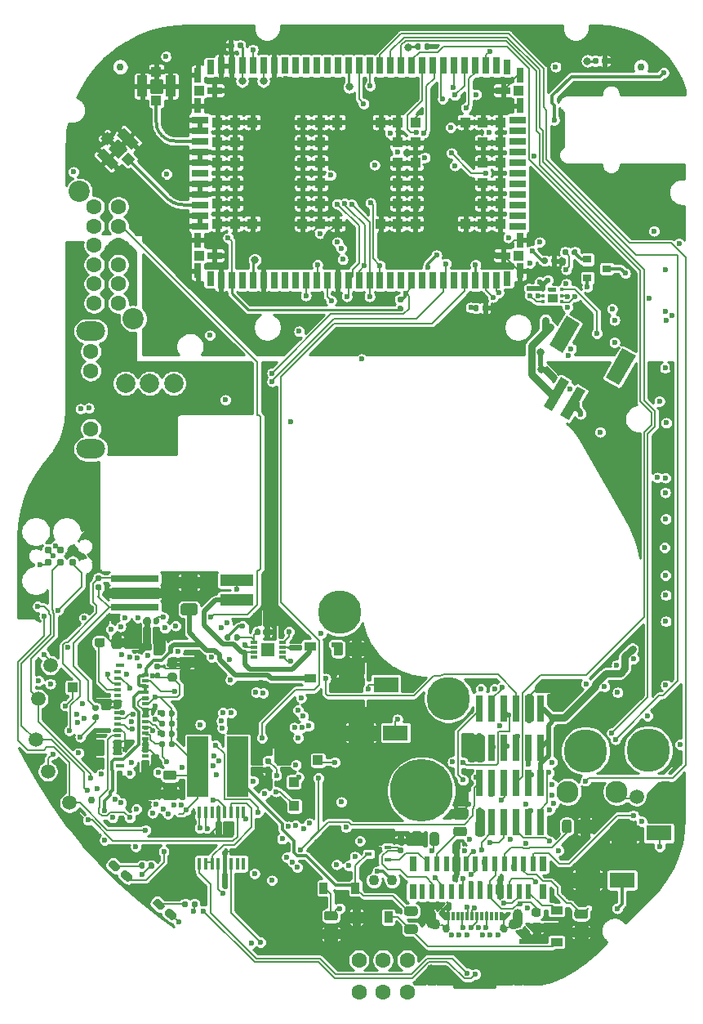
<source format=gbr>
G04 #@! TF.GenerationSoftware,KiCad,Pcbnew,5.1.6+dfsg1-1~bpo10+1*
G04 #@! TF.CreationDate,2021-03-28T20:24:38-04:00*
G04 #@! TF.ProjectId,RUSP_Mainboard,52555350-5f4d-4616-996e-626f6172642e,rev?*
G04 #@! TF.SameCoordinates,Original*
G04 #@! TF.FileFunction,Copper,L1,Top*
G04 #@! TF.FilePolarity,Positive*
%FSLAX46Y46*%
G04 Gerber Fmt 4.6, Leading zero omitted, Abs format (unit mm)*
G04 Created by KiCad (PCBNEW 5.1.6+dfsg1-1~bpo10+1) date 2021-03-28 20:24:38*
%MOMM*%
%LPD*%
G01*
G04 APERTURE LIST*
G04 #@! TA.AperFunction,EtchedComponent*
%ADD10C,0.010000*%
G04 #@! TD*
G04 #@! TA.AperFunction,EtchedComponent*
%ADD11C,0.100000*%
G04 #@! TD*
G04 #@! TA.AperFunction,SMDPad,CuDef*
%ADD12R,0.740000X2.790000*%
G04 #@! TD*
G04 #@! TA.AperFunction,SMDPad,CuDef*
%ADD13R,2.200000X6.300000*%
G04 #@! TD*
G04 #@! TA.AperFunction,SMDPad,CuDef*
%ADD14R,1.000000X1.000000*%
G04 #@! TD*
G04 #@! TA.AperFunction,ComponentPad*
%ADD15C,1.100000*%
G04 #@! TD*
G04 #@! TA.AperFunction,SMDPad,CuDef*
%ADD16R,5.000000X0.700000*%
G04 #@! TD*
G04 #@! TA.AperFunction,SMDPad,CuDef*
%ADD17R,5.000000X1.000000*%
G04 #@! TD*
G04 #@! TA.AperFunction,SMDPad,CuDef*
%ADD18R,0.750000X0.300000*%
G04 #@! TD*
G04 #@! TA.AperFunction,SMDPad,CuDef*
%ADD19R,1.360000X1.460000*%
G04 #@! TD*
G04 #@! TA.AperFunction,Conductor*
%ADD20R,0.300000X0.300000*%
G04 #@! TD*
G04 #@! TA.AperFunction,Conductor*
%ADD21R,1.000000X0.950000*%
G04 #@! TD*
G04 #@! TA.AperFunction,SMDPad,CuDef*
%ADD22R,0.450000X0.300000*%
G04 #@! TD*
G04 #@! TA.AperFunction,ComponentPad*
%ADD23C,6.500000*%
G04 #@! TD*
G04 #@! TA.AperFunction,ComponentPad*
%ADD24C,4.500000*%
G04 #@! TD*
G04 #@! TA.AperFunction,SMDPad,CuDef*
%ADD25R,3.400000X1.200000*%
G04 #@! TD*
G04 #@! TA.AperFunction,SMDPad,CuDef*
%ADD26R,0.800000X1.600000*%
G04 #@! TD*
G04 #@! TA.AperFunction,SMDPad,CuDef*
%ADD27R,0.600000X1.600000*%
G04 #@! TD*
G04 #@! TA.AperFunction,SMDPad,CuDef*
%ADD28R,0.800000X0.300000*%
G04 #@! TD*
G04 #@! TA.AperFunction,SMDPad,CuDef*
%ADD29R,0.650000X0.300000*%
G04 #@! TD*
G04 #@! TA.AperFunction,SMDPad,CuDef*
%ADD30R,0.950000X0.400000*%
G04 #@! TD*
G04 #@! TA.AperFunction,SMDPad,CuDef*
%ADD31C,0.100000*%
G04 #@! TD*
G04 #@! TA.AperFunction,ComponentPad*
%ADD32O,1.000000X2.000000*%
G04 #@! TD*
G04 #@! TA.AperFunction,ComponentPad*
%ADD33C,0.600000*%
G04 #@! TD*
G04 #@! TA.AperFunction,SMDPad,CuDef*
%ADD34R,0.350000X0.890000*%
G04 #@! TD*
G04 #@! TA.AperFunction,SMDPad,CuDef*
%ADD35C,1.500000*%
G04 #@! TD*
G04 #@! TA.AperFunction,SMDPad,CuDef*
%ADD36C,0.787000*%
G04 #@! TD*
G04 #@! TA.AperFunction,ComponentPad*
%ADD37C,2.300000*%
G04 #@! TD*
G04 #@! TA.AperFunction,SMDPad,CuDef*
%ADD38R,0.406400X1.270000*%
G04 #@! TD*
G04 #@! TA.AperFunction,SMDPad,CuDef*
%ADD39C,0.750000*%
G04 #@! TD*
G04 #@! TA.AperFunction,ComponentPad*
%ADD40O,3.000000X2.000000*%
G04 #@! TD*
G04 #@! TA.AperFunction,ComponentPad*
%ADD41C,1.600000*%
G04 #@! TD*
G04 #@! TA.AperFunction,SMDPad,CuDef*
%ADD42R,2.600000X1.600000*%
G04 #@! TD*
G04 #@! TA.AperFunction,SMDPad,CuDef*
%ADD43R,1.050000X2.200000*%
G04 #@! TD*
G04 #@! TA.AperFunction,ComponentPad*
%ADD44C,2.200000*%
G04 #@! TD*
G04 #@! TA.AperFunction,SMDPad,CuDef*
%ADD45R,0.800000X1.500000*%
G04 #@! TD*
G04 #@! TA.AperFunction,SMDPad,CuDef*
%ADD46R,1.500000X0.800000*%
G04 #@! TD*
G04 #@! TA.AperFunction,SMDPad,CuDef*
%ADD47R,1.100000X1.100000*%
G04 #@! TD*
G04 #@! TA.AperFunction,SMDPad,CuDef*
%ADD48R,0.800000X1.800000*%
G04 #@! TD*
G04 #@! TA.AperFunction,SMDPad,CuDef*
%ADD49R,1.800000X0.800000*%
G04 #@! TD*
G04 #@! TA.AperFunction,SMDPad,CuDef*
%ADD50R,1.200000X0.900000*%
G04 #@! TD*
G04 #@! TA.AperFunction,SMDPad,CuDef*
%ADD51R,0.900000X1.200000*%
G04 #@! TD*
G04 #@! TA.AperFunction,SMDPad,CuDef*
%ADD52R,0.700000X0.450000*%
G04 #@! TD*
G04 #@! TA.AperFunction,ComponentPad*
%ADD53C,2.000000*%
G04 #@! TD*
G04 #@! TA.AperFunction,Conductor*
%ADD54C,0.500000*%
G04 #@! TD*
G04 #@! TA.AperFunction,SMDPad,CuDef*
%ADD55R,0.900000X0.800000*%
G04 #@! TD*
G04 #@! TA.AperFunction,ViaPad*
%ADD56C,0.600000*%
G04 #@! TD*
G04 #@! TA.AperFunction,ViaPad*
%ADD57C,0.800000*%
G04 #@! TD*
G04 #@! TA.AperFunction,Conductor*
%ADD58C,0.200000*%
G04 #@! TD*
G04 #@! TA.AperFunction,Conductor*
%ADD59C,0.250000*%
G04 #@! TD*
G04 #@! TA.AperFunction,Conductor*
%ADD60C,0.500000*%
G04 #@! TD*
G04 #@! TA.AperFunction,Conductor*
%ADD61C,0.350000*%
G04 #@! TD*
G04 #@! TA.AperFunction,Conductor*
%ADD62C,0.750000*%
G04 #@! TD*
G04 #@! TA.AperFunction,Conductor*
%ADD63C,0.254000*%
G04 #@! TD*
G04 APERTURE END LIST*
D10*
G36*
X167830000Y-82200000D02*
G01*
X167180000Y-82200000D01*
X167177383Y-82199931D01*
X167174774Y-82199726D01*
X167172178Y-82199384D01*
X167169604Y-82198907D01*
X167167059Y-82198296D01*
X167164549Y-82197553D01*
X167162082Y-82196679D01*
X167159663Y-82195677D01*
X167157300Y-82194550D01*
X167155000Y-82193301D01*
X167152768Y-82191934D01*
X167150611Y-82190451D01*
X167148534Y-82188857D01*
X167146543Y-82187157D01*
X167144645Y-82185355D01*
X167142843Y-82183457D01*
X167141143Y-82181466D01*
X167139549Y-82179389D01*
X167138066Y-82177232D01*
X167136699Y-82175000D01*
X167135450Y-82172700D01*
X167134323Y-82170337D01*
X167133321Y-82167918D01*
X167132447Y-82165451D01*
X167131704Y-82162941D01*
X167131093Y-82160396D01*
X167130616Y-82157822D01*
X167130274Y-82155226D01*
X167130069Y-82152617D01*
X167130000Y-82150000D01*
X167130000Y-81950000D01*
X167130069Y-81947383D01*
X167130274Y-81944774D01*
X167130616Y-81942178D01*
X167131093Y-81939604D01*
X167131704Y-81937059D01*
X167132447Y-81934549D01*
X167133321Y-81932082D01*
X167134323Y-81929663D01*
X167135450Y-81927300D01*
X167136699Y-81925000D01*
X167138066Y-81922768D01*
X167139549Y-81920611D01*
X167141143Y-81918534D01*
X167142843Y-81916543D01*
X167144645Y-81914645D01*
X167146543Y-81912843D01*
X167148534Y-81911143D01*
X167150611Y-81909549D01*
X167152768Y-81908066D01*
X167155000Y-81906699D01*
X167157300Y-81905450D01*
X167159663Y-81904323D01*
X167162082Y-81903321D01*
X167164549Y-81902447D01*
X167167059Y-81901704D01*
X167169604Y-81901093D01*
X167172178Y-81900616D01*
X167174774Y-81900274D01*
X167177383Y-81900069D01*
X167180000Y-81900000D01*
X167830000Y-81900000D01*
X167832617Y-81900069D01*
X167835226Y-81900274D01*
X167837822Y-81900616D01*
X167840396Y-81901093D01*
X167842941Y-81901704D01*
X167845451Y-81902447D01*
X167847918Y-81903321D01*
X167850337Y-81904323D01*
X167852700Y-81905450D01*
X167855000Y-81906699D01*
X167857232Y-81908066D01*
X167859389Y-81909549D01*
X167861466Y-81911143D01*
X167863457Y-81912843D01*
X167865355Y-81914645D01*
X167867157Y-81916543D01*
X167868857Y-81918534D01*
X167870451Y-81920611D01*
X167871934Y-81922768D01*
X167873301Y-81925000D01*
X167874550Y-81927300D01*
X167875677Y-81929663D01*
X167876679Y-81932082D01*
X167877553Y-81934549D01*
X167878296Y-81937059D01*
X167878907Y-81939604D01*
X167879384Y-81942178D01*
X167879726Y-81944774D01*
X167879931Y-81947383D01*
X167880000Y-81950000D01*
X167880000Y-82150000D01*
X167879931Y-82152617D01*
X167879726Y-82155226D01*
X167879384Y-82157822D01*
X167878907Y-82160396D01*
X167878296Y-82162941D01*
X167877553Y-82165451D01*
X167876679Y-82167918D01*
X167875677Y-82170337D01*
X167874550Y-82172700D01*
X167873301Y-82175000D01*
X167871934Y-82177232D01*
X167870451Y-82179389D01*
X167868857Y-82181466D01*
X167867157Y-82183457D01*
X167865355Y-82185355D01*
X167863457Y-82187157D01*
X167861466Y-82188857D01*
X167859389Y-82190451D01*
X167857232Y-82191934D01*
X167855000Y-82193301D01*
X167852700Y-82194550D01*
X167850337Y-82195677D01*
X167847918Y-82196679D01*
X167845451Y-82197553D01*
X167842941Y-82198296D01*
X167840396Y-82198907D01*
X167837822Y-82199384D01*
X167835226Y-82199726D01*
X167832617Y-82199931D01*
X167830000Y-82200000D01*
G37*
X167830000Y-82200000D02*
X167180000Y-82200000D01*
X167177383Y-82199931D01*
X167174774Y-82199726D01*
X167172178Y-82199384D01*
X167169604Y-82198907D01*
X167167059Y-82198296D01*
X167164549Y-82197553D01*
X167162082Y-82196679D01*
X167159663Y-82195677D01*
X167157300Y-82194550D01*
X167155000Y-82193301D01*
X167152768Y-82191934D01*
X167150611Y-82190451D01*
X167148534Y-82188857D01*
X167146543Y-82187157D01*
X167144645Y-82185355D01*
X167142843Y-82183457D01*
X167141143Y-82181466D01*
X167139549Y-82179389D01*
X167138066Y-82177232D01*
X167136699Y-82175000D01*
X167135450Y-82172700D01*
X167134323Y-82170337D01*
X167133321Y-82167918D01*
X167132447Y-82165451D01*
X167131704Y-82162941D01*
X167131093Y-82160396D01*
X167130616Y-82157822D01*
X167130274Y-82155226D01*
X167130069Y-82152617D01*
X167130000Y-82150000D01*
X167130000Y-81950000D01*
X167130069Y-81947383D01*
X167130274Y-81944774D01*
X167130616Y-81942178D01*
X167131093Y-81939604D01*
X167131704Y-81937059D01*
X167132447Y-81934549D01*
X167133321Y-81932082D01*
X167134323Y-81929663D01*
X167135450Y-81927300D01*
X167136699Y-81925000D01*
X167138066Y-81922768D01*
X167139549Y-81920611D01*
X167141143Y-81918534D01*
X167142843Y-81916543D01*
X167144645Y-81914645D01*
X167146543Y-81912843D01*
X167148534Y-81911143D01*
X167150611Y-81909549D01*
X167152768Y-81908066D01*
X167155000Y-81906699D01*
X167157300Y-81905450D01*
X167159663Y-81904323D01*
X167162082Y-81903321D01*
X167164549Y-81902447D01*
X167167059Y-81901704D01*
X167169604Y-81901093D01*
X167172178Y-81900616D01*
X167174774Y-81900274D01*
X167177383Y-81900069D01*
X167180000Y-81900000D01*
X167830000Y-81900000D01*
X167832617Y-81900069D01*
X167835226Y-81900274D01*
X167837822Y-81900616D01*
X167840396Y-81901093D01*
X167842941Y-81901704D01*
X167845451Y-81902447D01*
X167847918Y-81903321D01*
X167850337Y-81904323D01*
X167852700Y-81905450D01*
X167855000Y-81906699D01*
X167857232Y-81908066D01*
X167859389Y-81909549D01*
X167861466Y-81911143D01*
X167863457Y-81912843D01*
X167865355Y-81914645D01*
X167867157Y-81916543D01*
X167868857Y-81918534D01*
X167870451Y-81920611D01*
X167871934Y-81922768D01*
X167873301Y-81925000D01*
X167874550Y-81927300D01*
X167875677Y-81929663D01*
X167876679Y-81932082D01*
X167877553Y-81934549D01*
X167878296Y-81937059D01*
X167878907Y-81939604D01*
X167879384Y-81942178D01*
X167879726Y-81944774D01*
X167879931Y-81947383D01*
X167880000Y-81950000D01*
X167880000Y-82150000D01*
X167879931Y-82152617D01*
X167879726Y-82155226D01*
X167879384Y-82157822D01*
X167878907Y-82160396D01*
X167878296Y-82162941D01*
X167877553Y-82165451D01*
X167876679Y-82167918D01*
X167875677Y-82170337D01*
X167874550Y-82172700D01*
X167873301Y-82175000D01*
X167871934Y-82177232D01*
X167870451Y-82179389D01*
X167868857Y-82181466D01*
X167867157Y-82183457D01*
X167865355Y-82185355D01*
X167863457Y-82187157D01*
X167861466Y-82188857D01*
X167859389Y-82190451D01*
X167857232Y-82191934D01*
X167855000Y-82193301D01*
X167852700Y-82194550D01*
X167850337Y-82195677D01*
X167847918Y-82196679D01*
X167845451Y-82197553D01*
X167842941Y-82198296D01*
X167840396Y-82198907D01*
X167837822Y-82199384D01*
X167835226Y-82199726D01*
X167832617Y-82199931D01*
X167830000Y-82200000D01*
D11*
G36*
X166100000Y-89900000D02*
G01*
X166100000Y-88900000D01*
X166600000Y-88900000D01*
X166600000Y-89900000D01*
X166100000Y-89900000D01*
G37*
D12*
X166375000Y-137235000D03*
X165105000Y-137235000D03*
X166375000Y-133165000D03*
X165105000Y-133165000D03*
X163835000Y-137235000D03*
X162565000Y-137235000D03*
X163835000Y-133165000D03*
X162565000Y-133165000D03*
X161295000Y-133165000D03*
X161295000Y-137235000D03*
X160025000Y-133165000D03*
X160025000Y-137235000D03*
G04 #@! TA.AperFunction,SMDPad,CuDef*
G36*
G01*
X144875000Y-119776250D02*
X144875000Y-118863750D01*
G75*
G02*
X145118750Y-118620000I243750J0D01*
G01*
X145606250Y-118620000D01*
G75*
G02*
X145850000Y-118863750I0J-243750D01*
G01*
X145850000Y-119776250D01*
G75*
G02*
X145606250Y-120020000I-243750J0D01*
G01*
X145118750Y-120020000D01*
G75*
G02*
X144875000Y-119776250I0J243750D01*
G01*
G37*
G04 #@! TD.AperFunction*
G04 #@! TA.AperFunction,SMDPad,CuDef*
G36*
G01*
X146750000Y-119776250D02*
X146750000Y-118863750D01*
G75*
G02*
X146993750Y-118620000I243750J0D01*
G01*
X147481250Y-118620000D01*
G75*
G02*
X147725000Y-118863750I0J-243750D01*
G01*
X147725000Y-119776250D01*
G75*
G02*
X147481250Y-120020000I-243750J0D01*
G01*
X146993750Y-120020000D01*
G75*
G02*
X146750000Y-119776250I0J243750D01*
G01*
G37*
G04 #@! TD.AperFunction*
D13*
X130800000Y-131520000D03*
X134900000Y-131520000D03*
D14*
X140750000Y-133100000D03*
G04 #@! TA.AperFunction,SMDPad,CuDef*
G36*
G01*
X120672500Y-112280000D02*
X120327500Y-112280000D01*
G75*
G02*
X120180000Y-112132500I0J147500D01*
G01*
X120180000Y-111837500D01*
G75*
G02*
X120327500Y-111690000I147500J0D01*
G01*
X120672500Y-111690000D01*
G75*
G02*
X120820000Y-111837500I0J-147500D01*
G01*
X120820000Y-112132500D01*
G75*
G02*
X120672500Y-112280000I-147500J0D01*
G01*
G37*
G04 #@! TD.AperFunction*
G04 #@! TA.AperFunction,SMDPad,CuDef*
G36*
G01*
X120672500Y-113250000D02*
X120327500Y-113250000D01*
G75*
G02*
X120180000Y-113102500I0J147500D01*
G01*
X120180000Y-112807500D01*
G75*
G02*
X120327500Y-112660000I147500J0D01*
G01*
X120672500Y-112660000D01*
G75*
G02*
X120820000Y-112807500I0J-147500D01*
G01*
X120820000Y-113102500D01*
G75*
G02*
X120672500Y-113250000I-147500J0D01*
G01*
G37*
G04 #@! TD.AperFunction*
D15*
X149050000Y-143300000D03*
X150950000Y-143300000D03*
D16*
X124300000Y-115020000D03*
D17*
X124300000Y-113520000D03*
D16*
X124300000Y-112020000D03*
D18*
X136600000Y-118650000D03*
D19*
X138100000Y-119400000D03*
D18*
X136600000Y-119150000D03*
X136600000Y-119650000D03*
X136600000Y-120150000D03*
X139600000Y-120150000D03*
X139600000Y-119650000D03*
X139600000Y-119150000D03*
X139600000Y-118650000D03*
D20*
X167505000Y-82050000D03*
D21*
X167600000Y-83025000D03*
D22*
X166625000Y-83350000D03*
X166625000Y-82700000D03*
X166625000Y-82050000D03*
X168575000Y-82050000D03*
X168575000Y-82700000D03*
X168575000Y-83350000D03*
D23*
X154000000Y-134000000D03*
D24*
X156800000Y-124450000D03*
X156800000Y-124450000D03*
X145500000Y-115500000D03*
X145500000Y-115500000D03*
X177510000Y-129800000D03*
X177510000Y-129800000D03*
X171000000Y-129870000D03*
X171000000Y-129870000D03*
D25*
X134800000Y-112220000D03*
X134800000Y-114220000D03*
D26*
X166600000Y-144450000D03*
X166600000Y-141550000D03*
X153100000Y-144450000D03*
X153100000Y-141550000D03*
D27*
X165600000Y-141550000D03*
X165100000Y-144450000D03*
X164600000Y-141550000D03*
X164100000Y-144450000D03*
X163600000Y-141550000D03*
X163100000Y-144450000D03*
X162600000Y-141550000D03*
X162100000Y-144450000D03*
X161600000Y-141550000D03*
X161100000Y-144450000D03*
X160600000Y-141550000D03*
X160100000Y-144450000D03*
X159600000Y-141550000D03*
X159100000Y-144450000D03*
X158600000Y-141550000D03*
X158100000Y-144450000D03*
X157600000Y-141550000D03*
X157100000Y-144450000D03*
X156600000Y-141550000D03*
X156100000Y-144450000D03*
X155600000Y-141550000D03*
X155100000Y-144450000D03*
X154600000Y-141550000D03*
X154100000Y-144450000D03*
D28*
X122450000Y-121720000D03*
X122450000Y-122320000D03*
X122450000Y-122920000D03*
X122450000Y-123520000D03*
X122450000Y-124120000D03*
X122450000Y-124720000D03*
X122450000Y-125320000D03*
X122450000Y-125920000D03*
X122450000Y-126520000D03*
X122450000Y-127120000D03*
X122450000Y-127720000D03*
X122450000Y-128320000D03*
X122450000Y-128920000D03*
X122450000Y-129520000D03*
X122450000Y-130120000D03*
X122450000Y-130720000D03*
D29*
X125325000Y-122020000D03*
X125325000Y-122620000D03*
X125325000Y-123220000D03*
X125325000Y-123820000D03*
X125325000Y-124420000D03*
X125325000Y-125020000D03*
X125325000Y-125620000D03*
X125325000Y-126220000D03*
X125325000Y-126820000D03*
X125325000Y-127420000D03*
X125325000Y-128020000D03*
X125325000Y-128620000D03*
X125325000Y-129220000D03*
X125325000Y-129820000D03*
X125325000Y-130420000D03*
D30*
X122725000Y-121020000D03*
X122725000Y-131420000D03*
D12*
X166375000Y-129535000D03*
X165105000Y-129535000D03*
X166375000Y-125465000D03*
X165105000Y-125465000D03*
X163835000Y-129535000D03*
X162565000Y-129535000D03*
X163835000Y-125465000D03*
X162565000Y-125465000D03*
X161295000Y-125465000D03*
X161295000Y-129535000D03*
X160025000Y-125465000D03*
X160025000Y-129535000D03*
G04 #@! TA.AperFunction,SMDPad,CuDef*
D31*
G36*
X173070629Y-91194969D02*
G01*
X174823229Y-88159377D01*
X176209043Y-88959477D01*
X174456443Y-91995069D01*
X173070629Y-91194969D01*
G37*
G04 #@! TD.AperFunction*
G04 #@! TA.AperFunction,SMDPad,CuDef*
G36*
X167268259Y-87844969D02*
G01*
X169020859Y-84809377D01*
X170406673Y-85609477D01*
X168654073Y-88645069D01*
X167268259Y-87844969D01*
G37*
G04 #@! TD.AperFunction*
G04 #@! TA.AperFunction,SMDPad,CuDef*
G36*
X166670733Y-94139517D02*
G01*
X168423333Y-91103925D01*
X169281217Y-91599225D01*
X167528617Y-94634817D01*
X166670733Y-94139517D01*
G37*
G04 #@! TD.AperFunction*
G04 #@! TA.AperFunction,SMDPad,CuDef*
G36*
X168402782Y-95139516D02*
G01*
X170155382Y-92103924D01*
X171013266Y-92599224D01*
X169260666Y-95634816D01*
X168402782Y-95139516D01*
G37*
G04 #@! TD.AperFunction*
D32*
X155000000Y-153025000D03*
X164000000Y-153025000D03*
D15*
X155450000Y-147825000D03*
D32*
X155000000Y-147275000D03*
D15*
X163550000Y-147825000D03*
D32*
X164000000Y-147275000D03*
D33*
X161900000Y-148925000D03*
X161100000Y-148925000D03*
X160300000Y-148925000D03*
X157100000Y-148925000D03*
X157900000Y-148925000D03*
X158700000Y-148925000D03*
X162550000Y-148225000D03*
X160700000Y-148225000D03*
X159900000Y-148225000D03*
X156450000Y-148225000D03*
X158300000Y-148225000D03*
X159100000Y-148225000D03*
D34*
X162250000Y-147020000D03*
X161750000Y-147020000D03*
X161250000Y-147020000D03*
X160750000Y-147020000D03*
X160250000Y-147020000D03*
X159750000Y-147020000D03*
X159250000Y-147020000D03*
X158750000Y-147020000D03*
X158250000Y-147020000D03*
X157750000Y-147020000D03*
X157250000Y-147020000D03*
X156750000Y-147020000D03*
D35*
X117500000Y-135250000D03*
G04 #@! TA.AperFunction,SMDPad,CuDef*
G36*
G01*
X153950000Y-138563750D02*
X153950000Y-139476250D01*
G75*
G02*
X153706250Y-139720000I-243750J0D01*
G01*
X153218750Y-139720000D01*
G75*
G02*
X152975000Y-139476250I0J243750D01*
G01*
X152975000Y-138563750D01*
G75*
G02*
X153218750Y-138320000I243750J0D01*
G01*
X153706250Y-138320000D01*
G75*
G02*
X153950000Y-138563750I0J-243750D01*
G01*
G37*
G04 #@! TD.AperFunction*
G04 #@! TA.AperFunction,SMDPad,CuDef*
G36*
G01*
X155825000Y-138563750D02*
X155825000Y-139476250D01*
G75*
G02*
X155581250Y-139720000I-243750J0D01*
G01*
X155093750Y-139720000D01*
G75*
G02*
X154850000Y-139476250I0J243750D01*
G01*
X154850000Y-138563750D01*
G75*
G02*
X155093750Y-138320000I243750J0D01*
G01*
X155581250Y-138320000D01*
G75*
G02*
X155825000Y-138563750I0J-243750D01*
G01*
G37*
G04 #@! TD.AperFunction*
D36*
X115270000Y-110335000D03*
X115270000Y-109065000D03*
X116540000Y-110335000D03*
X116540000Y-109065000D03*
X117810000Y-110335000D03*
X117810000Y-109065000D03*
D37*
X169170000Y-134100000D03*
X174250000Y-134100000D03*
X179330000Y-134100000D03*
G04 #@! TA.AperFunction,SMDPad,CuDef*
G36*
G01*
X127355795Y-146000923D02*
X127082609Y-146326491D01*
G75*
G02*
X126783233Y-146352683I-162784J136592D01*
G01*
X126170398Y-145838453D01*
G75*
G02*
X126144206Y-145539077I136592J162784D01*
G01*
X126417391Y-145213509D01*
G75*
G02*
X126716767Y-145187317I162784J-136592D01*
G01*
X127329602Y-145701547D01*
G75*
G02*
X127355794Y-146000923I-136592J-162784D01*
G01*
G37*
G04 #@! TD.AperFunction*
G04 #@! TA.AperFunction,SMDPad,CuDef*
G36*
G01*
X128600617Y-147045453D02*
X128327431Y-147371021D01*
G75*
G02*
X128028055Y-147397213I-162784J136592D01*
G01*
X127415220Y-146882983D01*
G75*
G02*
X127389028Y-146583607I136592J162784D01*
G01*
X127662213Y-146258039D01*
G75*
G02*
X127961589Y-146231847I162784J-136592D01*
G01*
X128574424Y-146746077D01*
G75*
G02*
X128600616Y-147045453I-136592J-162784D01*
G01*
G37*
G04 #@! TD.AperFunction*
G04 #@! TA.AperFunction,SMDPad,CuDef*
G36*
G01*
X122753384Y-142028658D02*
X122480198Y-142354226D01*
G75*
G02*
X122180822Y-142380418I-162784J136592D01*
G01*
X121567987Y-141866188D01*
G75*
G02*
X121541795Y-141566812I136592J162784D01*
G01*
X121814980Y-141241244D01*
G75*
G02*
X122114356Y-141215052I162784J-136592D01*
G01*
X122727191Y-141729282D01*
G75*
G02*
X122753383Y-142028658I-136592J-162784D01*
G01*
G37*
G04 #@! TD.AperFunction*
G04 #@! TA.AperFunction,SMDPad,CuDef*
G36*
G01*
X123998206Y-143073188D02*
X123725020Y-143398756D01*
G75*
G02*
X123425644Y-143424948I-162784J136592D01*
G01*
X122812809Y-142910718D01*
G75*
G02*
X122786617Y-142611342I136592J162784D01*
G01*
X123059802Y-142285774D01*
G75*
G02*
X123359178Y-142259582I162784J-136592D01*
G01*
X123972013Y-142773812D01*
G75*
G02*
X123998205Y-143073188I-136592J-162784D01*
G01*
G37*
G04 #@! TD.AperFunction*
D38*
X135521000Y-141567000D03*
X134886000Y-141567000D03*
X134225600Y-141567000D03*
X133565200Y-141567000D03*
X132930200Y-141567000D03*
X132269800Y-141567000D03*
X131609400Y-141567000D03*
X130974400Y-141567000D03*
X130974400Y-136233000D03*
X131609400Y-136233000D03*
X132269800Y-136233000D03*
X132930200Y-136233000D03*
X133565200Y-136233000D03*
X134225600Y-136233000D03*
X134886000Y-136233000D03*
X135521000Y-136233000D03*
D39*
X122750000Y-59000000D03*
X176750000Y-59000000D03*
X119750000Y-135000000D03*
D40*
X119700000Y-86400000D03*
X119700000Y-98600000D03*
D41*
X119700000Y-88500000D03*
X119700000Y-90500000D03*
X119700000Y-92500000D03*
X119700000Y-96500000D03*
G04 #@! TA.AperFunction,SMDPad,CuDef*
G36*
G01*
X137927500Y-131590000D02*
X138272500Y-131590000D01*
G75*
G02*
X138420000Y-131737500I0J-147500D01*
G01*
X138420000Y-132032500D01*
G75*
G02*
X138272500Y-132180000I-147500J0D01*
G01*
X137927500Y-132180000D01*
G75*
G02*
X137780000Y-132032500I0J147500D01*
G01*
X137780000Y-131737500D01*
G75*
G02*
X137927500Y-131590000I147500J0D01*
G01*
G37*
G04 #@! TD.AperFunction*
G04 #@! TA.AperFunction,SMDPad,CuDef*
G36*
G01*
X137927500Y-130620000D02*
X138272500Y-130620000D01*
G75*
G02*
X138420000Y-130767500I0J-147500D01*
G01*
X138420000Y-131062500D01*
G75*
G02*
X138272500Y-131210000I-147500J0D01*
G01*
X137927500Y-131210000D01*
G75*
G02*
X137780000Y-131062500I0J147500D01*
G01*
X137780000Y-130767500D01*
G75*
G02*
X137927500Y-130620000I147500J0D01*
G01*
G37*
G04 #@! TD.AperFunction*
G04 #@! TA.AperFunction,SMDPad,CuDef*
G36*
G01*
X134525000Y-56627500D02*
X134525000Y-56972500D01*
G75*
G02*
X134377500Y-57120000I-147500J0D01*
G01*
X134082500Y-57120000D01*
G75*
G02*
X133935000Y-56972500I0J147500D01*
G01*
X133935000Y-56627500D01*
G75*
G02*
X134082500Y-56480000I147500J0D01*
G01*
X134377500Y-56480000D01*
G75*
G02*
X134525000Y-56627500I0J-147500D01*
G01*
G37*
G04 #@! TD.AperFunction*
G04 #@! TA.AperFunction,SMDPad,CuDef*
G36*
G01*
X135495000Y-56627500D02*
X135495000Y-56972500D01*
G75*
G02*
X135347500Y-57120000I-147500J0D01*
G01*
X135052500Y-57120000D01*
G75*
G02*
X134905000Y-56972500I0J147500D01*
G01*
X134905000Y-56627500D01*
G75*
G02*
X135052500Y-56480000I147500J0D01*
G01*
X135347500Y-56480000D01*
G75*
G02*
X135495000Y-56627500I0J-147500D01*
G01*
G37*
G04 #@! TD.AperFunction*
G04 #@! TA.AperFunction,SMDPad,CuDef*
G36*
G01*
X153320000Y-57072500D02*
X153320000Y-56727500D01*
G75*
G02*
X153467500Y-56580000I147500J0D01*
G01*
X153762500Y-56580000D01*
G75*
G02*
X153910000Y-56727500I0J-147500D01*
G01*
X153910000Y-57072500D01*
G75*
G02*
X153762500Y-57220000I-147500J0D01*
G01*
X153467500Y-57220000D01*
G75*
G02*
X153320000Y-57072500I0J147500D01*
G01*
G37*
G04 #@! TD.AperFunction*
G04 #@! TA.AperFunction,SMDPad,CuDef*
G36*
G01*
X154290000Y-57072500D02*
X154290000Y-56727500D01*
G75*
G02*
X154437500Y-56580000I147500J0D01*
G01*
X154732500Y-56580000D01*
G75*
G02*
X154880000Y-56727500I0J-147500D01*
G01*
X154880000Y-57072500D01*
G75*
G02*
X154732500Y-57220000I-147500J0D01*
G01*
X154437500Y-57220000D01*
G75*
G02*
X154290000Y-57072500I0J147500D01*
G01*
G37*
G04 #@! TD.AperFunction*
G04 #@! TA.AperFunction,SMDPad,CuDef*
G36*
G01*
X172705000Y-58572500D02*
X172705000Y-58227500D01*
G75*
G02*
X172852500Y-58080000I147500J0D01*
G01*
X173147500Y-58080000D01*
G75*
G02*
X173295000Y-58227500I0J-147500D01*
G01*
X173295000Y-58572500D01*
G75*
G02*
X173147500Y-58720000I-147500J0D01*
G01*
X172852500Y-58720000D01*
G75*
G02*
X172705000Y-58572500I0J147500D01*
G01*
G37*
G04 #@! TD.AperFunction*
G04 #@! TA.AperFunction,SMDPad,CuDef*
G36*
G01*
X171735000Y-58572500D02*
X171735000Y-58227500D01*
G75*
G02*
X171882500Y-58080000I147500J0D01*
G01*
X172177500Y-58080000D01*
G75*
G02*
X172325000Y-58227500I0J-147500D01*
G01*
X172325000Y-58572500D01*
G75*
G02*
X172177500Y-58720000I-147500J0D01*
G01*
X171882500Y-58720000D01*
G75*
G02*
X171735000Y-58572500I0J147500D01*
G01*
G37*
G04 #@! TD.AperFunction*
G04 #@! TA.AperFunction,SMDPad,CuDef*
G36*
G01*
X166480000Y-79272500D02*
X166480000Y-78927500D01*
G75*
G02*
X166627500Y-78780000I147500J0D01*
G01*
X166922500Y-78780000D01*
G75*
G02*
X167070000Y-78927500I0J-147500D01*
G01*
X167070000Y-79272500D01*
G75*
G02*
X166922500Y-79420000I-147500J0D01*
G01*
X166627500Y-79420000D01*
G75*
G02*
X166480000Y-79272500I0J147500D01*
G01*
G37*
G04 #@! TD.AperFunction*
G04 #@! TA.AperFunction,SMDPad,CuDef*
G36*
G01*
X167450000Y-79272500D02*
X167450000Y-78927500D01*
G75*
G02*
X167597500Y-78780000I147500J0D01*
G01*
X167892500Y-78780000D01*
G75*
G02*
X168040000Y-78927500I0J-147500D01*
G01*
X168040000Y-79272500D01*
G75*
G02*
X167892500Y-79420000I-147500J0D01*
G01*
X167597500Y-79420000D01*
G75*
G02*
X167450000Y-79272500I0J147500D01*
G01*
G37*
G04 #@! TD.AperFunction*
G04 #@! TA.AperFunction,SMDPad,CuDef*
G36*
G01*
X160315000Y-84172500D02*
X160315000Y-83827500D01*
G75*
G02*
X160462500Y-83680000I147500J0D01*
G01*
X160757500Y-83680000D01*
G75*
G02*
X160905000Y-83827500I0J-147500D01*
G01*
X160905000Y-84172500D01*
G75*
G02*
X160757500Y-84320000I-147500J0D01*
G01*
X160462500Y-84320000D01*
G75*
G02*
X160315000Y-84172500I0J147500D01*
G01*
G37*
G04 #@! TD.AperFunction*
G04 #@! TA.AperFunction,SMDPad,CuDef*
G36*
G01*
X159345000Y-84172500D02*
X159345000Y-83827500D01*
G75*
G02*
X159492500Y-83680000I147500J0D01*
G01*
X159787500Y-83680000D01*
G75*
G02*
X159935000Y-83827500I0J-147500D01*
G01*
X159935000Y-84172500D01*
G75*
G02*
X159787500Y-84320000I-147500J0D01*
G01*
X159492500Y-84320000D01*
G75*
G02*
X159345000Y-84172500I0J147500D01*
G01*
G37*
G04 #@! TD.AperFunction*
G04 #@! TA.AperFunction,SMDPad,CuDef*
G36*
G01*
X125810000Y-116247500D02*
X125810000Y-116592500D01*
G75*
G02*
X125662500Y-116740000I-147500J0D01*
G01*
X125367500Y-116740000D01*
G75*
G02*
X125220000Y-116592500I0J147500D01*
G01*
X125220000Y-116247500D01*
G75*
G02*
X125367500Y-116100000I147500J0D01*
G01*
X125662500Y-116100000D01*
G75*
G02*
X125810000Y-116247500I0J-147500D01*
G01*
G37*
G04 #@! TD.AperFunction*
G04 #@! TA.AperFunction,SMDPad,CuDef*
G36*
G01*
X126780000Y-116247500D02*
X126780000Y-116592500D01*
G75*
G02*
X126632500Y-116740000I-147500J0D01*
G01*
X126337500Y-116740000D01*
G75*
G02*
X126190000Y-116592500I0J147500D01*
G01*
X126190000Y-116247500D01*
G75*
G02*
X126337500Y-116100000I147500J0D01*
G01*
X126632500Y-116100000D01*
G75*
G02*
X126780000Y-116247500I0J-147500D01*
G01*
G37*
G04 #@! TD.AperFunction*
G04 #@! TA.AperFunction,SMDPad,CuDef*
G36*
G01*
X126772500Y-122400000D02*
X126427500Y-122400000D01*
G75*
G02*
X126280000Y-122252500I0J147500D01*
G01*
X126280000Y-121957500D01*
G75*
G02*
X126427500Y-121810000I147500J0D01*
G01*
X126772500Y-121810000D01*
G75*
G02*
X126920000Y-121957500I0J-147500D01*
G01*
X126920000Y-122252500D01*
G75*
G02*
X126772500Y-122400000I-147500J0D01*
G01*
G37*
G04 #@! TD.AperFunction*
G04 #@! TA.AperFunction,SMDPad,CuDef*
G36*
G01*
X126772500Y-121430000D02*
X126427500Y-121430000D01*
G75*
G02*
X126280000Y-121282500I0J147500D01*
G01*
X126280000Y-120987500D01*
G75*
G02*
X126427500Y-120840000I147500J0D01*
G01*
X126772500Y-120840000D01*
G75*
G02*
X126920000Y-120987500I0J-147500D01*
G01*
X126920000Y-121282500D01*
G75*
G02*
X126772500Y-121430000I-147500J0D01*
G01*
G37*
G04 #@! TD.AperFunction*
G04 #@! TA.AperFunction,SMDPad,CuDef*
G36*
G01*
X165643750Y-146175000D02*
X166156250Y-146175000D01*
G75*
G02*
X166375000Y-146393750I0J-218750D01*
G01*
X166375000Y-146831250D01*
G75*
G02*
X166156250Y-147050000I-218750J0D01*
G01*
X165643750Y-147050000D01*
G75*
G02*
X165425000Y-146831250I0J218750D01*
G01*
X165425000Y-146393750D01*
G75*
G02*
X165643750Y-146175000I218750J0D01*
G01*
G37*
G04 #@! TD.AperFunction*
G04 #@! TA.AperFunction,SMDPad,CuDef*
G36*
G01*
X165643750Y-147750000D02*
X166156250Y-147750000D01*
G75*
G02*
X166375000Y-147968750I0J-218750D01*
G01*
X166375000Y-148406250D01*
G75*
G02*
X166156250Y-148625000I-218750J0D01*
G01*
X165643750Y-148625000D01*
G75*
G02*
X165425000Y-148406250I0J218750D01*
G01*
X165425000Y-147968750D01*
G75*
G02*
X165643750Y-147750000I218750J0D01*
G01*
G37*
G04 #@! TD.AperFunction*
G04 #@! TA.AperFunction,SMDPad,CuDef*
G36*
G01*
X128406250Y-122675000D02*
X127893750Y-122675000D01*
G75*
G02*
X127675000Y-122456250I0J218750D01*
G01*
X127675000Y-122018750D01*
G75*
G02*
X127893750Y-121800000I218750J0D01*
G01*
X128406250Y-121800000D01*
G75*
G02*
X128625000Y-122018750I0J-218750D01*
G01*
X128625000Y-122456250D01*
G75*
G02*
X128406250Y-122675000I-218750J0D01*
G01*
G37*
G04 #@! TD.AperFunction*
G04 #@! TA.AperFunction,SMDPad,CuDef*
G36*
G01*
X128406250Y-121100000D02*
X127893750Y-121100000D01*
G75*
G02*
X127675000Y-120881250I0J218750D01*
G01*
X127675000Y-120443750D01*
G75*
G02*
X127893750Y-120225000I218750J0D01*
G01*
X128406250Y-120225000D01*
G75*
G02*
X128625000Y-120443750I0J-218750D01*
G01*
X128625000Y-120881250D01*
G75*
G02*
X128406250Y-121100000I-218750J0D01*
G01*
G37*
G04 #@! TD.AperFunction*
D42*
X171200000Y-143250000D03*
X174800000Y-143250000D03*
X146700000Y-123000000D03*
X150300000Y-123000000D03*
X147700000Y-128000000D03*
X151300000Y-128000000D03*
X175000000Y-138400000D03*
X178600000Y-138400000D03*
G04 #@! TA.AperFunction,SMDPad,CuDef*
D31*
G36*
X121863603Y-69692032D02*
G01*
X120307968Y-68136397D01*
X121050431Y-67393934D01*
X122606066Y-68949569D01*
X121863603Y-69692032D01*
G37*
G04 #@! TD.AperFunction*
G04 #@! TA.AperFunction,SMDPad,CuDef*
G36*
X123949569Y-67606066D02*
G01*
X122393934Y-66050431D01*
X123136397Y-65307968D01*
X124692032Y-66863603D01*
X123949569Y-67606066D01*
G37*
G04 #@! TD.AperFunction*
G04 #@! TA.AperFunction,SMDPad,CuDef*
G36*
X121439340Y-67146447D02*
G01*
X120732233Y-66439340D01*
X121439340Y-65732233D01*
X122146447Y-66439340D01*
X121439340Y-67146447D01*
G37*
G04 #@! TD.AperFunction*
G04 #@! TA.AperFunction,SMDPad,CuDef*
G36*
X123560660Y-69267767D02*
G01*
X122853553Y-68560660D01*
X123560660Y-67853553D01*
X124267767Y-68560660D01*
X123560660Y-69267767D01*
G37*
G04 #@! TD.AperFunction*
D14*
X126500000Y-62500000D03*
X126500000Y-59500000D03*
D43*
X127975000Y-61000000D03*
X125025000Y-61000000D03*
G04 #@! TA.AperFunction,SMDPad,CuDef*
G36*
G01*
X120027500Y-125125000D02*
X120372500Y-125125000D01*
G75*
G02*
X120520000Y-125272500I0J-147500D01*
G01*
X120520000Y-125567500D01*
G75*
G02*
X120372500Y-125715000I-147500J0D01*
G01*
X120027500Y-125715000D01*
G75*
G02*
X119880000Y-125567500I0J147500D01*
G01*
X119880000Y-125272500D01*
G75*
G02*
X120027500Y-125125000I147500J0D01*
G01*
G37*
G04 #@! TD.AperFunction*
G04 #@! TA.AperFunction,SMDPad,CuDef*
G36*
G01*
X120027500Y-126095000D02*
X120372500Y-126095000D01*
G75*
G02*
X120520000Y-126242500I0J-147500D01*
G01*
X120520000Y-126537500D01*
G75*
G02*
X120372500Y-126685000I-147500J0D01*
G01*
X120027500Y-126685000D01*
G75*
G02*
X119880000Y-126537500I0J147500D01*
G01*
X119880000Y-126242500D01*
G75*
G02*
X120027500Y-126095000I147500J0D01*
G01*
G37*
G04 #@! TD.AperFunction*
G04 #@! TA.AperFunction,SMDPad,CuDef*
G36*
G01*
X129770000Y-145597500D02*
X129770000Y-145942500D01*
G75*
G02*
X129622500Y-146090000I-147500J0D01*
G01*
X129327500Y-146090000D01*
G75*
G02*
X129180000Y-145942500I0J147500D01*
G01*
X129180000Y-145597500D01*
G75*
G02*
X129327500Y-145450000I147500J0D01*
G01*
X129622500Y-145450000D01*
G75*
G02*
X129770000Y-145597500I0J-147500D01*
G01*
G37*
G04 #@! TD.AperFunction*
G04 #@! TA.AperFunction,SMDPad,CuDef*
G36*
G01*
X130740000Y-145597500D02*
X130740000Y-145942500D01*
G75*
G02*
X130592500Y-146090000I-147500J0D01*
G01*
X130297500Y-146090000D01*
G75*
G02*
X130150000Y-145942500I0J147500D01*
G01*
X130150000Y-145597500D01*
G75*
G02*
X130297500Y-145450000I147500J0D01*
G01*
X130592500Y-145450000D01*
G75*
G02*
X130740000Y-145597500I0J-147500D01*
G01*
G37*
G04 #@! TD.AperFunction*
G04 #@! TA.AperFunction,SMDPad,CuDef*
G36*
G01*
X125300000Y-141597500D02*
X125300000Y-141942500D01*
G75*
G02*
X125152500Y-142090000I-147500J0D01*
G01*
X124857500Y-142090000D01*
G75*
G02*
X124710000Y-141942500I0J147500D01*
G01*
X124710000Y-141597500D01*
G75*
G02*
X124857500Y-141450000I147500J0D01*
G01*
X125152500Y-141450000D01*
G75*
G02*
X125300000Y-141597500I0J-147500D01*
G01*
G37*
G04 #@! TD.AperFunction*
G04 #@! TA.AperFunction,SMDPad,CuDef*
G36*
G01*
X126270000Y-141597500D02*
X126270000Y-141942500D01*
G75*
G02*
X126122500Y-142090000I-147500J0D01*
G01*
X125827500Y-142090000D01*
G75*
G02*
X125680000Y-141942500I0J147500D01*
G01*
X125680000Y-141597500D01*
G75*
G02*
X125827500Y-141450000I147500J0D01*
G01*
X126122500Y-141450000D01*
G75*
G02*
X126270000Y-141597500I0J-147500D01*
G01*
G37*
G04 #@! TD.AperFunction*
G04 #@! TA.AperFunction,SMDPad,CuDef*
G36*
G01*
X134555000Y-118292500D02*
X134555000Y-117947500D01*
G75*
G02*
X134702500Y-117800000I147500J0D01*
G01*
X134997500Y-117800000D01*
G75*
G02*
X135145000Y-117947500I0J-147500D01*
G01*
X135145000Y-118292500D01*
G75*
G02*
X134997500Y-118440000I-147500J0D01*
G01*
X134702500Y-118440000D01*
G75*
G02*
X134555000Y-118292500I0J147500D01*
G01*
G37*
G04 #@! TD.AperFunction*
G04 #@! TA.AperFunction,SMDPad,CuDef*
G36*
G01*
X133585000Y-118292500D02*
X133585000Y-117947500D01*
G75*
G02*
X133732500Y-117800000I147500J0D01*
G01*
X134027500Y-117800000D01*
G75*
G02*
X134175000Y-117947500I0J-147500D01*
G01*
X134175000Y-118292500D01*
G75*
G02*
X134027500Y-118440000I-147500J0D01*
G01*
X133732500Y-118440000D01*
G75*
G02*
X133585000Y-118292500I0J147500D01*
G01*
G37*
G04 #@! TD.AperFunction*
G04 #@! TA.AperFunction,SMDPad,CuDef*
G36*
G01*
X136695000Y-117722500D02*
X136695000Y-117377500D01*
G75*
G02*
X136842500Y-117230000I147500J0D01*
G01*
X137137500Y-117230000D01*
G75*
G02*
X137285000Y-117377500I0J-147500D01*
G01*
X137285000Y-117722500D01*
G75*
G02*
X137137500Y-117870000I-147500J0D01*
G01*
X136842500Y-117870000D01*
G75*
G02*
X136695000Y-117722500I0J147500D01*
G01*
G37*
G04 #@! TD.AperFunction*
G04 #@! TA.AperFunction,SMDPad,CuDef*
G36*
G01*
X137665000Y-117722500D02*
X137665000Y-117377500D01*
G75*
G02*
X137812500Y-117230000I147500J0D01*
G01*
X138107500Y-117230000D01*
G75*
G02*
X138255000Y-117377500I0J-147500D01*
G01*
X138255000Y-117722500D01*
G75*
G02*
X138107500Y-117870000I-147500J0D01*
G01*
X137812500Y-117870000D01*
G75*
G02*
X137665000Y-117722500I0J147500D01*
G01*
G37*
G04 #@! TD.AperFunction*
G04 #@! TA.AperFunction,SMDPad,CuDef*
G36*
G01*
X151972500Y-83410000D02*
X151627500Y-83410000D01*
G75*
G02*
X151480000Y-83262500I0J147500D01*
G01*
X151480000Y-82967500D01*
G75*
G02*
X151627500Y-82820000I147500J0D01*
G01*
X151972500Y-82820000D01*
G75*
G02*
X152120000Y-82967500I0J-147500D01*
G01*
X152120000Y-83262500D01*
G75*
G02*
X151972500Y-83410000I-147500J0D01*
G01*
G37*
G04 #@! TD.AperFunction*
G04 #@! TA.AperFunction,SMDPad,CuDef*
G36*
G01*
X151972500Y-84380000D02*
X151627500Y-84380000D01*
G75*
G02*
X151480000Y-84232500I0J147500D01*
G01*
X151480000Y-83937500D01*
G75*
G02*
X151627500Y-83790000I147500J0D01*
G01*
X151972500Y-83790000D01*
G75*
G02*
X152120000Y-83937500I0J-147500D01*
G01*
X152120000Y-84232500D01*
G75*
G02*
X151972500Y-84380000I-147500J0D01*
G01*
G37*
G04 #@! TD.AperFunction*
G04 #@! TA.AperFunction,SMDPad,CuDef*
G36*
G01*
X127410000Y-128997500D02*
X127410000Y-129342500D01*
G75*
G02*
X127262500Y-129490000I-147500J0D01*
G01*
X126967500Y-129490000D01*
G75*
G02*
X126820000Y-129342500I0J147500D01*
G01*
X126820000Y-128997500D01*
G75*
G02*
X126967500Y-128850000I147500J0D01*
G01*
X127262500Y-128850000D01*
G75*
G02*
X127410000Y-128997500I0J-147500D01*
G01*
G37*
G04 #@! TD.AperFunction*
G04 #@! TA.AperFunction,SMDPad,CuDef*
G36*
G01*
X128380000Y-128997500D02*
X128380000Y-129342500D01*
G75*
G02*
X128232500Y-129490000I-147500J0D01*
G01*
X127937500Y-129490000D01*
G75*
G02*
X127790000Y-129342500I0J147500D01*
G01*
X127790000Y-128997500D01*
G75*
G02*
X127937500Y-128850000I147500J0D01*
G01*
X128232500Y-128850000D01*
G75*
G02*
X128380000Y-128997500I0J-147500D01*
G01*
G37*
G04 #@! TD.AperFunction*
G04 #@! TA.AperFunction,SMDPad,CuDef*
G36*
G01*
X128380000Y-125847500D02*
X128380000Y-126192500D01*
G75*
G02*
X128232500Y-126340000I-147500J0D01*
G01*
X127937500Y-126340000D01*
G75*
G02*
X127790000Y-126192500I0J147500D01*
G01*
X127790000Y-125847500D01*
G75*
G02*
X127937500Y-125700000I147500J0D01*
G01*
X128232500Y-125700000D01*
G75*
G02*
X128380000Y-125847500I0J-147500D01*
G01*
G37*
G04 #@! TD.AperFunction*
G04 #@! TA.AperFunction,SMDPad,CuDef*
G36*
G01*
X127410000Y-125847500D02*
X127410000Y-126192500D01*
G75*
G02*
X127262500Y-126340000I-147500J0D01*
G01*
X126967500Y-126340000D01*
G75*
G02*
X126820000Y-126192500I0J147500D01*
G01*
X126820000Y-125847500D01*
G75*
G02*
X126967500Y-125700000I147500J0D01*
G01*
X127262500Y-125700000D01*
G75*
G02*
X127410000Y-125847500I0J-147500D01*
G01*
G37*
G04 #@! TD.AperFunction*
G04 #@! TA.AperFunction,SMDPad,CuDef*
G36*
G01*
X127410000Y-127947500D02*
X127410000Y-128292500D01*
G75*
G02*
X127262500Y-128440000I-147500J0D01*
G01*
X126967500Y-128440000D01*
G75*
G02*
X126820000Y-128292500I0J147500D01*
G01*
X126820000Y-127947500D01*
G75*
G02*
X126967500Y-127800000I147500J0D01*
G01*
X127262500Y-127800000D01*
G75*
G02*
X127410000Y-127947500I0J-147500D01*
G01*
G37*
G04 #@! TD.AperFunction*
G04 #@! TA.AperFunction,SMDPad,CuDef*
G36*
G01*
X128380000Y-127947500D02*
X128380000Y-128292500D01*
G75*
G02*
X128232500Y-128440000I-147500J0D01*
G01*
X127937500Y-128440000D01*
G75*
G02*
X127790000Y-128292500I0J147500D01*
G01*
X127790000Y-127947500D01*
G75*
G02*
X127937500Y-127800000I147500J0D01*
G01*
X128232500Y-127800000D01*
G75*
G02*
X128380000Y-127947500I0J-147500D01*
G01*
G37*
G04 #@! TD.AperFunction*
G04 #@! TA.AperFunction,SMDPad,CuDef*
G36*
G01*
X128380000Y-126897500D02*
X128380000Y-127242500D01*
G75*
G02*
X128232500Y-127390000I-147500J0D01*
G01*
X127937500Y-127390000D01*
G75*
G02*
X127790000Y-127242500I0J147500D01*
G01*
X127790000Y-126897500D01*
G75*
G02*
X127937500Y-126750000I147500J0D01*
G01*
X128232500Y-126750000D01*
G75*
G02*
X128380000Y-126897500I0J-147500D01*
G01*
G37*
G04 #@! TD.AperFunction*
G04 #@! TA.AperFunction,SMDPad,CuDef*
G36*
G01*
X127410000Y-126897500D02*
X127410000Y-127242500D01*
G75*
G02*
X127262500Y-127390000I-147500J0D01*
G01*
X126967500Y-127390000D01*
G75*
G02*
X126820000Y-127242500I0J147500D01*
G01*
X126820000Y-126897500D01*
G75*
G02*
X126967500Y-126750000I147500J0D01*
G01*
X127262500Y-126750000D01*
G75*
G02*
X127410000Y-126897500I0J-147500D01*
G01*
G37*
G04 #@! TD.AperFunction*
G04 #@! TA.AperFunction,SMDPad,CuDef*
G36*
G01*
X121850000Y-118887500D02*
X121850000Y-118412500D01*
G75*
G02*
X122087500Y-118175000I237500J0D01*
G01*
X122662500Y-118175000D01*
G75*
G02*
X122900000Y-118412500I0J-237500D01*
G01*
X122900000Y-118887500D01*
G75*
G02*
X122662500Y-119125000I-237500J0D01*
G01*
X122087500Y-119125000D01*
G75*
G02*
X121850000Y-118887500I0J237500D01*
G01*
G37*
G04 #@! TD.AperFunction*
G04 #@! TA.AperFunction,SMDPad,CuDef*
G36*
G01*
X120100000Y-118887500D02*
X120100000Y-118412500D01*
G75*
G02*
X120337500Y-118175000I237500J0D01*
G01*
X120912500Y-118175000D01*
G75*
G02*
X121150000Y-118412500I0J-237500D01*
G01*
X121150000Y-118887500D01*
G75*
G02*
X120912500Y-119125000I-237500J0D01*
G01*
X120337500Y-119125000D01*
G75*
G02*
X120100000Y-118887500I0J237500D01*
G01*
G37*
G04 #@! TD.AperFunction*
D41*
X120050000Y-73500000D03*
X120050000Y-75500000D03*
X120050000Y-77500000D03*
X120050000Y-79500000D03*
X120050000Y-81500000D03*
X120050000Y-83500000D03*
X122550000Y-73500000D03*
X122550000Y-75500000D03*
X122550000Y-77500000D03*
X122550000Y-79500000D03*
X122550000Y-81500000D03*
X122550000Y-83500000D03*
D44*
X118500000Y-71900000D03*
X124100000Y-85100000D03*
D45*
X130800000Y-80150000D03*
D46*
X132550000Y-78550000D03*
D47*
X130950000Y-78550000D03*
D45*
X130800000Y-76950000D03*
X162900000Y-80950000D03*
D48*
X161800000Y-81100000D03*
X160700000Y-81100000D03*
X159600000Y-81100000D03*
X158500000Y-81100000D03*
X157400000Y-81100000D03*
X156300000Y-81100000D03*
X155200000Y-81100000D03*
X154100000Y-81100000D03*
X153000000Y-81100000D03*
X151900000Y-81100000D03*
X150800000Y-81100000D03*
X149700000Y-81100000D03*
X148600000Y-81100000D03*
X147500000Y-81100000D03*
X146400000Y-81100000D03*
X145300000Y-81100000D03*
X144200000Y-81100000D03*
X143100000Y-81100000D03*
X142000000Y-81100000D03*
X140900000Y-81100000D03*
X139800000Y-81100000D03*
X138700000Y-81100000D03*
X137600000Y-81100000D03*
X136500000Y-81100000D03*
X135400000Y-81100000D03*
X134300000Y-81100000D03*
X133200000Y-81100000D03*
D45*
X132100000Y-80950000D03*
D46*
X162450000Y-78550000D03*
D45*
X164200000Y-76950000D03*
X164200000Y-80150000D03*
D47*
X164050000Y-78550000D03*
D48*
X143100000Y-58900000D03*
D45*
X162900000Y-59050000D03*
D48*
X159600000Y-58900000D03*
X154100000Y-58900000D03*
X144200000Y-58900000D03*
X136500000Y-58900000D03*
X133200000Y-58900000D03*
X137600000Y-58900000D03*
X146400000Y-58900000D03*
X158500000Y-58900000D03*
X149700000Y-58900000D03*
D46*
X162450000Y-61450000D03*
D45*
X132100000Y-59050000D03*
D48*
X139800000Y-58900000D03*
D45*
X164200000Y-63050000D03*
D47*
X130950000Y-61450000D03*
D45*
X130800000Y-63050000D03*
D46*
X132550000Y-61450000D03*
D48*
X156300000Y-58900000D03*
X135400000Y-58900000D03*
X147500000Y-58900000D03*
X161800000Y-58900000D03*
X148600000Y-58900000D03*
D45*
X130800000Y-59850000D03*
D47*
X164050000Y-61450000D03*
D48*
X151900000Y-58900000D03*
X157400000Y-58900000D03*
X153000000Y-58900000D03*
X142000000Y-58900000D03*
X145300000Y-58900000D03*
X134300000Y-58900000D03*
X140900000Y-58900000D03*
X160700000Y-58900000D03*
X138700000Y-58900000D03*
X150800000Y-58900000D03*
X155200000Y-58900000D03*
D45*
X164200000Y-59850000D03*
D49*
X164000000Y-68900000D03*
X164000000Y-74400000D03*
X164000000Y-75500000D03*
X164000000Y-70000000D03*
X164000000Y-65600000D03*
X164000000Y-73300000D03*
X164000000Y-67800000D03*
X164000000Y-72200000D03*
X164000000Y-66700000D03*
X164000000Y-71100000D03*
X164000000Y-64500000D03*
X131000000Y-68900000D03*
X131000000Y-74400000D03*
X131000000Y-75500000D03*
X131000000Y-70000000D03*
X131000000Y-65600000D03*
X131000000Y-73300000D03*
X131000000Y-67800000D03*
X131000000Y-72200000D03*
X131000000Y-66700000D03*
X131000000Y-71100000D03*
X131000000Y-64500000D03*
D47*
X132850000Y-64750000D03*
X132850000Y-66850000D03*
X132850000Y-68950000D03*
X134650000Y-68950000D03*
X134650000Y-64750000D03*
X134650000Y-66850000D03*
X136450000Y-64750000D03*
X134650000Y-75250000D03*
X132850000Y-71050000D03*
X132850000Y-75250000D03*
X134650000Y-71050000D03*
X134650000Y-73150000D03*
X132850000Y-73150000D03*
X136450000Y-75250000D03*
X141650000Y-71050000D03*
X141650000Y-66850000D03*
X143450000Y-66850000D03*
X143450000Y-73150000D03*
X145250000Y-75250000D03*
X143450000Y-64750000D03*
X141650000Y-75250000D03*
X143450000Y-75250000D03*
X143450000Y-68950000D03*
X141650000Y-73150000D03*
X143450000Y-71050000D03*
X141650000Y-68950000D03*
X141650000Y-64750000D03*
X145250000Y-64750000D03*
X149750000Y-75250000D03*
X153350000Y-66850000D03*
X151550000Y-71050000D03*
X153350000Y-71050000D03*
X149750000Y-64750000D03*
X153350000Y-75250000D03*
X153350000Y-73150000D03*
X153350000Y-68950000D03*
X151550000Y-64750000D03*
X151550000Y-68950000D03*
X151550000Y-66850000D03*
X151550000Y-73150000D03*
X151550000Y-75250000D03*
X153350000Y-64750000D03*
X160350000Y-66850000D03*
X160350000Y-73150000D03*
X162150000Y-68950000D03*
X162150000Y-64750000D03*
X162150000Y-75250000D03*
X160350000Y-64750000D03*
X162150000Y-73150000D03*
X160350000Y-75250000D03*
X158550000Y-64750000D03*
X160350000Y-71050000D03*
X162150000Y-66850000D03*
X160350000Y-68950000D03*
X158550000Y-75250000D03*
X162150000Y-71050000D03*
G04 #@! TA.AperFunction,SMDPad,CuDef*
G36*
G01*
X130525000Y-115845000D02*
X129275000Y-115845000D01*
G75*
G02*
X129025000Y-115595000I0J250000D01*
G01*
X129025000Y-114845000D01*
G75*
G02*
X129275000Y-114595000I250000J0D01*
G01*
X130525000Y-114595000D01*
G75*
G02*
X130775000Y-114845000I0J-250000D01*
G01*
X130775000Y-115595000D01*
G75*
G02*
X130525000Y-115845000I-250000J0D01*
G01*
G37*
G04 #@! TD.AperFunction*
G04 #@! TA.AperFunction,SMDPad,CuDef*
G36*
G01*
X130525000Y-113045000D02*
X129275000Y-113045000D01*
G75*
G02*
X129025000Y-112795000I0J250000D01*
G01*
X129025000Y-112045000D01*
G75*
G02*
X129275000Y-111795000I250000J0D01*
G01*
X130525000Y-111795000D01*
G75*
G02*
X130775000Y-112045000I0J-250000D01*
G01*
X130775000Y-112795000D01*
G75*
G02*
X130525000Y-113045000I-250000J0D01*
G01*
G37*
G04 #@! TD.AperFunction*
D50*
X142450000Y-122350000D03*
X142450000Y-119050000D03*
D41*
X147500000Y-151550000D03*
X147500000Y-154850000D03*
X150000000Y-151550000D03*
X150000000Y-154850000D03*
X152500000Y-151550000D03*
X152500000Y-154850000D03*
G04 #@! TA.AperFunction,SMDPad,CuDef*
G36*
G01*
X128356250Y-132900000D02*
X127443750Y-132900000D01*
G75*
G02*
X127200000Y-132656250I0J243750D01*
G01*
X127200000Y-132168750D01*
G75*
G02*
X127443750Y-131925000I243750J0D01*
G01*
X128356250Y-131925000D01*
G75*
G02*
X128600000Y-132168750I0J-243750D01*
G01*
X128600000Y-132656250D01*
G75*
G02*
X128356250Y-132900000I-243750J0D01*
G01*
G37*
G04 #@! TD.AperFunction*
G04 #@! TA.AperFunction,SMDPad,CuDef*
G36*
G01*
X128356250Y-134775000D02*
X127443750Y-134775000D01*
G75*
G02*
X127200000Y-134531250I0J243750D01*
G01*
X127200000Y-134043750D01*
G75*
G02*
X127443750Y-133800000I243750J0D01*
G01*
X128356250Y-133800000D01*
G75*
G02*
X128600000Y-134043750I0J-243750D01*
G01*
X128600000Y-134531250D01*
G75*
G02*
X128356250Y-134775000I-243750J0D01*
G01*
G37*
G04 #@! TD.AperFunction*
G04 #@! TA.AperFunction,SMDPad,CuDef*
G36*
G01*
X153356250Y-146970000D02*
X152443750Y-146970000D01*
G75*
G02*
X152200000Y-146726250I0J243750D01*
G01*
X152200000Y-146238750D01*
G75*
G02*
X152443750Y-145995000I243750J0D01*
G01*
X153356250Y-145995000D01*
G75*
G02*
X153600000Y-146238750I0J-243750D01*
G01*
X153600000Y-146726250D01*
G75*
G02*
X153356250Y-146970000I-243750J0D01*
G01*
G37*
G04 #@! TD.AperFunction*
G04 #@! TA.AperFunction,SMDPad,CuDef*
G36*
G01*
X153356250Y-148845000D02*
X152443750Y-148845000D01*
G75*
G02*
X152200000Y-148601250I0J243750D01*
G01*
X152200000Y-148113750D01*
G75*
G02*
X152443750Y-147870000I243750J0D01*
G01*
X153356250Y-147870000D01*
G75*
G02*
X153600000Y-148113750I0J-243750D01*
G01*
X153600000Y-148601250D01*
G75*
G02*
X153356250Y-148845000I-243750J0D01*
G01*
G37*
G04 #@! TD.AperFunction*
G04 #@! TA.AperFunction,SMDPad,CuDef*
G36*
G01*
X145056250Y-149325000D02*
X144143750Y-149325000D01*
G75*
G02*
X143900000Y-149081250I0J243750D01*
G01*
X143900000Y-148593750D01*
G75*
G02*
X144143750Y-148350000I243750J0D01*
G01*
X145056250Y-148350000D01*
G75*
G02*
X145300000Y-148593750I0J-243750D01*
G01*
X145300000Y-149081250D01*
G75*
G02*
X145056250Y-149325000I-243750J0D01*
G01*
G37*
G04 #@! TD.AperFunction*
G04 #@! TA.AperFunction,SMDPad,CuDef*
G36*
G01*
X145056250Y-147450000D02*
X144143750Y-147450000D01*
G75*
G02*
X143900000Y-147206250I0J243750D01*
G01*
X143900000Y-146718750D01*
G75*
G02*
X144143750Y-146475000I243750J0D01*
G01*
X145056250Y-146475000D01*
G75*
G02*
X145300000Y-146718750I0J-243750D01*
G01*
X145300000Y-147206250D01*
G75*
G02*
X145056250Y-147450000I-243750J0D01*
G01*
G37*
G04 #@! TD.AperFunction*
G04 #@! TA.AperFunction,SMDPad,CuDef*
G36*
G01*
X158456250Y-138725000D02*
X157543750Y-138725000D01*
G75*
G02*
X157300000Y-138481250I0J243750D01*
G01*
X157300000Y-137993750D01*
G75*
G02*
X157543750Y-137750000I243750J0D01*
G01*
X158456250Y-137750000D01*
G75*
G02*
X158700000Y-137993750I0J-243750D01*
G01*
X158700000Y-138481250D01*
G75*
G02*
X158456250Y-138725000I-243750J0D01*
G01*
G37*
G04 #@! TD.AperFunction*
G04 #@! TA.AperFunction,SMDPad,CuDef*
G36*
G01*
X158456250Y-136850000D02*
X157543750Y-136850000D01*
G75*
G02*
X157300000Y-136606250I0J243750D01*
G01*
X157300000Y-136118750D01*
G75*
G02*
X157543750Y-135875000I243750J0D01*
G01*
X158456250Y-135875000D01*
G75*
G02*
X158700000Y-136118750I0J-243750D01*
G01*
X158700000Y-136606250D01*
G75*
G02*
X158456250Y-136850000I-243750J0D01*
G01*
G37*
G04 #@! TD.AperFunction*
G04 #@! TA.AperFunction,SMDPad,CuDef*
G36*
G01*
X170093750Y-148170000D02*
X171006250Y-148170000D01*
G75*
G02*
X171250000Y-148413750I0J-243750D01*
G01*
X171250000Y-148901250D01*
G75*
G02*
X171006250Y-149145000I-243750J0D01*
G01*
X170093750Y-149145000D01*
G75*
G02*
X169850000Y-148901250I0J243750D01*
G01*
X169850000Y-148413750D01*
G75*
G02*
X170093750Y-148170000I243750J0D01*
G01*
G37*
G04 #@! TD.AperFunction*
G04 #@! TA.AperFunction,SMDPad,CuDef*
G36*
G01*
X170093750Y-146295000D02*
X171006250Y-146295000D01*
G75*
G02*
X171250000Y-146538750I0J-243750D01*
G01*
X171250000Y-147026250D01*
G75*
G02*
X171006250Y-147270000I-243750J0D01*
G01*
X170093750Y-147270000D01*
G75*
G02*
X169850000Y-147026250I0J243750D01*
G01*
X169850000Y-146538750D01*
G75*
G02*
X170093750Y-146295000I243750J0D01*
G01*
G37*
G04 #@! TD.AperFunction*
G04 #@! TA.AperFunction,SMDPad,CuDef*
G36*
G01*
X168575000Y-138156250D02*
X168575000Y-137243750D01*
G75*
G02*
X168818750Y-137000000I243750J0D01*
G01*
X169306250Y-137000000D01*
G75*
G02*
X169550000Y-137243750I0J-243750D01*
G01*
X169550000Y-138156250D01*
G75*
G02*
X169306250Y-138400000I-243750J0D01*
G01*
X168818750Y-138400000D01*
G75*
G02*
X168575000Y-138156250I0J243750D01*
G01*
G37*
G04 #@! TD.AperFunction*
G04 #@! TA.AperFunction,SMDPad,CuDef*
G36*
G01*
X170450000Y-138156250D02*
X170450000Y-137243750D01*
G75*
G02*
X170693750Y-137000000I243750J0D01*
G01*
X171181250Y-137000000D01*
G75*
G02*
X171425000Y-137243750I0J-243750D01*
G01*
X171425000Y-138156250D01*
G75*
G02*
X171181250Y-138400000I-243750J0D01*
G01*
X170693750Y-138400000D01*
G75*
G02*
X170450000Y-138156250I0J243750D01*
G01*
G37*
G04 #@! TD.AperFunction*
D51*
X143850000Y-144100000D03*
X147150000Y-144100000D03*
D50*
X168000000Y-149670000D03*
X168000000Y-146370000D03*
D51*
X150550000Y-147100000D03*
X147250000Y-147100000D03*
D52*
X150500000Y-141200000D03*
X150500000Y-139900000D03*
X148500000Y-140550000D03*
D53*
X128300000Y-91800000D03*
X123300000Y-91800000D03*
X125800000Y-91800000D03*
D54*
X166350000Y-89900000D03*
X166350000Y-88900000D03*
D35*
X176300000Y-134600000D03*
X115500000Y-121000000D03*
X114250000Y-124500000D03*
X114000000Y-128750000D03*
X115250000Y-132000000D03*
G04 #@! TA.AperFunction,SMDPad,CuDef*
G36*
G01*
X151972500Y-140480000D02*
X151627500Y-140480000D01*
G75*
G02*
X151480000Y-140332500I0J147500D01*
G01*
X151480000Y-140037500D01*
G75*
G02*
X151627500Y-139890000I147500J0D01*
G01*
X151972500Y-139890000D01*
G75*
G02*
X152120000Y-140037500I0J-147500D01*
G01*
X152120000Y-140332500D01*
G75*
G02*
X151972500Y-140480000I-147500J0D01*
G01*
G37*
G04 #@! TD.AperFunction*
G04 #@! TA.AperFunction,SMDPad,CuDef*
G36*
G01*
X151972500Y-139510000D02*
X151627500Y-139510000D01*
G75*
G02*
X151480000Y-139362500I0J147500D01*
G01*
X151480000Y-139067500D01*
G75*
G02*
X151627500Y-138920000I147500J0D01*
G01*
X151972500Y-138920000D01*
G75*
G02*
X152120000Y-139067500I0J-147500D01*
G01*
X152120000Y-139362500D01*
G75*
G02*
X151972500Y-139510000I-147500J0D01*
G01*
G37*
G04 #@! TD.AperFunction*
D55*
X171200000Y-78970000D03*
X171200000Y-80870000D03*
X173200000Y-79920000D03*
G04 #@! TA.AperFunction,SMDPad,CuDef*
G36*
G01*
X170180000Y-78047500D02*
X170180000Y-78392500D01*
G75*
G02*
X170032500Y-78540000I-147500J0D01*
G01*
X169737500Y-78540000D01*
G75*
G02*
X169590000Y-78392500I0J147500D01*
G01*
X169590000Y-78047500D01*
G75*
G02*
X169737500Y-77900000I147500J0D01*
G01*
X170032500Y-77900000D01*
G75*
G02*
X170180000Y-78047500I0J-147500D01*
G01*
G37*
G04 #@! TD.AperFunction*
G04 #@! TA.AperFunction,SMDPad,CuDef*
G36*
G01*
X169210000Y-78047500D02*
X169210000Y-78392500D01*
G75*
G02*
X169062500Y-78540000I-147500J0D01*
G01*
X168767500Y-78540000D01*
G75*
G02*
X168620000Y-78392500I0J147500D01*
G01*
X168620000Y-78047500D01*
G75*
G02*
X168767500Y-77900000I147500J0D01*
G01*
X169062500Y-77900000D01*
G75*
G02*
X169210000Y-78047500I0J-147500D01*
G01*
G37*
G04 #@! TD.AperFunction*
D14*
X143250000Y-130850000D03*
X140800000Y-135600000D03*
X117800000Y-123300000D03*
D35*
X119500000Y-138500000D03*
D56*
X116300000Y-115300000D03*
X115750000Y-130200000D03*
X118600000Y-120600000D03*
X150731792Y-65881792D03*
X127510000Y-57930000D03*
X173438916Y-138800015D03*
X145600000Y-132600000D03*
X179395151Y-106666759D03*
X179997593Y-90164786D03*
D57*
X166450000Y-90350000D03*
D56*
X166250000Y-81300000D03*
X171450000Y-91750000D03*
X167100000Y-81100000D03*
X165123506Y-81960379D03*
X174000000Y-87550000D03*
X174000000Y-85250000D03*
X167900000Y-59000000D03*
X145150000Y-147999998D03*
X127200000Y-112850000D03*
X117275000Y-109600000D03*
X131600000Y-92425000D03*
X137475000Y-133050000D03*
X157449937Y-69258906D03*
X127574936Y-70119523D03*
X119750000Y-115100000D03*
X171433281Y-93657315D03*
X171200000Y-81820000D03*
X180688918Y-77331086D03*
X179999990Y-84800012D03*
X179449990Y-94550000D03*
X179449990Y-100866647D03*
X180560011Y-128302177D03*
X179550597Y-122351083D03*
X174068735Y-123134135D03*
X146935121Y-122071222D03*
X166250000Y-77170000D03*
X118650000Y-129370000D03*
X119100000Y-113570000D03*
X121550000Y-115970000D03*
X127109733Y-119570701D03*
X120750000Y-117500000D03*
X130388915Y-120888917D03*
X144970985Y-123449979D03*
X146450000Y-125650000D03*
X148600010Y-131265808D03*
X157583164Y-142879435D03*
X162200000Y-143100000D03*
X137949968Y-117549990D03*
X161001039Y-65812546D03*
X157000000Y-65300000D03*
X166350000Y-123000000D03*
X135700000Y-118900000D03*
X137399998Y-122799998D03*
X140654449Y-119149977D03*
X136800000Y-115850000D03*
X169250000Y-144950000D03*
X167600000Y-145100000D03*
X130321188Y-136291190D03*
X130000000Y-144650072D03*
X159051931Y-130763909D03*
X159950000Y-136450000D03*
X158902521Y-135416328D03*
X126250052Y-131100000D03*
X123200000Y-129750000D03*
X126143923Y-127754960D03*
X126400000Y-125250000D03*
X155600000Y-145800000D03*
X132600000Y-112700000D03*
X164400000Y-149603737D03*
X160800000Y-122900000D03*
X146700000Y-139250000D03*
X138949820Y-132403322D03*
X159485576Y-146111532D03*
X119400000Y-137050000D03*
X137300000Y-149700000D03*
X128800000Y-147600000D03*
X127263589Y-140286411D03*
X131800000Y-137950000D03*
X114400000Y-110600000D03*
X114200000Y-114899996D03*
X119350010Y-134000000D03*
X158946668Y-139000000D03*
X163200000Y-138999998D03*
X124446297Y-135916273D03*
X162835228Y-129362576D03*
X116050000Y-108650000D03*
X114883338Y-115897623D03*
X125392516Y-138078171D03*
X162321155Y-123293956D03*
X146150012Y-137799979D03*
X119700000Y-132700000D03*
X126675001Y-132102833D03*
X158324867Y-131049990D03*
X145200000Y-141650000D03*
X163007305Y-126140001D03*
X159600000Y-153000000D03*
X131400000Y-146449996D03*
X130993328Y-137897923D03*
X158700000Y-152900000D03*
X135800000Y-136950000D03*
X132417990Y-134967990D03*
X117450000Y-127770000D03*
X118600000Y-128420000D03*
X133650000Y-93520000D03*
X132979352Y-130918853D03*
X140400000Y-95800000D03*
D57*
X171200000Y-58400000D03*
X152600000Y-57000000D03*
X137600000Y-60500000D03*
X135400000Y-60499992D03*
D56*
X136400000Y-149800000D03*
X115754055Y-109644213D03*
X165450000Y-78050000D03*
X136554390Y-132993961D03*
X159100000Y-83950000D03*
X140975000Y-131325000D03*
X136500000Y-57220000D03*
X172968724Y-123240770D03*
X174331713Y-123836531D03*
X174242188Y-120979959D03*
X143471711Y-76262717D03*
X145827215Y-78964952D03*
X114822875Y-119921900D03*
X118451021Y-130093136D03*
X119000000Y-116120000D03*
X127187773Y-116049977D03*
X129150000Y-131570000D03*
X144917713Y-118850011D03*
X134187376Y-122513332D03*
X140400000Y-120600000D03*
X134800000Y-113169998D03*
X125029986Y-142691163D03*
X130362098Y-146501156D03*
X126100000Y-136300000D03*
X133400000Y-144650072D03*
X138489944Y-143300042D03*
X158299990Y-132900000D03*
X161394987Y-129501112D03*
X147077135Y-140850010D03*
X173761091Y-84088909D03*
X169246875Y-88924999D03*
X167350000Y-85950000D03*
X166850000Y-85250000D03*
X169374998Y-92350000D03*
X164983182Y-146183558D03*
X160200001Y-140099999D03*
X143300000Y-132675000D03*
X126100016Y-122100000D03*
X122951621Y-125908388D03*
X164247869Y-145700012D03*
X164850012Y-139430015D03*
X129621122Y-136022068D03*
X159650000Y-132600000D03*
X141431761Y-140104535D03*
X167526199Y-131044108D03*
X164782822Y-135390000D03*
X126350000Y-124300000D03*
X174300000Y-146200000D03*
X132753679Y-119625022D03*
X127973868Y-119600476D03*
X135450021Y-116950010D03*
X121113350Y-136038725D03*
X133950000Y-76750000D03*
D57*
X136700000Y-79000000D03*
D56*
X149125000Y-69175000D03*
X157100000Y-67950000D03*
X160650051Y-70028957D03*
D57*
X139950000Y-75450000D03*
D56*
X152300000Y-70150000D03*
X157600000Y-74100000D03*
X139950000Y-60250002D03*
X139950000Y-64650000D03*
X158725000Y-77575000D03*
X150870000Y-77450002D03*
D57*
X166350000Y-88550000D03*
D56*
X125300000Y-57750000D03*
X138050000Y-79600000D03*
X153900000Y-63749990D03*
X162625000Y-61475000D03*
X161150000Y-77775000D03*
X171600000Y-71375000D03*
X153475000Y-73800000D03*
X164275000Y-59575000D03*
X173425000Y-58325000D03*
X155425000Y-56924990D03*
X142425000Y-76375000D03*
X160400000Y-79000000D03*
X145029215Y-87673184D03*
X129600000Y-65900000D03*
X128900000Y-65900000D03*
X128200000Y-65800000D03*
X127600000Y-65400000D03*
X127300000Y-64800000D03*
X127300000Y-64100000D03*
X125700000Y-64100000D03*
X125700000Y-64800000D03*
X125800000Y-65500000D03*
X125999992Y-66100000D03*
X126349997Y-66649997D03*
X126900000Y-67100002D03*
X128100000Y-67500000D03*
X128800000Y-67500000D03*
X129500000Y-67500000D03*
X127500000Y-67400000D03*
X129500000Y-72500000D03*
X128800000Y-72400000D03*
X128200000Y-72000000D03*
X127450000Y-71249994D03*
X127100000Y-70700000D03*
X126600000Y-70300000D03*
X126100000Y-69800000D03*
X125600000Y-69300000D03*
X125100000Y-68800000D03*
X125000000Y-68000000D03*
X125300000Y-67200000D03*
X125100000Y-66400000D03*
X124600000Y-65800000D03*
X124100000Y-65200000D03*
X123600000Y-64700000D03*
X122800000Y-64700000D03*
X122000000Y-64800000D03*
X121300000Y-65000000D03*
X120700000Y-65400000D03*
X120200000Y-65900000D03*
X119600000Y-68000000D03*
X119900000Y-68700000D03*
X119600000Y-67299996D03*
X119800000Y-66500000D03*
X120400000Y-69300000D03*
X120900000Y-69800000D03*
X121500000Y-70200000D03*
X122200000Y-70200000D03*
X123000000Y-70200000D03*
X123700000Y-70200000D03*
X124299992Y-70600000D03*
X124800000Y-71000000D03*
X125300000Y-71500000D03*
X125800000Y-72000000D03*
X126300000Y-72500000D03*
X126900000Y-73100000D03*
X127499998Y-73600000D03*
X128100000Y-64100000D03*
X128800000Y-63600000D03*
X129100000Y-62450000D03*
X129200000Y-61700000D03*
X129200000Y-61000000D03*
X129200000Y-60200000D03*
X129100000Y-59550000D03*
X128800000Y-58300000D03*
X128208783Y-57657593D03*
X126796502Y-57698867D03*
X126000000Y-57700000D03*
X124500000Y-57900000D03*
X124000000Y-58600000D03*
X123900000Y-59400000D03*
X123700000Y-60200000D03*
X123700000Y-60900000D03*
X123700000Y-61600000D03*
X123900000Y-62400000D03*
X124200000Y-63550000D03*
X124900000Y-64100000D03*
X137750000Y-73750000D03*
X168500000Y-79254099D03*
X151890000Y-76430000D03*
X148930000Y-70250000D03*
X177700000Y-74320000D03*
X145074990Y-79529721D03*
X127100000Y-82220000D03*
X128565441Y-78654559D03*
X143923280Y-77025228D03*
X144200000Y-78370000D03*
X123750000Y-132200000D03*
X150200000Y-73300000D03*
X145688023Y-135179084D03*
X155543243Y-78543235D03*
X154638155Y-79771718D03*
X151550000Y-67850002D03*
X165250000Y-79350000D03*
X149425122Y-142373020D03*
X148450012Y-123449979D03*
X123742933Y-123349264D03*
X151484093Y-126615907D03*
X128399991Y-123749990D03*
X178700000Y-139800000D03*
X121450000Y-121950000D03*
X121949968Y-136796978D03*
X161224675Y-134423621D03*
X124493364Y-120279015D03*
X158740008Y-146030006D03*
X158300000Y-143100000D03*
X140936084Y-137586084D03*
X134100000Y-120399990D03*
X163934989Y-128375512D03*
X140614920Y-141378730D03*
X124049989Y-126112014D03*
X126920550Y-125933056D03*
X123950000Y-131050000D03*
X139545020Y-138995626D03*
X123983350Y-127605888D03*
X126413916Y-126600010D03*
X123750000Y-136796973D03*
X142362029Y-137384196D03*
X140037546Y-140900028D03*
X126900000Y-128000000D03*
X127600000Y-131000000D03*
X141098815Y-141951760D03*
X154350014Y-68400000D03*
X165700011Y-68300000D03*
X169851840Y-82852675D03*
X169102535Y-82820101D03*
X169150000Y-83927664D03*
X169507145Y-88215897D03*
X166077834Y-82699999D03*
X165250000Y-82699998D03*
X172175000Y-86650000D03*
X137750000Y-134300000D03*
X124800000Y-121100000D03*
X117900000Y-69900000D03*
X144566942Y-70236942D03*
X140195904Y-137707130D03*
X161046724Y-139354887D03*
X117349990Y-119170000D03*
X133798479Y-116620533D03*
X161569672Y-123467491D03*
X132203679Y-120155524D03*
X171080000Y-122920000D03*
X160150000Y-123450000D03*
X153451904Y-65796565D03*
X154200000Y-65850000D03*
X163000000Y-76700000D03*
X118300000Y-126920000D03*
X169001256Y-81497498D03*
X119019346Y-126519990D03*
X179301090Y-111691092D03*
X123957626Y-126856318D03*
X179199988Y-108826944D03*
X133400000Y-125900000D03*
X179300000Y-80050000D03*
X128500000Y-116920000D03*
X178100000Y-76020000D03*
X175998684Y-120352609D03*
X141500000Y-124400000D03*
X180824990Y-129220000D03*
X126497899Y-135397192D03*
X176800000Y-137170000D03*
X127179189Y-135886092D03*
X179329977Y-123067912D03*
X127702856Y-136423019D03*
X177450000Y-126270000D03*
X128350122Y-135477399D03*
X179329998Y-116470000D03*
X129100116Y-135482559D03*
X122800000Y-117000000D03*
X179329988Y-113753318D03*
X179329986Y-84350000D03*
X127399989Y-117149997D03*
X121789337Y-117295735D03*
X177600000Y-83000000D03*
X179250032Y-90225372D03*
X136829304Y-123806564D03*
X179351979Y-85257720D03*
X137580420Y-123900011D03*
X179376670Y-95900412D03*
X141725373Y-126292010D03*
X178661080Y-93658913D03*
X141180882Y-125665699D03*
X179299704Y-101601448D03*
X141604106Y-127466337D03*
X178450000Y-101570000D03*
X142332028Y-127285651D03*
X179329978Y-105850000D03*
X134249988Y-125938009D03*
X179260872Y-103112230D03*
X140812269Y-127465731D03*
X141750000Y-137950000D03*
X147600000Y-139200000D03*
X123250000Y-116070000D03*
X124579833Y-116097751D03*
X123378500Y-121899242D03*
X168200000Y-140200000D03*
X122854585Y-135272671D03*
X159650000Y-61875000D03*
X128722168Y-119550000D03*
X122232390Y-134853874D03*
X136670261Y-142600021D03*
X158450000Y-140250010D03*
X120350000Y-133800000D03*
X120750000Y-132300000D03*
X121144129Y-139147697D03*
X132150010Y-116045018D03*
X131050000Y-127150000D03*
X141300000Y-86420000D03*
X141206962Y-128549990D03*
X145671082Y-77803210D03*
X133353093Y-127513078D03*
X145269115Y-77170012D03*
X133268806Y-126767817D03*
X144050000Y-122400000D03*
X133198807Y-117070989D03*
X162100000Y-127300000D03*
X125600000Y-119950000D03*
X140250000Y-117549990D03*
X137050000Y-136249990D03*
X132656922Y-129294408D03*
X123756455Y-120139436D03*
X124374996Y-139792808D03*
X122900000Y-119900000D03*
X146417519Y-141782228D03*
X114300000Y-122620000D03*
X118636084Y-94456084D03*
X115500001Y-122920000D03*
X119500010Y-94369990D03*
X159600000Y-79500004D03*
X149700000Y-79600000D03*
X148700000Y-73120000D03*
X148600000Y-82800000D03*
X146750000Y-73270000D03*
X148075010Y-79600000D03*
X146008719Y-73155957D03*
X146250010Y-82800000D03*
X145250000Y-73220000D03*
X144626416Y-83226416D03*
X143200000Y-79500004D03*
X142000000Y-82700000D03*
X158600000Y-63250004D03*
D57*
X146500000Y-61100000D03*
D56*
X157449998Y-61950000D03*
X156200000Y-62350000D03*
X148000000Y-62850000D03*
X157300236Y-61165093D03*
X171008916Y-132990010D03*
X162241094Y-135008906D03*
X174096850Y-128687927D03*
X167250000Y-139250000D03*
X173736648Y-128030085D03*
X165343287Y-136097509D03*
X162000000Y-82420000D03*
X165381922Y-132390246D03*
X161400000Y-82870000D03*
X167195012Y-132140001D03*
X145500000Y-146200000D03*
X162544211Y-145676280D03*
X163550000Y-141900000D03*
X155376737Y-143059289D03*
X155085460Y-140250010D03*
X165800008Y-143443829D03*
X175950000Y-136550000D03*
X138900000Y-134099999D03*
X132443172Y-130394420D03*
X117050000Y-125200000D03*
X145000000Y-131049999D03*
X132400000Y-131450000D03*
X159400000Y-140300000D03*
X159100000Y-143599998D03*
X167287422Y-135976336D03*
X159149990Y-142724175D03*
X167700000Y-135350000D03*
X160100000Y-143650000D03*
X167550000Y-133350000D03*
X167563909Y-134436091D03*
X160529088Y-141408916D03*
X167750000Y-64520000D03*
X179100000Y-59620000D03*
X161050000Y-57450000D03*
X148675000Y-60975000D03*
X172530018Y-96844982D03*
X118850032Y-124978200D03*
X156500000Y-79400000D03*
X138500010Y-91604964D03*
X138500010Y-90750000D03*
X152366854Y-82445018D03*
X170092517Y-94407481D03*
X175863055Y-119313055D03*
X170500000Y-95000000D03*
X147776949Y-89276949D03*
X132050000Y-86825000D03*
X143599070Y-117700928D03*
X157224855Y-131032963D03*
X165052432Y-131294147D03*
X132700000Y-132350000D03*
X141250000Y-132600000D03*
X175125000Y-80400000D03*
X169000004Y-80000000D03*
X118228916Y-126071084D03*
X137450000Y-128549990D03*
D58*
X118750000Y-112850000D02*
X116300000Y-115300000D01*
X117810000Y-110335000D02*
X117810000Y-110510000D01*
X117810000Y-110510000D02*
X118750000Y-111450000D01*
X118750000Y-111450000D02*
X118750000Y-112850000D01*
X115250000Y-130700000D02*
X115750000Y-130200000D01*
X115250000Y-132000000D02*
X115250000Y-130700000D01*
X162550000Y-148205000D02*
X162550000Y-147250000D01*
X162550000Y-147250000D02*
X162250000Y-146950000D01*
X173838931Y-138400000D02*
X173438916Y-138800015D01*
X175000000Y-138400000D02*
X173838931Y-138400000D01*
D59*
X166450000Y-90050000D02*
X166450000Y-90350000D01*
X166300000Y-89900000D02*
X166450000Y-90050000D01*
D60*
X166625000Y-81675000D02*
X166250000Y-81300000D01*
X166625000Y-82050000D02*
X166625000Y-81675000D01*
X166625000Y-82050000D02*
X166625000Y-81575000D01*
X166625000Y-81575000D02*
X167100000Y-81100000D01*
X165163124Y-81999997D02*
X165123506Y-81960379D01*
X166625000Y-81675000D02*
X166300003Y-81999997D01*
X166300003Y-81999997D02*
X165163124Y-81999997D01*
D58*
X146049998Y-147100000D02*
X145150000Y-147999998D01*
X147250000Y-147100000D02*
X146049998Y-147100000D01*
X145150000Y-148287500D02*
X145150000Y-147999998D01*
X144600000Y-148837500D02*
X145150000Y-148287500D01*
X156150001Y-147905001D02*
X156001429Y-147905001D01*
X156450000Y-148205000D02*
X156150001Y-147905001D01*
X156001429Y-147905001D02*
X155999516Y-147909832D01*
X162974264Y-148205000D02*
X163076136Y-148103129D01*
X162550000Y-148205000D02*
X162974264Y-148205000D01*
X163076136Y-148103129D02*
X163077665Y-148104757D01*
X117810000Y-109065000D02*
X117275000Y-109600000D01*
X138100000Y-132425000D02*
X137475000Y-133050000D01*
X138100000Y-131885000D02*
X138100000Y-132425000D01*
D61*
X171200000Y-80870000D02*
X171200000Y-81820000D01*
D58*
X146700000Y-123000000D02*
X146700000Y-122306343D01*
X146700000Y-122306343D02*
X146935121Y-122071222D01*
X127110434Y-119570000D02*
X127109733Y-119570701D01*
X127170000Y-119570000D02*
X127110434Y-119570000D01*
X122375000Y-118650000D02*
X121900000Y-118650000D01*
X121900000Y-118650000D02*
X120750000Y-117500000D01*
X129927832Y-121350000D02*
X130388915Y-120888917D01*
X126600000Y-121135000D02*
X127235000Y-121135000D01*
X127235000Y-121135000D02*
X127450000Y-121350000D01*
X128200000Y-121350000D02*
X128200000Y-120700000D01*
X128200000Y-121350000D02*
X129927832Y-121350000D01*
X127450000Y-121350000D02*
X128200000Y-121350000D01*
X145420964Y-123000000D02*
X144970985Y-123449979D01*
X146700000Y-123000000D02*
X145420964Y-123000000D01*
X147700000Y-128000000D02*
X147700000Y-126900000D01*
X147700000Y-126900000D02*
X146450000Y-125650000D01*
X147700000Y-128000000D02*
X147700000Y-130365798D01*
X147700000Y-130365798D02*
X148600010Y-131265808D01*
X157583164Y-142879435D02*
X157583164Y-141516836D01*
X162200000Y-143100000D02*
X162200000Y-144300000D01*
X162200000Y-144300000D02*
X162100000Y-144400000D01*
X137960000Y-117550000D02*
X137959990Y-117549990D01*
X137959990Y-117549990D02*
X137949968Y-117549990D01*
X165150000Y-125550000D02*
X165150000Y-124200000D01*
X165150000Y-124200000D02*
X166350000Y-123000000D01*
X135950000Y-119150000D02*
X135700000Y-118900000D01*
X136600000Y-119150000D02*
X135950000Y-119150000D01*
X139600000Y-119150000D02*
X140654426Y-119150000D01*
X140654426Y-119150000D02*
X140654449Y-119149977D01*
X132930200Y-136053000D02*
X132930200Y-136888000D01*
X132930200Y-136888000D02*
X132880199Y-136938001D01*
X130321188Y-136781533D02*
X130321188Y-136291190D01*
X130477656Y-136938001D02*
X130321188Y-136781533D01*
D60*
X159051931Y-130508069D02*
X159051931Y-130763909D01*
X160025000Y-129535000D02*
X159051931Y-130508069D01*
D58*
X160025000Y-137235000D02*
X160025000Y-136525000D01*
X160025000Y-136525000D02*
X159950000Y-136450000D01*
X158902521Y-135459979D02*
X158902521Y-135416328D01*
X158000000Y-136362500D02*
X158902521Y-135459979D01*
X130781404Y-138500001D02*
X132064001Y-138500001D01*
X130443327Y-138161924D02*
X130781404Y-138500001D01*
X130443327Y-137633922D02*
X130443327Y-138161924D01*
X130477656Y-136938001D02*
X130477656Y-137599593D01*
X132064001Y-138500001D02*
X132950000Y-137614002D01*
X130477656Y-137599593D02*
X130443327Y-137633922D01*
X132950000Y-137614002D02*
X132950000Y-136250000D01*
X133947200Y-140350000D02*
X134550000Y-140350000D01*
X133565200Y-141567000D02*
X133565200Y-140732000D01*
X133565200Y-140732000D02*
X133947200Y-140350000D01*
X123050000Y-128920000D02*
X123200000Y-128770000D01*
X122450000Y-128920000D02*
X123050000Y-128920000D01*
X123200000Y-128069998D02*
X122830002Y-127700000D01*
X123200000Y-128770000D02*
X123200000Y-128069998D01*
X122830002Y-127700000D02*
X122600000Y-127700000D01*
X125325000Y-128620000D02*
X125370000Y-128620000D01*
X125370000Y-128620000D02*
X125350000Y-128640000D01*
X125350000Y-128640000D02*
X125350000Y-129800000D01*
X127900000Y-134287500D02*
X125900001Y-132287501D01*
X125325000Y-129820000D02*
X125850000Y-129820000D01*
X125900001Y-131450051D02*
X126250052Y-131100000D01*
X125850000Y-129820000D02*
X126250052Y-130220052D01*
X126250052Y-130220052D02*
X126250052Y-131100000D01*
X125900001Y-132287501D02*
X125900001Y-131450051D01*
X125325000Y-126220000D02*
X125325000Y-125625000D01*
X125325000Y-125625000D02*
X125350000Y-125600000D01*
X124625010Y-124794988D02*
X124969998Y-124450000D01*
X124625010Y-125157869D02*
X124625010Y-124794988D01*
X125325000Y-125620000D02*
X125087141Y-125620000D01*
X125087141Y-125620000D02*
X124625010Y-125157869D01*
X124969998Y-124450000D02*
X125350000Y-124450000D01*
X123200000Y-128770000D02*
X123200000Y-129750000D01*
X125325000Y-127420000D02*
X125870000Y-127420000D01*
X125870000Y-127420000D02*
X126200000Y-127750000D01*
X125325000Y-125620000D02*
X126030000Y-125620000D01*
X126030000Y-125620000D02*
X126400000Y-125250000D01*
X155899999Y-146099999D02*
X155600000Y-145800000D01*
X165900000Y-148625000D02*
X164921263Y-149603737D01*
X165900000Y-148187500D02*
X165900000Y-148625000D01*
X164921263Y-149603737D02*
X164400000Y-149603737D01*
X156450000Y-146650000D02*
X156800000Y-147000000D01*
X156450000Y-146650000D02*
X155899999Y-146099999D01*
X156800000Y-147900000D02*
X156800000Y-147000000D01*
X156500000Y-148200000D02*
X156800000Y-147900000D01*
X120560556Y-117500000D02*
X120750000Y-117500000D01*
X118600000Y-119460556D02*
X120560556Y-117500000D01*
X118600000Y-120600000D02*
X118600000Y-119460556D01*
X138100000Y-130900000D02*
X138949820Y-131749820D01*
X138949820Y-131749820D02*
X138949820Y-132403322D01*
X159750000Y-147570002D02*
X159120002Y-148200000D01*
X159750000Y-147000000D02*
X159750000Y-147570002D01*
X159120002Y-148200000D02*
X159100000Y-148200000D01*
X159250000Y-146347108D02*
X159485576Y-146111532D01*
X159250000Y-147000000D02*
X159250000Y-146347108D01*
X134449998Y-139200002D02*
X121974266Y-139200002D01*
X121974266Y-139200002D02*
X119824264Y-137050000D01*
X134886000Y-138764000D02*
X134449998Y-139200002D01*
X134886000Y-136053000D02*
X134886000Y-138764000D01*
X119824264Y-137050000D02*
X119400000Y-137050000D01*
X126750000Y-145770000D02*
X126870000Y-145770000D01*
X126870000Y-145770000D02*
X126940000Y-145700000D01*
X126750000Y-145770000D02*
X129630000Y-145770000D01*
X128800000Y-147600000D02*
X128100000Y-146900000D01*
X128100000Y-146900000D02*
X128100000Y-146800000D01*
X134225600Y-146625600D02*
X137300000Y-149700000D01*
X134225600Y-141567000D02*
X134225600Y-146625600D01*
X123941165Y-143241165D02*
X123500000Y-142800000D01*
X125402662Y-143241165D02*
X123941165Y-143241165D01*
X126171913Y-142471913D02*
X125402662Y-143241165D01*
X126295828Y-142347999D02*
X126171913Y-142471913D01*
X126171913Y-142471913D02*
X127263589Y-141380237D01*
X127263589Y-141380237D02*
X127263589Y-140286411D01*
X131609400Y-137759400D02*
X131800000Y-137950000D01*
X131609400Y-136233000D02*
X131609400Y-137759400D01*
X122147589Y-141797735D02*
X124997735Y-141797735D01*
X124997735Y-141797735D02*
X125000000Y-141800000D01*
X115005000Y-110600000D02*
X114400000Y-110600000D01*
X115270000Y-110335000D02*
X115005000Y-110600000D01*
X115550000Y-117814087D02*
X115550000Y-115858994D01*
X114000000Y-128750000D02*
X112509472Y-127259472D01*
X112509472Y-120854615D02*
X115550000Y-117814087D01*
X115550000Y-115858994D02*
X115399987Y-115708981D01*
X115399987Y-115424901D02*
X114875082Y-114899996D01*
X114875082Y-114899996D02*
X114200000Y-114899996D01*
X112509472Y-127259472D02*
X112509472Y-120854615D01*
X115399987Y-115708981D02*
X115399987Y-115424901D01*
X115608994Y-128700000D02*
X114050000Y-128700000D01*
X119350010Y-134000000D02*
X119050011Y-133700001D01*
X119050011Y-133700001D02*
X119050011Y-132141017D01*
X119050011Y-132141017D02*
X115608994Y-128700000D01*
X162662804Y-129535000D02*
X162835228Y-129362576D01*
X162565000Y-129535000D02*
X162662804Y-129535000D01*
X116540000Y-109065000D02*
X116465000Y-109065000D01*
X116465000Y-109065000D02*
X116050000Y-108650000D01*
X113199999Y-129799999D02*
X112159462Y-128759462D01*
X115135998Y-129499998D02*
X114835997Y-129799999D01*
X114835997Y-129799999D02*
X113199999Y-129799999D01*
X117500000Y-135250000D02*
X117500000Y-131085996D01*
X117500000Y-131085996D02*
X115914002Y-129499998D01*
X114883338Y-117985761D02*
X114883338Y-115897623D01*
X115914002Y-129499998D02*
X115135998Y-129499998D01*
X112159462Y-128759462D02*
X112159462Y-120709637D01*
X112159462Y-120709637D02*
X114883338Y-117985761D01*
X121388831Y-138078171D02*
X125392516Y-138078171D01*
X117500000Y-135250000D02*
X118560660Y-135250000D01*
X118560660Y-135250000D02*
X121388831Y-138078171D01*
X161300000Y-125420000D02*
X161300000Y-126332845D01*
X162321155Y-123493843D02*
X162321155Y-123293956D01*
X161295000Y-125465000D02*
X161295000Y-124519998D01*
X161295000Y-124519998D02*
X162321155Y-123493843D01*
X116540000Y-110335000D02*
X116435000Y-110335000D01*
X162565000Y-125465000D02*
X162565000Y-126765000D01*
X114250000Y-124500000D02*
X113500001Y-123750001D01*
X113500001Y-123750001D02*
X113500001Y-120359076D01*
X113500001Y-120359076D02*
X115900011Y-117959066D01*
X115700011Y-111174989D02*
X116540000Y-110335000D01*
X115749998Y-115564002D02*
X115749998Y-115279922D01*
X115900011Y-117959066D02*
X115900011Y-115714015D01*
X115700011Y-115229935D02*
X115700011Y-111174989D01*
X115749998Y-115279922D02*
X115700011Y-115229935D01*
X115900011Y-115714015D02*
X115749998Y-115564002D01*
X114250000Y-126825736D02*
X119700000Y-132275736D01*
X114250000Y-124450000D02*
X114250000Y-126825736D01*
X119700000Y-132275736D02*
X119700000Y-132700000D01*
X162699956Y-126150000D02*
X162997306Y-126150000D01*
X162997306Y-126150000D02*
X163007305Y-126140001D01*
X161994999Y-127889999D02*
X161944999Y-127939999D01*
X161944999Y-127939999D02*
X161944999Y-131130001D01*
X163135001Y-127889999D02*
X161994999Y-127889999D01*
X161725011Y-131349989D02*
X158624866Y-131349989D01*
X158624866Y-131349989D02*
X158324867Y-131049990D01*
X163135001Y-126205001D02*
X163135001Y-127889999D01*
X162500000Y-125570000D02*
X163135001Y-126205001D01*
X161944999Y-131130001D02*
X161725011Y-131349989D01*
X121600000Y-115020000D02*
X120450000Y-113870000D01*
X124300000Y-115020000D02*
X121600000Y-115020000D01*
X120500000Y-113820000D02*
X120450000Y-113870000D01*
X120500000Y-112955000D02*
X120500000Y-113820000D01*
X119449990Y-124669990D02*
X120200000Y-125420000D01*
X119449990Y-122649990D02*
X119449990Y-124669990D01*
X117900000Y-121100000D02*
X119449990Y-122649990D01*
X121600000Y-115020000D02*
X117900000Y-118720000D01*
X117900000Y-118720000D02*
X117900000Y-121100000D01*
X158450001Y-153450001D02*
X156800000Y-151800000D01*
X159600000Y-153000000D02*
X159149999Y-153450001D01*
X159149999Y-153450001D02*
X158450001Y-153450001D01*
X156700000Y-151800000D02*
X156650010Y-151750010D01*
X156800000Y-151800000D02*
X156700000Y-151800000D01*
X143330009Y-151750011D02*
X136700014Y-151750010D01*
X136700014Y-151750010D02*
X131400000Y-146449996D01*
X156700000Y-151800000D02*
X156620000Y-151720000D01*
X153064317Y-153400011D02*
X144980009Y-153400011D01*
X154744328Y-151720000D02*
X153064317Y-153400011D01*
X144980009Y-153400011D02*
X143330009Y-151750011D01*
X156620000Y-151720000D02*
X154744328Y-151720000D01*
X130974400Y-136233000D02*
X130974400Y-137878995D01*
X130974400Y-137878995D02*
X130993328Y-137897923D01*
X145124988Y-153050000D02*
X152919338Y-153050000D01*
X152919338Y-153050000D02*
X154600000Y-151369338D01*
X143474988Y-151400000D02*
X145124988Y-153050000D01*
X157169338Y-151369338D02*
X157200000Y-151400000D01*
X154600000Y-151369338D02*
X157169338Y-151369338D01*
X132100000Y-143700000D02*
X132100000Y-146650000D01*
X157200000Y-151400000D02*
X158700000Y-152900000D01*
X130950000Y-141500000D02*
X130950000Y-142550000D01*
X130950000Y-142550000D02*
X132100000Y-143700000D01*
X132100000Y-146650000D02*
X136850000Y-151400000D01*
X136850000Y-151400000D02*
X143474988Y-151400000D01*
X135521000Y-136053000D02*
X135521000Y-136671000D01*
X135521000Y-136671000D02*
X135800000Y-136950000D01*
X133565200Y-135626916D02*
X132906274Y-134967990D01*
X133565200Y-136053000D02*
X133565200Y-135626916D01*
X132906274Y-134967990D02*
X132417990Y-134967990D01*
X132269800Y-141387000D02*
X131687000Y-141387000D01*
X131687000Y-141387000D02*
X131650000Y-141350000D01*
X133450000Y-139600000D02*
X132300000Y-140750000D01*
X134544990Y-139600000D02*
X133450000Y-139600000D01*
X135847999Y-135347999D02*
X136350001Y-135850001D01*
X132300000Y-140750000D02*
X132300000Y-141450000D01*
X134275601Y-135347999D02*
X135847999Y-135347999D01*
X136350001Y-137794989D02*
X134544990Y-139600000D01*
X134225600Y-135398000D02*
X134275601Y-135347999D01*
X136350001Y-135850001D02*
X136350001Y-137794989D01*
X134225600Y-136233000D02*
X134225600Y-135398000D01*
X120500000Y-111985000D02*
X124435000Y-111985000D01*
X124435000Y-111985000D02*
X124450000Y-111970000D01*
X117600001Y-125144987D02*
X117600001Y-127619999D01*
X117085989Y-118619999D02*
X116799989Y-118905999D01*
X116799989Y-120849987D02*
X118550001Y-122599999D01*
X118550001Y-124194987D02*
X117600001Y-125144987D01*
X120300001Y-115605987D02*
X117285989Y-118619999D01*
X120300001Y-114835999D02*
X120300001Y-115605987D01*
X117600001Y-127619999D02*
X117450000Y-127770000D01*
X117285989Y-118619999D02*
X117085989Y-118619999D01*
X119929990Y-114465988D02*
X120300001Y-114835999D01*
X120500000Y-111985000D02*
X119929990Y-112555010D01*
X119929990Y-112555010D02*
X119929990Y-114465988D01*
X118550001Y-122599999D02*
X118550001Y-124194987D01*
X116799989Y-118905999D02*
X116799989Y-120849987D01*
X120200000Y-126390000D02*
X120200000Y-126820000D01*
X120200000Y-126820000D02*
X118600000Y-128420000D01*
X136600000Y-117900000D02*
X137000000Y-117500000D01*
X136600000Y-118650000D02*
X136600000Y-118370000D01*
X136600000Y-118370000D02*
X136600000Y-117900000D01*
X134850000Y-118120000D02*
X136350000Y-118120000D01*
X136350000Y-118120000D02*
X136600000Y-118370000D01*
D59*
X135400000Y-58900000D02*
X135400000Y-57000000D01*
X135400000Y-57000000D02*
X135200000Y-56800000D01*
X172030000Y-58400000D02*
X171200000Y-58400000D01*
X153615000Y-56900000D02*
X152700000Y-56900000D01*
X152700000Y-56900000D02*
X152600000Y-57000000D01*
D58*
X137600000Y-58900000D02*
X137600000Y-60500000D01*
X135400000Y-58900000D02*
X135400000Y-60499992D01*
X125869401Y-141875599D02*
X125869401Y-141960422D01*
X125975000Y-141770000D02*
X125869401Y-141875599D01*
X136330200Y-149730200D02*
X136400000Y-149800000D01*
X115270000Y-109065000D02*
X115270000Y-109160158D01*
X115270000Y-109160158D02*
X115754055Y-109644213D01*
X159640000Y-84000000D02*
X159150000Y-84000000D01*
X159150000Y-84000000D02*
X159100000Y-83950000D01*
D61*
X166500000Y-79100000D02*
X165450000Y-78050000D01*
X166800000Y-79100000D02*
X166500000Y-79100000D01*
D58*
X136500000Y-58900000D02*
X136500000Y-57220000D01*
X115500000Y-120599025D02*
X114822875Y-119921900D01*
X115500000Y-121000000D02*
X115500000Y-120599025D01*
X126500000Y-116200000D02*
X126650023Y-116049977D01*
X126650023Y-116049977D02*
X127187773Y-116049977D01*
X144917713Y-118875213D02*
X144917713Y-118850011D01*
X145362500Y-119320000D02*
X144917713Y-118875213D01*
X139700000Y-120200000D02*
X140100000Y-120600000D01*
X140100000Y-120600000D02*
X140400000Y-120600000D01*
X134800000Y-113169998D02*
X134800000Y-112250000D01*
X134800000Y-112250000D02*
X134850000Y-112200000D01*
X125951149Y-141770000D02*
X125029986Y-142691163D01*
X125975000Y-141770000D02*
X125951149Y-141770000D01*
X130445000Y-146418254D02*
X130362098Y-146501156D01*
X130445000Y-145770000D02*
X130445000Y-146418254D01*
X132930200Y-144180272D02*
X133400000Y-144650072D01*
X132930200Y-141567000D02*
X132930200Y-144180272D01*
X157774865Y-132374875D02*
X158299990Y-132900000D01*
X157774865Y-127900135D02*
X157774865Y-132374875D01*
X160100000Y-125575000D02*
X157774865Y-127900135D01*
X161295000Y-129535000D02*
X161328888Y-129501112D01*
X161328888Y-129501112D02*
X161394987Y-129501112D01*
D62*
X165424999Y-90890317D02*
X165424999Y-87875001D01*
X167975975Y-92869371D02*
X167404053Y-92869371D01*
X167404053Y-92869371D02*
X165424999Y-90890317D01*
X166850000Y-86450000D02*
X166850000Y-85250000D01*
X166850000Y-86450000D02*
X167350000Y-85950000D01*
X165424999Y-87875001D02*
X166850000Y-86450000D01*
D58*
X161295000Y-137235000D02*
X161295000Y-137195000D01*
X161295000Y-137235000D02*
X161295000Y-136745000D01*
X160200001Y-139354999D02*
X160200001Y-140099999D01*
X161295000Y-137235000D02*
X161295000Y-138260000D01*
X161295000Y-138260000D02*
X160200001Y-139354999D01*
X128150000Y-122237500D02*
X126717500Y-122237500D01*
X126600000Y-122120000D02*
X126717500Y-122237500D01*
X126600000Y-122105000D02*
X126600000Y-122120000D01*
X128085000Y-126020000D02*
X128085000Y-126935000D01*
X128085000Y-126935000D02*
X128100000Y-126950000D01*
X128100000Y-126950000D02*
X128100000Y-129120000D01*
X128100000Y-129120000D02*
X128500000Y-129120000D01*
X128500000Y-129120000D02*
X130850000Y-131470000D01*
X126600000Y-122105000D02*
X126105016Y-122105000D01*
X126105016Y-122105000D02*
X126100016Y-122100000D01*
X127900000Y-132412500D02*
X129787500Y-132412500D01*
X129787500Y-132412500D02*
X130900000Y-131300000D01*
X122450000Y-125920000D02*
X122461612Y-125908388D01*
X122461612Y-125908388D02*
X122951621Y-125908388D01*
X165900000Y-146175000D02*
X165296857Y-145571857D01*
X165900000Y-146612500D02*
X165900000Y-146175000D01*
X165296857Y-145571857D02*
X164376024Y-145571857D01*
X164376024Y-145571857D02*
X164247869Y-145700012D01*
X164014314Y-145700012D02*
X164247869Y-145700012D01*
X162280210Y-146226281D02*
X163488045Y-146226281D01*
X161100000Y-145046071D02*
X162280210Y-146226281D01*
X163488045Y-146226281D02*
X164014314Y-145700012D01*
X161100000Y-144450000D02*
X161100000Y-145046071D01*
X161100000Y-144450000D02*
X161100000Y-143800000D01*
X161100000Y-143385998D02*
X161700000Y-142785998D01*
X161100000Y-143800000D02*
X161100000Y-143385998D01*
X161700000Y-142785998D02*
X161700000Y-141450000D01*
X129240358Y-136402832D02*
X129621122Y-136022068D01*
X130800000Y-134843190D02*
X129621122Y-136022068D01*
X128800000Y-136402832D02*
X129240358Y-136402832D01*
X130800000Y-131520000D02*
X130800000Y-134843190D01*
X159650000Y-132600000D02*
X160050000Y-133000000D01*
X143300000Y-138236296D02*
X141431761Y-140104535D01*
X143300000Y-132675000D02*
X143300000Y-138236296D01*
X128085000Y-125485000D02*
X126900000Y-124300000D01*
X128085000Y-126020000D02*
X128085000Y-125485000D01*
X128150000Y-122237500D02*
X128950001Y-123037501D01*
X128950001Y-124014002D02*
X128664003Y-124300000D01*
X125450000Y-125070000D02*
X125580000Y-125070000D01*
X126900000Y-124300000D02*
X126350000Y-124300000D01*
X128664003Y-124300000D02*
X126350000Y-124300000D01*
X125580000Y-125070000D02*
X126350000Y-124300000D01*
X128950001Y-123037501D02*
X128950001Y-124014002D01*
X160025000Y-133165000D02*
X159454999Y-133735001D01*
X158450010Y-137499990D02*
X155680012Y-137499990D01*
X159454999Y-133735001D02*
X159454999Y-135589999D01*
X146414013Y-137249978D02*
X144286318Y-137249978D01*
X159350002Y-136599998D02*
X158450010Y-137499990D01*
X144286318Y-137249978D02*
X141431761Y-140104535D01*
X159350002Y-135914003D02*
X159350002Y-136599998D01*
X159404999Y-135639999D02*
X159404999Y-135859006D01*
X146700013Y-137535978D02*
X146414013Y-137249978D01*
X155680012Y-137499990D02*
X155644024Y-137535978D01*
X159454999Y-135589999D02*
X159404999Y-135639999D01*
X159404999Y-135859006D02*
X159350002Y-135914003D01*
X155644024Y-137535978D02*
X146700013Y-137535978D01*
X121750691Y-134350691D02*
X121700000Y-134300000D01*
X121750691Y-134449309D02*
X121750691Y-134350691D01*
D60*
X129950000Y-117656002D02*
X129950000Y-115170000D01*
X131747548Y-119453550D02*
X129950000Y-117656002D01*
X127973868Y-119176212D02*
X127973868Y-119600476D01*
X131143998Y-118850000D02*
X128300080Y-118850000D01*
X128300080Y-118850000D02*
X127973868Y-119176212D01*
X131747548Y-119453550D02*
X131143998Y-118850000D01*
X132537707Y-119453550D02*
X131747548Y-119453550D01*
X132709179Y-119625022D02*
X132537707Y-119453550D01*
X132753679Y-119625022D02*
X132709179Y-119625022D01*
X133053678Y-119925021D02*
X132753679Y-119625022D01*
X133053678Y-120389670D02*
X133053678Y-119925021D01*
X138094924Y-122050000D02*
X134714008Y-122050000D01*
X134714008Y-122050000D02*
X133053678Y-120389670D01*
X138394924Y-122350000D02*
X138094924Y-122050000D01*
X142450000Y-122350000D02*
X138394924Y-122350000D01*
D61*
X135025757Y-116950010D02*
X135450021Y-116950010D01*
X133950000Y-118025767D02*
X135025757Y-116950010D01*
X133950000Y-118120000D02*
X133950000Y-118025767D01*
X121750691Y-134150691D02*
X121750691Y-134449309D01*
X122164998Y-130720000D02*
X121924999Y-130959999D01*
X122450000Y-130720000D02*
X122164998Y-130720000D01*
X121950000Y-133951382D02*
X121750691Y-134150691D01*
X121924999Y-130959999D02*
X121924999Y-131880001D01*
X121924999Y-131880001D02*
X121950000Y-131905002D01*
X121950000Y-131905002D02*
X121950000Y-133951382D01*
X174800000Y-145700000D02*
X174300000Y-146200000D01*
X174800000Y-143250000D02*
X174800000Y-145700000D01*
X121750691Y-134449309D02*
X121113350Y-135086650D01*
X121113350Y-135086650D02*
X121113350Y-136038725D01*
X124674999Y-129200005D02*
X123105004Y-130770000D01*
X124200000Y-125333913D02*
X124674999Y-125808912D01*
X125325000Y-123820000D02*
X124650000Y-123820000D01*
X123105004Y-130770000D02*
X122500000Y-130770000D01*
X124674999Y-125808912D02*
X124674999Y-129200005D01*
X124650000Y-123820000D02*
X124200000Y-124270000D01*
X124200000Y-124270000D02*
X124200000Y-125333913D01*
X125425001Y-121321767D02*
X126231778Y-120514990D01*
X126231778Y-120514990D02*
X127053516Y-120514990D01*
X125425001Y-121844999D02*
X125425001Y-121321767D01*
X127968030Y-119600476D02*
X127973868Y-119600476D01*
X127053516Y-120514990D02*
X127968030Y-119600476D01*
X125300000Y-121970000D02*
X125425001Y-121844999D01*
X125330000Y-121970000D02*
X125400000Y-121970000D01*
X124784998Y-122100000D02*
X125200000Y-122100000D01*
X124674999Y-122209999D02*
X124784998Y-122100000D01*
X125325000Y-123820000D02*
X125325000Y-123345000D01*
X125400000Y-123270000D02*
X125400000Y-123095001D01*
X124674999Y-123030001D02*
X124674999Y-122209999D01*
X125325000Y-123345000D02*
X125400000Y-123270000D01*
X125400000Y-123095001D02*
X124739999Y-123095001D01*
X125200000Y-122100000D02*
X125330000Y-121970000D01*
X124739999Y-123095001D02*
X124674999Y-123030001D01*
D58*
X151550000Y-147050000D02*
X150550000Y-147050000D01*
X154653739Y-150153739D02*
X151550000Y-147050000D01*
X168050000Y-149670000D02*
X167566261Y-150153739D01*
X167566261Y-150153739D02*
X154653739Y-150153739D01*
X152900000Y-146482500D02*
X152617500Y-146482500D01*
X152617500Y-146482500D02*
X151035000Y-144900000D01*
X151035000Y-144900000D02*
X147950000Y-144900000D01*
X147950000Y-144900000D02*
X147150000Y-144100000D01*
X147150000Y-141750000D02*
X148450000Y-140450000D01*
X147150000Y-144100000D02*
X147150000Y-141750000D01*
D61*
X134900000Y-132736226D02*
X139570903Y-137407129D01*
X140804658Y-139240886D02*
X140804658Y-140406647D01*
X134900000Y-131520000D02*
X134900000Y-132736226D01*
X139570903Y-137407129D02*
X139570903Y-138007131D01*
X141129658Y-140731647D02*
X142028811Y-140731647D01*
X139570903Y-138007131D02*
X140804658Y-139240886D01*
X142028811Y-140731647D02*
X145097164Y-143800000D01*
X145097164Y-143800000D02*
X147050000Y-143800000D01*
X140804658Y-140406647D02*
X141129658Y-140731647D01*
D58*
X134300000Y-81100000D02*
X134300000Y-77100000D01*
X134300000Y-77100000D02*
X133950000Y-76750000D01*
D59*
X134300000Y-82500000D02*
X134300000Y-81100000D01*
X135985000Y-84185000D02*
X134300000Y-82500000D01*
X151800000Y-84185000D02*
X135985000Y-84185000D01*
X136500000Y-81100000D02*
X136500000Y-79200000D01*
X136500000Y-79200000D02*
X136700000Y-79000000D01*
D58*
X157100000Y-67950000D02*
X159178957Y-70028957D01*
X159178957Y-70028957D02*
X160650051Y-70028957D01*
D59*
X166350000Y-88950000D02*
X166350000Y-88550000D01*
X166300000Y-89000000D02*
X166350000Y-88950000D01*
D58*
X137600000Y-81100000D02*
X137600000Y-80050000D01*
X137600000Y-80050000D02*
X138050000Y-79600000D01*
X153350000Y-64750000D02*
X153350000Y-64299990D01*
X153350000Y-64299990D02*
X153900000Y-63749990D01*
X162450000Y-61450000D02*
X162625000Y-61450000D01*
X162625000Y-61450000D02*
X162625000Y-61475000D01*
X162450000Y-61450000D02*
X164175000Y-59725000D01*
X162450000Y-62050000D02*
X163475000Y-63075000D01*
X162450000Y-61450000D02*
X162450000Y-62050000D01*
X163475000Y-63075000D02*
X164150000Y-63075000D01*
X164200000Y-80150000D02*
X163999999Y-79949999D01*
X163899997Y-79949999D02*
X162650000Y-78700002D01*
X163999999Y-79949999D02*
X163899997Y-79949999D01*
X162650000Y-78700002D02*
X162650000Y-78399998D01*
X162450000Y-78550000D02*
X161925000Y-78550000D01*
X161925000Y-78550000D02*
X161150000Y-77775000D01*
X153475000Y-73800000D02*
X153475000Y-73325000D01*
D61*
X164200000Y-59850000D02*
X164200000Y-59650000D01*
X164200000Y-59650000D02*
X164275000Y-59575000D01*
X173000000Y-58400000D02*
X172975000Y-58400000D01*
X172975000Y-58400000D02*
X173050000Y-58325000D01*
X173050000Y-58325000D02*
X173425000Y-58325000D01*
D58*
X154585000Y-56900000D02*
X155400010Y-56900000D01*
X155400010Y-56900000D02*
X155425000Y-56924990D01*
X143450000Y-75250000D02*
X143450000Y-75350000D01*
X143450000Y-75350000D02*
X142425000Y-76375000D01*
X163600000Y-76950000D02*
X162600000Y-77950000D01*
X164200000Y-76950000D02*
X163600000Y-76950000D01*
X162600000Y-77950000D02*
X162600000Y-78500000D01*
X128200000Y-65800000D02*
X128000000Y-65800000D01*
X125700000Y-64700000D02*
X125700000Y-64800000D01*
X125700000Y-65400000D02*
X125800000Y-65500000D01*
X126349997Y-66450005D02*
X126349997Y-66649997D01*
X131000000Y-72200000D02*
X129800000Y-72200000D01*
X129800000Y-72200000D02*
X129500000Y-72500000D01*
X128800000Y-72400000D02*
X128600000Y-72400000D01*
X128600000Y-72400000D02*
X128200000Y-72000000D01*
X127100000Y-70899994D02*
X127100000Y-70700000D01*
X127450000Y-71249994D02*
X127100000Y-70899994D01*
X126600000Y-70300000D02*
X126100000Y-69800000D01*
X125600000Y-69300000D02*
X125100000Y-68800000D01*
X125000000Y-68000000D02*
X125000000Y-67500000D01*
X125000000Y-67500000D02*
X125300000Y-67200000D01*
X125100000Y-66400000D02*
X125100000Y-66300000D01*
X125100000Y-66300000D02*
X124600000Y-65800000D01*
X124100000Y-65200000D02*
X123600000Y-64700000D01*
X122800000Y-64700000D02*
X122100000Y-64700000D01*
X122100000Y-64700000D02*
X122000000Y-64800000D01*
X121300000Y-65000000D02*
X121100000Y-65000000D01*
X121100000Y-65000000D02*
X120700000Y-65400000D01*
X119600000Y-68000000D02*
X119600000Y-67299996D01*
X120200000Y-65900000D02*
X119800000Y-66300000D01*
X119800000Y-66300000D02*
X119800000Y-66500000D01*
X119900000Y-68700000D02*
X119900000Y-68800000D01*
X119900000Y-68800000D02*
X120400000Y-69300000D01*
X120900000Y-69800000D02*
X121100000Y-69800000D01*
X121100000Y-69800000D02*
X121500000Y-70200000D01*
X122200000Y-70200000D02*
X123000000Y-70200000D01*
X123700000Y-70200000D02*
X124100000Y-70600000D01*
X124100000Y-70600000D02*
X124299992Y-70600000D01*
X124800000Y-71000000D02*
X125300000Y-71500000D01*
X125800000Y-72000000D02*
X126300000Y-72500000D01*
X126900000Y-73100000D02*
X126999998Y-73100000D01*
X126999998Y-73100000D02*
X127499998Y-73600000D01*
X127300000Y-64100000D02*
X128100000Y-64100000D01*
X128800000Y-63600000D02*
X128800000Y-62750000D01*
X128800000Y-62750000D02*
X129100000Y-62450000D01*
X129200000Y-61700000D02*
X129200000Y-61000000D01*
X129200000Y-60200000D02*
X129200000Y-59650000D01*
X129200000Y-59650000D02*
X129100000Y-59550000D01*
X129100000Y-59550000D02*
X129100000Y-58600000D01*
X129100000Y-58600000D02*
X128800000Y-58300000D01*
X127137775Y-57357594D02*
X126796502Y-57698867D01*
X128208783Y-57657593D02*
X127908784Y-57357594D01*
X127908784Y-57357594D02*
X127137775Y-57357594D01*
X126000000Y-57700000D02*
X124700000Y-57700000D01*
X124700000Y-57700000D02*
X124500000Y-57900000D01*
X124000000Y-58600000D02*
X124000000Y-59300000D01*
X124000000Y-59300000D02*
X123900000Y-59400000D01*
X123700000Y-60200000D02*
X123700000Y-60900000D01*
X123700000Y-61600000D02*
X123700000Y-62200000D01*
X123700000Y-62200000D02*
X123900000Y-62400000D01*
X123900000Y-62400000D02*
X123900000Y-63250000D01*
X123900000Y-63250000D02*
X124200000Y-63550000D01*
X167745000Y-79100000D02*
X168345901Y-79100000D01*
X168345901Y-79100000D02*
X168500000Y-79254099D01*
X145250000Y-75250000D02*
X143923280Y-76576720D01*
X143923280Y-76576720D02*
X143923280Y-77025228D01*
X145300000Y-79470000D02*
X144200000Y-78370000D01*
X145300000Y-81100000D02*
X145300000Y-79470000D01*
X143923280Y-78093280D02*
X144200000Y-78370000D01*
X143923280Y-77025228D02*
X143923280Y-78093280D01*
D61*
X155543243Y-78543235D02*
X154638155Y-79448323D01*
X154638155Y-79448323D02*
X154638155Y-79771718D01*
X151050000Y-143395000D02*
X150028020Y-142373020D01*
X150028020Y-142373020D02*
X149425122Y-142373020D01*
D58*
X148475727Y-123000000D02*
X148450012Y-123025715D01*
X148450012Y-123025715D02*
X148450012Y-123449979D01*
X150300000Y-123000000D02*
X148475727Y-123000000D01*
X122850002Y-122320000D02*
X123742933Y-123212931D01*
X122450000Y-122320000D02*
X122850002Y-122320000D01*
X123742933Y-123212931D02*
X123742933Y-123349264D01*
X151300000Y-128000000D02*
X151300000Y-126800000D01*
X151300000Y-126800000D02*
X151484093Y-126615907D01*
X125325000Y-122620000D02*
X125850000Y-122620000D01*
X125850000Y-122620000D02*
X126979990Y-123749990D01*
X126979990Y-123749990D02*
X128399991Y-123749990D01*
X178700000Y-139800000D02*
X178700000Y-138500000D01*
X178700000Y-138500000D02*
X178600000Y-138400000D01*
X122450000Y-122900000D02*
X121975736Y-122900000D01*
X121975736Y-122900000D02*
X121450000Y-122374264D01*
X121450000Y-122374264D02*
X121450000Y-121950000D01*
X160750000Y-147150000D02*
X160700000Y-147200000D01*
X160750000Y-147000000D02*
X160750000Y-147150000D01*
X160750000Y-147000000D02*
X160750000Y-148150000D01*
X158250000Y-147000000D02*
X158250000Y-148050000D01*
X158250000Y-148050000D02*
X158300000Y-148100000D01*
X160750000Y-147000000D02*
X160750000Y-146450000D01*
X161250000Y-134398296D02*
X161224675Y-134423621D01*
X161250000Y-133450000D02*
X161250000Y-134398296D01*
X158800000Y-146089998D02*
X158740008Y-146030006D01*
X158800000Y-147000000D02*
X158800000Y-146089998D01*
X158300000Y-143100000D02*
X158300000Y-144250000D01*
X158300000Y-144250000D02*
X158100000Y-144450000D01*
D61*
X127592894Y-72592894D02*
X123560660Y-68560660D01*
X127592894Y-72592894D02*
X127678715Y-72674602D01*
X127678715Y-72674602D02*
X127768440Y-72752000D01*
X127768440Y-72752000D02*
X127861856Y-72824902D01*
X127861856Y-72824902D02*
X127958736Y-72893133D01*
X127958736Y-72893133D02*
X128058847Y-72956528D01*
X128058847Y-72956528D02*
X128161949Y-73014934D01*
X128161949Y-73014934D02*
X128267792Y-73068211D01*
X128267792Y-73068211D02*
X128376121Y-73116230D01*
X128376121Y-73116230D02*
X128486677Y-73158876D01*
X128486677Y-73158876D02*
X128599192Y-73196046D01*
X128599192Y-73196046D02*
X128713395Y-73227650D01*
X128713395Y-73227650D02*
X128829011Y-73253613D01*
X128829011Y-73253613D02*
X128945762Y-73273871D01*
X128945762Y-73273871D02*
X129063366Y-73288376D01*
X129063366Y-73288376D02*
X129181541Y-73297093D01*
X129181541Y-73297093D02*
X129300000Y-73300000D01*
X129300000Y-73300000D02*
X131000000Y-73300000D01*
X131000000Y-66700000D02*
X130300000Y-66700000D01*
X126500000Y-64700000D02*
X126500000Y-62500000D01*
X126500000Y-64700000D02*
X126509631Y-64896035D01*
X126509631Y-64896035D02*
X126538430Y-65090181D01*
X126538430Y-65090181D02*
X126586120Y-65280570D01*
X126586120Y-65280570D02*
X126652241Y-65465367D01*
X126652241Y-65465367D02*
X126736158Y-65642794D01*
X126736158Y-65642794D02*
X126837061Y-65811141D01*
X126837061Y-65811141D02*
X126953980Y-65968787D01*
X126953980Y-65968787D02*
X127085787Y-66114214D01*
X127085787Y-66114214D02*
X127231214Y-66246021D01*
X127231214Y-66246021D02*
X127388860Y-66362940D01*
X127388860Y-66362940D02*
X127557207Y-66463843D01*
X127557207Y-66463843D02*
X127734634Y-66547760D01*
X127734634Y-66547760D02*
X127919431Y-66613881D01*
X127919431Y-66613881D02*
X128109820Y-66661571D01*
X128109820Y-66661571D02*
X128303966Y-66690370D01*
X128303966Y-66690370D02*
X128500000Y-66700000D01*
X128500000Y-66700000D02*
X131000000Y-66700000D01*
D58*
X163835000Y-129535000D02*
X163934989Y-129435011D01*
X163934989Y-129435011D02*
X163934989Y-128375512D01*
X120550000Y-122700000D02*
X120550000Y-118650000D01*
X122450000Y-123520000D02*
X121370000Y-123520000D01*
X121370000Y-123520000D02*
X120550000Y-122700000D01*
X122400000Y-126520000D02*
X123217739Y-126520000D01*
X123217739Y-126520000D02*
X123625725Y-126112014D01*
X123625725Y-126112014D02*
X124049989Y-126112014D01*
X127115000Y-126020000D02*
X127007494Y-126020000D01*
X127007494Y-126020000D02*
X126920550Y-125933056D01*
X123559086Y-127605888D02*
X123983350Y-127605888D01*
X123123198Y-127170000D02*
X123559086Y-127605888D01*
X122500000Y-127170000D02*
X123123198Y-127170000D01*
X127050000Y-127070000D02*
X126580010Y-126600010D01*
X126580010Y-126600010D02*
X126413916Y-126600010D01*
X120608576Y-135729495D02*
X120563348Y-135774723D01*
X120563348Y-136302727D02*
X120849348Y-136588727D01*
X120563348Y-135774723D02*
X120563348Y-136302727D01*
X123167028Y-136214001D02*
X123750000Y-136796973D01*
X120849348Y-136588727D02*
X121350600Y-136588727D01*
X121350600Y-136588727D02*
X121725326Y-136214001D01*
X121450000Y-128720000D02*
X121450000Y-133850328D01*
X120608576Y-134691752D02*
X120608576Y-135729495D01*
X121450000Y-133850328D02*
X120608576Y-134691752D01*
X122450000Y-128320000D02*
X121850000Y-128320000D01*
X121725326Y-136214001D02*
X123167028Y-136214001D01*
X121850000Y-128320000D02*
X121450000Y-128720000D01*
X126950000Y-128000000D02*
X126900000Y-128000000D01*
X127042953Y-128092953D02*
X126950000Y-128000000D01*
X126149915Y-127150011D02*
X125819904Y-126820000D01*
X127115000Y-127952166D02*
X126569990Y-127407156D01*
X126569990Y-127319990D02*
X126400011Y-127150011D01*
X126400011Y-127150011D02*
X126149915Y-127150011D01*
X125819904Y-126820000D02*
X125450000Y-126820000D01*
X126569990Y-127407156D02*
X126569990Y-127319990D01*
X127115000Y-128120000D02*
X127115000Y-127952166D01*
X125350000Y-128150000D02*
X125350000Y-128070000D01*
X126370000Y-129170000D02*
X125900001Y-128700001D01*
X127115000Y-129170000D02*
X126370000Y-129170000D01*
X125900001Y-128700001D02*
X125900001Y-128269999D01*
X125900001Y-128269999D02*
X125850001Y-128219999D01*
X125419999Y-128219999D02*
X125350000Y-128150000D01*
X125850001Y-128219999D02*
X125419999Y-128219999D01*
X127115000Y-130515000D02*
X127600000Y-131000000D01*
X127115000Y-129170000D02*
X127115000Y-130515000D01*
X169326851Y-83377664D02*
X169851840Y-82852675D01*
X168677664Y-83377664D02*
X169326851Y-83377664D01*
X168600000Y-83300000D02*
X168677664Y-83377664D01*
X168575000Y-82700000D02*
X168982434Y-82700000D01*
X168982434Y-82700000D02*
X169102535Y-82820101D01*
X166502098Y-82699999D02*
X166077834Y-82699999D01*
X166600000Y-82700000D02*
X166502098Y-82699999D01*
X165900002Y-83350000D02*
X165250000Y-82699998D01*
X166625000Y-83350000D02*
X165900002Y-83350000D01*
X172175000Y-84361833D02*
X172175000Y-86650000D01*
X168575000Y-82050000D02*
X169863167Y-82050000D01*
X169863167Y-82050000D02*
X172175000Y-84361833D01*
X162565000Y-137235000D02*
X162565000Y-135915010D01*
X162565000Y-137235000D02*
X162565000Y-138830000D01*
X162565000Y-138830000D02*
X162040113Y-139354887D01*
X162040113Y-139354887D02*
X161046724Y-139354887D01*
X152549999Y-65500001D02*
X152549999Y-64050001D01*
X153451904Y-65796565D02*
X152846563Y-65796565D01*
X152846563Y-65796565D02*
X152549999Y-65500001D01*
X152549999Y-64050001D02*
X154100000Y-62500000D01*
X154100000Y-62500000D02*
X154100000Y-58900000D01*
X155300000Y-58700000D02*
X155300000Y-60200000D01*
X155300000Y-60200000D02*
X154499999Y-61000001D01*
X154499999Y-65550001D02*
X154200000Y-65850000D01*
X154499999Y-61000001D02*
X154499999Y-65550001D01*
X135957077Y-115745019D02*
X132450009Y-115745019D01*
X136950000Y-111225010D02*
X136950000Y-114752096D01*
X137134623Y-111225010D02*
X136950000Y-111225010D01*
X136950000Y-89575000D02*
X136950000Y-95074990D01*
X137134623Y-95074990D02*
X137325010Y-95265377D01*
X136950000Y-114752096D02*
X135957077Y-115745019D01*
X122875000Y-75500000D02*
X136950000Y-89575000D01*
X136950000Y-95074990D02*
X137134623Y-95074990D01*
X132450009Y-115745019D02*
X132150010Y-116045018D01*
X137325010Y-95265377D02*
X137325010Y-111034623D01*
X137325010Y-111034623D02*
X137134623Y-111225010D01*
X173750000Y-134800000D02*
X176200000Y-134800000D01*
X176200000Y-134800000D02*
X176500000Y-134500000D01*
X156154782Y-121981536D02*
X156152124Y-121985423D01*
X153225001Y-124150001D02*
X144236001Y-124150001D01*
X156152124Y-121985423D02*
X155988473Y-122016138D01*
X161914999Y-121949999D02*
X156302474Y-121949999D01*
X155988473Y-122016138D02*
X155883903Y-122120708D01*
X144236001Y-124150001D02*
X144050000Y-123964000D01*
X144050000Y-123964000D02*
X144050000Y-122400000D01*
X155254294Y-122120708D02*
X153225001Y-124150001D01*
X156302474Y-121949999D02*
X156154782Y-121981536D01*
X163835000Y-125465000D02*
X163835000Y-123870000D01*
X163835000Y-123870000D02*
X161914999Y-121949999D01*
X155883903Y-122120708D02*
X155254294Y-122120708D01*
X139650000Y-118650000D02*
X140250000Y-118050000D01*
X140250000Y-118050000D02*
X140250000Y-117549990D01*
X133549999Y-130187485D02*
X132656922Y-129294408D01*
X136200001Y-134920001D02*
X133599999Y-134920001D01*
X133549999Y-134870001D02*
X133549999Y-130187485D01*
X137050000Y-135770000D02*
X136200001Y-134920001D01*
X133599999Y-134920001D02*
X133549999Y-134870001D01*
X137050000Y-136249990D02*
X137050000Y-135770000D01*
D59*
X159600000Y-79500004D02*
X159599998Y-79500002D01*
X159600000Y-81100000D02*
X159600000Y-79500004D01*
D58*
X149700000Y-79600000D02*
X149700000Y-81100000D01*
X148949999Y-76000001D02*
X148949999Y-73369999D01*
X148949999Y-73369999D02*
X148700000Y-73120000D01*
X149700000Y-79600000D02*
X148975022Y-78875022D01*
X148975022Y-78875022D02*
X148975022Y-76025024D01*
X148975022Y-76025024D02*
X148949999Y-76000001D01*
X148600000Y-81100000D02*
X148600000Y-82800000D01*
X148599988Y-75119988D02*
X146750000Y-73270000D01*
X148625011Y-76170003D02*
X148599988Y-76144980D01*
X148625011Y-81074989D02*
X148625011Y-76170003D01*
X148599988Y-76144980D02*
X148599988Y-75119988D01*
X148600000Y-81100000D02*
X148625011Y-81074989D01*
X147500000Y-80175010D02*
X148075010Y-79600000D01*
X147500000Y-81100000D02*
X147500000Y-80175010D01*
X146008719Y-73342721D02*
X146008719Y-73155957D01*
X146550001Y-73820001D02*
X146485999Y-73820001D01*
X148100000Y-79575010D02*
X148100000Y-75370000D01*
X146485999Y-73820001D02*
X146008719Y-73342721D01*
X148100000Y-75370000D02*
X146550001Y-73820001D01*
X148075010Y-79600000D02*
X148100000Y-79575010D01*
X146400000Y-82650010D02*
X146250010Y-82800000D01*
X146400000Y-81100000D02*
X146400000Y-82650010D01*
X146849999Y-79999999D02*
X146849999Y-80725001D01*
X147500000Y-79349998D02*
X146849999Y-79999999D01*
X145250000Y-73220000D02*
X147500000Y-75470000D01*
X146849999Y-80725001D02*
X146425000Y-81150000D01*
X147500000Y-75470000D02*
X147500000Y-79349998D01*
X144200000Y-82800000D02*
X144626416Y-83226416D01*
X144200000Y-81100000D02*
X144200000Y-82800000D01*
X143100000Y-81200000D02*
X143200000Y-81100000D01*
X143200000Y-81100000D02*
X143200000Y-79500004D01*
X142000000Y-81100000D02*
X142000000Y-82700000D01*
X159650000Y-59500002D02*
X158899999Y-60250003D01*
X158899999Y-60250003D02*
X158899999Y-62950005D01*
X158899999Y-62950005D02*
X158600000Y-63250004D01*
X159650000Y-58800000D02*
X159650000Y-59500002D01*
D59*
X146400000Y-58900000D02*
X146400000Y-58800000D01*
X146400000Y-58800000D02*
X146400000Y-61000000D01*
X146400000Y-61000000D02*
X146500000Y-61100000D01*
D58*
X158450000Y-58750000D02*
X158450000Y-60949998D01*
X158450000Y-60949998D02*
X157449998Y-61950000D01*
X156250000Y-58900000D02*
X156050000Y-59100000D01*
X156050000Y-59100000D02*
X156050000Y-62100000D01*
X156200000Y-62250000D02*
X156050000Y-62100000D01*
X156200000Y-62350000D02*
X156200000Y-62250000D01*
X147500000Y-62350000D02*
X147500000Y-60900000D01*
X148000000Y-62850000D02*
X147500000Y-62350000D01*
X147500000Y-60950000D02*
X147500000Y-60900000D01*
X147500000Y-60900000D02*
X147500000Y-58900000D01*
X157400000Y-58850000D02*
X157400000Y-61065329D01*
X157400000Y-61065329D02*
X157300236Y-61165093D01*
X136600000Y-119650000D02*
X135700000Y-119650000D01*
D60*
X134850000Y-114270000D02*
X132621176Y-114270000D01*
X133434008Y-118840010D02*
X134540010Y-118840010D01*
X132621176Y-114270000D02*
X131450000Y-115441176D01*
X134540010Y-118840010D02*
X135350000Y-119650000D01*
X131450000Y-115441176D02*
X131450000Y-116856002D01*
X135350000Y-119650000D02*
X135700000Y-119650000D01*
X131450000Y-116856002D02*
X133434008Y-118840010D01*
X135700000Y-120900000D02*
X136200000Y-121400000D01*
X135700000Y-119650000D02*
X135700000Y-120900000D01*
X137825680Y-121399992D02*
X138899992Y-121399992D01*
X136200000Y-121400000D02*
X137825672Y-121400000D01*
X137825672Y-121400000D02*
X137825680Y-121399992D01*
X140636010Y-121399992D02*
X142400000Y-119636002D01*
X138899992Y-121399992D02*
X140636010Y-121399992D01*
X142400000Y-119636002D02*
X142400000Y-119150000D01*
D58*
X162999990Y-55599990D02*
X163000000Y-55600000D01*
X151900010Y-55599990D02*
X162999990Y-55599990D01*
X149700000Y-58900000D02*
X149700000Y-57800000D01*
X149700000Y-57800000D02*
X151900010Y-55599990D01*
X162565000Y-132610000D02*
X162600000Y-132575000D01*
X162565000Y-133165000D02*
X162565000Y-132610000D01*
X162600000Y-132575000D02*
X162600000Y-133050000D01*
X163034956Y-55599990D02*
X166650000Y-59215034D01*
X166650000Y-59215034D02*
X166650000Y-63200000D01*
X166950031Y-63500031D02*
X166950031Y-68600031D01*
X162999990Y-55599990D02*
X163034956Y-55599990D01*
X166650000Y-63200000D02*
X166950031Y-63500031D01*
X175600000Y-77270000D02*
X166950037Y-68620037D01*
X171308915Y-132690011D02*
X180019991Y-132690011D01*
X179850000Y-77270000D02*
X175600000Y-77270000D01*
X171008916Y-132990010D02*
X171308915Y-132690011D01*
X180019991Y-132690011D02*
X181374990Y-131335012D01*
X181374990Y-131335012D02*
X181374990Y-78794990D01*
X181374990Y-78794990D02*
X179850000Y-77270000D01*
X162600000Y-132575000D02*
X162600000Y-134650000D01*
X162600000Y-134650000D02*
X162241094Y-135008906D01*
X180550000Y-78470000D02*
X180550000Y-122640074D01*
X179055297Y-124134777D02*
X178650000Y-124134777D01*
X166250000Y-65325000D02*
X166600027Y-65675027D01*
X180550000Y-122640074D02*
X179055297Y-124134777D01*
X166600027Y-65675027D02*
X166600027Y-68825027D01*
X176245000Y-78470000D02*
X180550000Y-78470000D01*
X162889979Y-55950001D02*
X166250000Y-59310022D01*
X166250000Y-59310022D02*
X166250000Y-65325000D01*
X152193010Y-55950000D02*
X162889979Y-55950001D01*
X166600027Y-68825027D02*
X176245000Y-78470000D01*
X150800000Y-58900000D02*
X150800000Y-57343010D01*
X150800000Y-57343010D02*
X152193010Y-55950000D01*
X178650000Y-124134777D02*
X174096850Y-128687927D01*
X164534999Y-138880001D02*
X166880001Y-138880001D01*
X163850000Y-137300000D02*
X163850000Y-138195002D01*
X166880001Y-138880001D02*
X167250000Y-139250000D01*
X163850000Y-138195002D02*
X164534999Y-138880001D01*
X165105000Y-137235000D02*
X165115000Y-137235000D01*
X165105000Y-137235000D02*
X165105000Y-136335796D01*
X165105000Y-136335796D02*
X165343287Y-136097509D01*
X173736648Y-128030085D02*
X177450000Y-124316733D01*
X165899989Y-59455001D02*
X162744999Y-56300011D01*
X162744999Y-56300011D02*
X152337989Y-56300011D01*
X152337989Y-56300011D02*
X151900000Y-56738000D01*
X166250024Y-69205034D02*
X166250024Y-65975024D01*
X151900000Y-56738000D02*
X151900000Y-59000000D01*
X177049999Y-93557007D02*
X177049999Y-80005009D01*
X165899989Y-65624989D02*
X165899989Y-59455001D01*
X177049999Y-80005009D02*
X166250024Y-69205034D01*
X177450000Y-124316733D02*
X177450000Y-97042992D01*
X177450000Y-97042992D02*
X178200012Y-96292980D01*
X178200012Y-96292980D02*
X178200011Y-94707019D01*
X166250024Y-65975024D02*
X165899989Y-65624989D01*
X178200011Y-94707019D02*
X177049999Y-93557007D01*
X164484999Y-123872648D02*
X166336030Y-122021617D01*
X166336030Y-122021617D02*
X171068383Y-122021617D01*
X171068383Y-122021617D02*
X177099989Y-115990011D01*
X165150001Y-59200003D02*
X162838990Y-56888992D01*
X162838990Y-56888992D02*
X156275000Y-56888992D01*
X155689001Y-57474991D02*
X153775007Y-57474991D01*
X177099989Y-115990011D02*
X177099990Y-96898012D01*
X153775007Y-57474991D02*
X153050000Y-58199998D01*
X176699989Y-80149989D02*
X165150001Y-68600001D01*
X165150001Y-68600001D02*
X165150001Y-59200003D01*
X177850001Y-96148001D02*
X177850001Y-94851999D01*
X153050000Y-58199998D02*
X153050000Y-59100000D01*
X177099990Y-96898012D02*
X177850001Y-96148001D01*
X156275000Y-56888992D02*
X155689001Y-57474991D01*
X163835000Y-133165000D02*
X164484999Y-132515001D01*
X177850001Y-94851999D02*
X176699989Y-93701987D01*
X164484999Y-132515001D02*
X164484999Y-123872648D01*
X176699989Y-93701987D02*
X176699989Y-80149989D01*
X165105000Y-133165000D02*
X165105000Y-133395000D01*
X161800000Y-81100000D02*
X161800000Y-82220000D01*
X161800000Y-82220000D02*
X162000000Y-82420000D01*
X165105000Y-133165000D02*
X165105000Y-132667168D01*
X165105000Y-132667168D02*
X165381922Y-132390246D01*
X160700000Y-81100000D02*
X160700000Y-82170000D01*
X160700000Y-82170000D02*
X161400000Y-82870000D01*
X166995001Y-132340012D02*
X167195012Y-132140001D01*
X166995001Y-135271923D02*
X166995001Y-132340012D01*
X166300000Y-137370000D02*
X166300000Y-135966924D01*
X166300000Y-135966924D02*
X166995001Y-135271923D01*
X144600000Y-146962500D02*
X144600000Y-144700000D01*
X144600000Y-144700000D02*
X143800000Y-143900000D01*
X144600000Y-146962500D02*
X145462490Y-146100010D01*
X145462490Y-146100010D02*
X145462490Y-146162490D01*
X145462490Y-146162490D02*
X145500000Y-146200000D01*
X164100000Y-144950000D02*
X163373720Y-145676280D01*
X163373720Y-145676280D02*
X162544211Y-145676280D01*
X164100000Y-144450000D02*
X164100000Y-144950000D01*
X163600000Y-141550000D02*
X163600000Y-141850000D01*
X163600000Y-141850000D02*
X163550000Y-141900000D01*
X156100000Y-144450000D02*
X156100000Y-143782552D01*
X156100000Y-143782552D02*
X155376737Y-143059289D01*
X155250000Y-138950000D02*
X155250000Y-140085470D01*
X155250000Y-140085470D02*
X155085460Y-140250010D01*
X163406172Y-143143828D02*
X165500007Y-143143828D01*
X165500007Y-143143828D02*
X165800008Y-143443829D01*
X163100000Y-143450000D02*
X163406172Y-143143828D01*
X163100000Y-144450000D02*
X163100000Y-143450000D01*
X155600000Y-140550000D02*
X157750000Y-138400000D01*
X155600000Y-141550000D02*
X155600000Y-140550000D01*
X157750000Y-138400000D02*
X157900000Y-138400000D01*
X170650000Y-146820000D02*
X171300000Y-146170000D01*
X164950000Y-142700000D02*
X164600000Y-142350000D01*
X166599999Y-143399999D02*
X165900000Y-142700000D01*
X169437499Y-145669999D02*
X169069999Y-145669999D01*
X164600000Y-142350000D02*
X164600000Y-141550000D01*
X168100000Y-144050000D02*
X167449999Y-143399999D01*
X170550000Y-146782500D02*
X169437499Y-145669999D01*
X169069999Y-145669999D02*
X168100000Y-144700000D01*
X167449999Y-143399999D02*
X166599999Y-143399999D01*
X165900000Y-142700000D02*
X164950000Y-142700000D01*
X168100000Y-144700000D02*
X168100000Y-144050000D01*
X174299998Y-136550000D02*
X175950000Y-136550000D01*
X165600000Y-140550000D02*
X165650001Y-140499999D01*
X168250002Y-141550000D02*
X169299998Y-141550000D01*
X165600000Y-141550000D02*
X165600000Y-140550000D01*
X165650001Y-140499999D02*
X167200001Y-140499999D01*
X167200001Y-140499999D02*
X168250002Y-141550000D01*
X169299998Y-141550000D02*
X174299998Y-136550000D01*
X169100000Y-138114002D02*
X169100000Y-137700000D01*
X162600000Y-140550000D02*
X162600000Y-141550000D01*
X164505996Y-139900001D02*
X163249999Y-139900001D01*
X164586011Y-139980016D02*
X164505996Y-139900001D01*
X165194028Y-139900001D02*
X165114013Y-139980016D01*
X167562499Y-139900001D02*
X165194028Y-139900001D01*
X163249999Y-139900001D02*
X162600000Y-140550000D01*
X165114013Y-139980016D02*
X164586011Y-139980016D01*
X169062500Y-137700000D02*
X169062500Y-138400000D01*
X169062500Y-138400000D02*
X167562499Y-139900001D01*
X167554990Y-145924990D02*
X166474990Y-145924990D01*
X168000000Y-146370000D02*
X167554990Y-145924990D01*
X166474990Y-145924990D02*
X165100000Y-144550000D01*
X138900000Y-134099999D02*
X139349999Y-134099999D01*
X139349999Y-134099999D02*
X140850000Y-135600000D01*
X117050000Y-125200000D02*
X117800000Y-124450000D01*
X117800000Y-124450000D02*
X117800000Y-123300000D01*
X145000000Y-131049999D02*
X143449999Y-131049999D01*
X143449999Y-131049999D02*
X143350000Y-130950000D01*
X154650000Y-141449998D02*
X154650000Y-141500000D01*
X153650002Y-140450000D02*
X154650000Y-141449998D01*
X152400000Y-140450000D02*
X153650002Y-140450000D01*
X152370010Y-140479990D02*
X152400000Y-140450000D01*
X150500000Y-141200000D02*
X151699996Y-141200000D01*
X151674998Y-141175002D02*
X152119990Y-140730010D01*
X151699996Y-141200000D02*
X151674998Y-141175002D01*
X152137156Y-140730010D02*
X152370010Y-140497156D01*
X152119990Y-140730010D02*
X152137156Y-140730010D01*
X152370010Y-140497156D02*
X152370010Y-140479990D01*
X150500000Y-139900000D02*
X151500000Y-139900000D01*
X151500000Y-139900000D02*
X151750000Y-140150000D01*
X155100000Y-144400000D02*
X155050000Y-144450000D01*
X154450000Y-142950000D02*
X155100000Y-143600000D01*
X152550000Y-142950000D02*
X154450000Y-142950000D01*
X150489998Y-140185000D02*
X149899999Y-140774999D01*
X151750000Y-142150000D02*
X152550000Y-142950000D01*
X155100000Y-143600000D02*
X155100000Y-144400000D01*
X151800000Y-140185000D02*
X150489998Y-140185000D01*
X149899999Y-140774999D02*
X149899999Y-141549999D01*
X149899999Y-141549999D02*
X150500000Y-142150000D01*
X150500000Y-142150000D02*
X151750000Y-142150000D01*
X159350000Y-140300000D02*
X159400000Y-140300000D01*
X158600000Y-141550000D02*
X158600000Y-141050000D01*
X158600000Y-141050000D02*
X159350000Y-140300000D01*
X159100000Y-144450000D02*
X159100000Y-143599998D01*
X159550000Y-141600000D02*
X159550000Y-142324165D01*
X159550000Y-142324165D02*
X159149990Y-142724175D01*
X160100000Y-144450000D02*
X160100000Y-143650000D01*
X160600000Y-141550000D02*
X160600000Y-141479828D01*
X160600000Y-141479828D02*
X160529088Y-141408916D01*
D61*
X167750000Y-62970304D02*
X167550000Y-62770304D01*
X167750000Y-64520000D02*
X167750000Y-62970304D01*
X167550000Y-62770304D02*
X167550000Y-62020000D01*
X167550000Y-62020000D02*
X169550000Y-60020000D01*
X169550000Y-60020000D02*
X178700000Y-60020000D01*
X178700000Y-60020000D02*
X179100000Y-59620000D01*
D58*
X160700000Y-58900000D02*
X160700000Y-57800000D01*
X160700000Y-57800000D02*
X161050000Y-57450000D01*
X148675000Y-60975000D02*
X148675000Y-58750000D01*
X148675000Y-58750000D02*
X148700000Y-58725000D01*
X156500000Y-79400000D02*
X156500000Y-80900000D01*
X138500010Y-91554964D02*
X138500010Y-91604964D01*
X144954974Y-85100000D02*
X138500010Y-91554964D01*
X156300000Y-82300000D02*
X153500000Y-85100000D01*
X153500000Y-85100000D02*
X144954974Y-85100000D01*
X156300000Y-81000000D02*
X156300000Y-82300000D01*
X153000000Y-81811872D02*
X152366854Y-82445018D01*
D59*
X151800000Y-83215000D02*
X152366854Y-82648146D01*
X152366854Y-82648146D02*
X152366854Y-82445018D01*
D58*
X152666853Y-82745017D02*
X152366854Y-82445018D01*
X144620000Y-84630010D02*
X152137156Y-84630010D01*
X138500010Y-90750000D02*
X144620000Y-84630010D01*
X152666853Y-84100313D02*
X152666853Y-82745017D01*
X153000000Y-81100000D02*
X153000000Y-81811872D01*
X152137156Y-84630010D02*
X152666853Y-84100313D01*
D61*
X171200000Y-78970000D02*
X170550000Y-78970000D01*
X170550000Y-78970000D02*
X169900000Y-78320000D01*
D60*
X167550000Y-126850000D02*
X167550000Y-126413998D01*
X166601002Y-125465000D02*
X167550000Y-126413998D01*
X166375000Y-125465000D02*
X166601002Y-125465000D01*
X167150000Y-127250000D02*
X167550000Y-126850000D01*
X167150000Y-128760000D02*
X167150000Y-127250000D01*
X166375000Y-129535000D02*
X167150000Y-128760000D01*
X170150000Y-93800000D02*
X170150000Y-94349998D01*
X170150000Y-94349998D02*
X170092517Y-94407481D01*
X169600000Y-93900000D02*
X170500000Y-94800000D01*
X170500000Y-94800000D02*
X170500000Y-95000000D01*
D62*
X174598842Y-121849607D02*
X175067189Y-121381260D01*
X175067189Y-120108921D02*
X175863055Y-119313055D01*
X172043917Y-122953742D02*
X173148052Y-121849607D01*
X172043917Y-123197085D02*
X172043917Y-122953742D01*
X168827004Y-126413998D02*
X172043917Y-123197085D01*
X167550000Y-126413998D02*
X168827004Y-126413998D01*
X173148052Y-121849607D02*
X174598842Y-121849607D01*
X175067189Y-121381260D02*
X175067189Y-120108921D01*
D60*
X166375000Y-133165000D02*
X166375000Y-131162634D01*
X167150000Y-130387634D02*
X167150000Y-127250000D01*
X166375000Y-131162634D02*
X167150000Y-130387634D01*
X165052432Y-130869883D02*
X165052432Y-131294147D01*
X165052432Y-129647568D02*
X165052432Y-130869883D01*
X165125000Y-129575000D02*
X165052432Y-129647568D01*
D58*
X140750000Y-133100000D02*
X141250000Y-132600000D01*
D61*
X174645000Y-79920000D02*
X175125000Y-80400000D01*
X173200000Y-79920000D02*
X174645000Y-79920000D01*
D58*
X169300003Y-79700001D02*
X169000004Y-80000000D01*
X169300003Y-78605003D02*
X169300003Y-79700001D01*
X168915000Y-78220000D02*
X169300003Y-78605003D01*
X158500000Y-81700000D02*
X158500000Y-80900000D01*
X155100000Y-85600000D02*
X144950000Y-85600000D01*
X139425000Y-91125000D02*
X139425000Y-114524998D01*
X144950000Y-85600000D02*
X139425000Y-91125000D01*
X140950000Y-123550000D02*
X137450000Y-127050000D01*
X142850000Y-123550000D02*
X140950000Y-123550000D01*
X137450000Y-127050000D02*
X137450000Y-128549990D01*
X158500000Y-82200000D02*
X155100000Y-85600000D01*
X158500000Y-81100000D02*
X158500000Y-82200000D01*
X139425000Y-114524998D02*
X143400000Y-118499998D01*
X143400000Y-123000000D02*
X142850000Y-123550000D01*
X143400000Y-118499998D02*
X143400000Y-123000000D01*
D59*
G36*
X181250001Y-136816017D02*
G01*
X181172712Y-138156442D01*
X180944110Y-139466278D01*
X180566468Y-140741175D01*
X180044798Y-141964210D01*
X179386021Y-143119169D01*
X178597457Y-144192669D01*
X177854655Y-145008949D01*
X175172000Y-147691605D01*
X174974567Y-147494172D01*
X174956900Y-147479673D01*
X174948181Y-147470954D01*
X174943299Y-147466999D01*
X174798346Y-147351284D01*
X174764097Y-147329043D01*
X174730246Y-147306381D01*
X174724688Y-147303451D01*
X174560019Y-147218095D01*
X174522131Y-147202941D01*
X174484497Y-147187275D01*
X174478476Y-147185480D01*
X174300363Y-147133734D01*
X174260255Y-147126228D01*
X174220293Y-147118170D01*
X174214038Y-147117578D01*
X174029267Y-147101413D01*
X173988461Y-147101840D01*
X173947700Y-147101698D01*
X173941449Y-147102333D01*
X173941447Y-147102333D01*
X173757058Y-147122364D01*
X173717088Y-147130714D01*
X173677097Y-147138487D01*
X173671094Y-147140322D01*
X173671090Y-147140323D01*
X173671087Y-147140324D01*
X173671088Y-147140324D01*
X173494100Y-147195789D01*
X173456535Y-147211734D01*
X173418794Y-147227136D01*
X173413261Y-147230102D01*
X173413257Y-147230104D01*
X173413256Y-147230105D01*
X173250412Y-147318891D01*
X173216659Y-147341829D01*
X173182629Y-147364268D01*
X173177781Y-147368250D01*
X173177774Y-147368255D01*
X173177768Y-147368261D01*
X173035275Y-147486981D01*
X173006602Y-147516057D01*
X172977598Y-147544659D01*
X172973609Y-147549514D01*
X172856885Y-147693656D01*
X172834405Y-147727748D01*
X172811510Y-147761437D01*
X172808540Y-147766974D01*
X172722036Y-147931043D01*
X172706596Y-147968876D01*
X172690689Y-148006351D01*
X172688856Y-148012347D01*
X172688852Y-148012356D01*
X172688850Y-148012365D01*
X172635864Y-148190105D01*
X172628087Y-148230115D01*
X172619741Y-148270064D01*
X172619106Y-148276315D01*
X172601651Y-148460968D01*
X172601794Y-148501770D01*
X172601367Y-148542538D01*
X172601958Y-148548793D01*
X172620702Y-148733321D01*
X172628769Y-148773327D01*
X172636266Y-148813390D01*
X172638061Y-148819411D01*
X172692289Y-148996783D01*
X172707976Y-149034469D01*
X172723110Y-149072307D01*
X172726040Y-149077865D01*
X172813687Y-149241325D01*
X172836394Y-149275244D01*
X172858588Y-149309421D01*
X172862540Y-149314302D01*
X172862543Y-149314306D01*
X172862547Y-149314310D01*
X172980269Y-149457628D01*
X172980277Y-149457636D01*
X172994172Y-149474567D01*
X173191604Y-149672000D01*
X171905968Y-150957637D01*
X170903518Y-151850894D01*
X169815688Y-152615528D01*
X168647176Y-153250068D01*
X167413492Y-153746090D01*
X166375002Y-154030255D01*
X166375002Y-154025000D01*
X164584072Y-154025000D01*
X164594663Y-153998860D01*
X164567720Y-153900000D01*
X164375000Y-153900000D01*
X164375000Y-154025000D01*
X163625000Y-154025000D01*
X163625000Y-153900000D01*
X163432280Y-153900000D01*
X163405337Y-153998860D01*
X163415928Y-154025000D01*
X161624998Y-154025000D01*
X161624998Y-154350241D01*
X157375002Y-154350103D01*
X157375002Y-154025000D01*
X155584072Y-154025000D01*
X155594663Y-153998860D01*
X155567720Y-153900000D01*
X155375000Y-153900000D01*
X155375000Y-154025000D01*
X154625000Y-154025000D01*
X154625000Y-153900000D01*
X154432280Y-153900000D01*
X154405337Y-153998860D01*
X154415928Y-154025000D01*
X153336701Y-154025000D01*
X153249019Y-153937318D01*
X153147018Y-153869164D01*
X153157433Y-153868138D01*
X153246971Y-153840977D01*
X153329490Y-153796870D01*
X153401818Y-153737512D01*
X153416701Y-153719377D01*
X154941079Y-152195000D01*
X156432562Y-152195000D01*
X156434827Y-152196859D01*
X156517346Y-152240966D01*
X156591802Y-152263552D01*
X158097626Y-153769378D01*
X158112500Y-153787502D01*
X158184828Y-153846860D01*
X158233864Y-153873070D01*
X158267346Y-153890967D01*
X158356885Y-153918128D01*
X158450001Y-153927299D01*
X158473333Y-153925001D01*
X159126667Y-153925001D01*
X159149999Y-153927299D01*
X159173331Y-153925001D01*
X159243115Y-153918128D01*
X159332653Y-153890967D01*
X159415172Y-153846860D01*
X159487500Y-153787502D01*
X159502382Y-153769368D01*
X159596751Y-153675000D01*
X159666482Y-153675000D01*
X159796890Y-153649060D01*
X159919732Y-153598177D01*
X160030287Y-153524307D01*
X160124307Y-153430287D01*
X160198177Y-153319732D01*
X160249060Y-153196890D01*
X160275000Y-153066482D01*
X160275000Y-152933518D01*
X160249060Y-152803110D01*
X160198177Y-152680268D01*
X160124307Y-152569713D01*
X160030287Y-152475693D01*
X159919732Y-152401823D01*
X159796890Y-152350940D01*
X159666482Y-152325000D01*
X159533518Y-152325000D01*
X159403110Y-152350940D01*
X159280268Y-152401823D01*
X159206025Y-152451431D01*
X159130287Y-152375693D01*
X159019732Y-152301823D01*
X158896890Y-152250940D01*
X158766482Y-152225000D01*
X158696751Y-152225000D01*
X158522891Y-152051140D01*
X163405337Y-152051140D01*
X163432280Y-152150000D01*
X163625000Y-152150000D01*
X163625000Y-151839634D01*
X164375000Y-151839634D01*
X164375000Y-152150000D01*
X164567720Y-152150000D01*
X164594663Y-152051140D01*
X164494055Y-151802827D01*
X164375000Y-151839634D01*
X163625000Y-151839634D01*
X163505945Y-151802827D01*
X163405337Y-152051140D01*
X158522891Y-152051140D01*
X157552378Y-151080628D01*
X157552374Y-151080623D01*
X157521720Y-151049969D01*
X157506839Y-151031837D01*
X157434511Y-150972479D01*
X157351992Y-150928372D01*
X157262454Y-150901211D01*
X157192670Y-150894338D01*
X157169338Y-150892040D01*
X157146006Y-150894338D01*
X154623332Y-150894338D01*
X154600000Y-150892040D01*
X154506883Y-150901211D01*
X154490088Y-150906306D01*
X154417346Y-150928372D01*
X154334827Y-150972479D01*
X154262499Y-151031837D01*
X154247621Y-151049967D01*
X153675000Y-151622587D01*
X153675000Y-151434273D01*
X153629845Y-151207265D01*
X153541271Y-150993429D01*
X153412682Y-150800981D01*
X153249019Y-150637318D01*
X153056571Y-150508729D01*
X152842735Y-150420155D01*
X152615727Y-150375000D01*
X152384273Y-150375000D01*
X152157265Y-150420155D01*
X151943429Y-150508729D01*
X151750981Y-150637318D01*
X151587318Y-150800981D01*
X151458729Y-150993429D01*
X151370155Y-151207265D01*
X151325000Y-151434273D01*
X151325000Y-151665727D01*
X151370155Y-151892735D01*
X151458729Y-152106571D01*
X151587318Y-152299019D01*
X151750981Y-152462682D01*
X151919078Y-152575000D01*
X150580922Y-152575000D01*
X150749019Y-152462682D01*
X150912682Y-152299019D01*
X151041271Y-152106571D01*
X151129845Y-151892735D01*
X151175000Y-151665727D01*
X151175000Y-151434273D01*
X151129845Y-151207265D01*
X151041271Y-150993429D01*
X150912682Y-150800981D01*
X150749019Y-150637318D01*
X150556571Y-150508729D01*
X150342735Y-150420155D01*
X150115727Y-150375000D01*
X149884273Y-150375000D01*
X149657265Y-150420155D01*
X149443429Y-150508729D01*
X149250981Y-150637318D01*
X149087318Y-150800981D01*
X148958729Y-150993429D01*
X148870155Y-151207265D01*
X148825000Y-151434273D01*
X148825000Y-151665727D01*
X148870155Y-151892735D01*
X148958729Y-152106571D01*
X149087318Y-152299019D01*
X149250981Y-152462682D01*
X149419078Y-152575000D01*
X148080922Y-152575000D01*
X148249019Y-152462682D01*
X148412682Y-152299019D01*
X148541271Y-152106571D01*
X148629845Y-151892735D01*
X148675000Y-151665727D01*
X148675000Y-151434273D01*
X148629845Y-151207265D01*
X148541271Y-150993429D01*
X148412682Y-150800981D01*
X148249019Y-150637318D01*
X148056571Y-150508729D01*
X147842735Y-150420155D01*
X147615727Y-150375000D01*
X147384273Y-150375000D01*
X147157265Y-150420155D01*
X146943429Y-150508729D01*
X146750981Y-150637318D01*
X146587318Y-150800981D01*
X146458729Y-150993429D01*
X146370155Y-151207265D01*
X146325000Y-151434273D01*
X146325000Y-151665727D01*
X146370155Y-151892735D01*
X146458729Y-152106571D01*
X146587318Y-152299019D01*
X146750981Y-152462682D01*
X146919078Y-152575000D01*
X145321739Y-152575000D01*
X143827372Y-151080634D01*
X143812489Y-151062499D01*
X143740161Y-151003141D01*
X143657642Y-150959034D01*
X143568104Y-150931873D01*
X143498320Y-150925000D01*
X143474988Y-150922702D01*
X143451656Y-150925000D01*
X137046751Y-150925000D01*
X136575138Y-150453387D01*
X136596890Y-150449060D01*
X136719732Y-150398177D01*
X136830287Y-150324307D01*
X136906025Y-150248569D01*
X136980268Y-150298177D01*
X137103110Y-150349060D01*
X137233518Y-150375000D01*
X137366482Y-150375000D01*
X137496890Y-150349060D01*
X137619732Y-150298177D01*
X137730287Y-150224307D01*
X137824307Y-150130287D01*
X137898177Y-150019732D01*
X137949060Y-149896890D01*
X137975000Y-149766482D01*
X137975000Y-149633518D01*
X137949060Y-149503110D01*
X137898177Y-149380268D01*
X137861249Y-149325000D01*
X143523186Y-149325000D01*
X143530426Y-149398513D01*
X143551869Y-149469200D01*
X143586691Y-149534347D01*
X143633552Y-149591448D01*
X143690653Y-149638309D01*
X143755800Y-149673131D01*
X143826487Y-149694574D01*
X143900000Y-149701814D01*
X143931250Y-149700000D01*
X144025000Y-149606250D01*
X144025000Y-149200000D01*
X145175000Y-149200000D01*
X145175000Y-149606250D01*
X145268750Y-149700000D01*
X145300000Y-149701814D01*
X145373513Y-149694574D01*
X145444200Y-149673131D01*
X145509347Y-149638309D01*
X145566448Y-149591448D01*
X145613309Y-149534347D01*
X145648131Y-149469200D01*
X145669574Y-149398513D01*
X145676814Y-149325000D01*
X145675000Y-149293750D01*
X145581250Y-149200000D01*
X145175000Y-149200000D01*
X144025000Y-149200000D01*
X143618750Y-149200000D01*
X143525000Y-149293750D01*
X143523186Y-149325000D01*
X137861249Y-149325000D01*
X137824307Y-149269713D01*
X137730287Y-149175693D01*
X137619732Y-149101823D01*
X137496890Y-149050940D01*
X137366482Y-149025000D01*
X137296751Y-149025000D01*
X136621751Y-148350000D01*
X143523186Y-148350000D01*
X143525000Y-148381250D01*
X143618750Y-148475000D01*
X144025000Y-148475000D01*
X144025000Y-148068750D01*
X145175000Y-148068750D01*
X145175000Y-148475000D01*
X145581250Y-148475000D01*
X145675000Y-148381250D01*
X145676814Y-148350000D01*
X145669574Y-148276487D01*
X145648131Y-148205800D01*
X145613309Y-148140653D01*
X145566448Y-148083552D01*
X145509347Y-148036691D01*
X145444200Y-148001869D01*
X145373513Y-147980426D01*
X145300000Y-147973186D01*
X145268750Y-147975000D01*
X145175000Y-148068750D01*
X144025000Y-148068750D01*
X143931250Y-147975000D01*
X143900000Y-147973186D01*
X143826487Y-147980426D01*
X143755800Y-148001869D01*
X143690653Y-148036691D01*
X143633552Y-148083552D01*
X143586691Y-148140653D01*
X143551869Y-148205800D01*
X143530426Y-148276487D01*
X143523186Y-148350000D01*
X136621751Y-148350000D01*
X134700600Y-146428850D01*
X134700600Y-142578814D01*
X135089200Y-142578814D01*
X135162713Y-142571574D01*
X135203500Y-142559201D01*
X135244287Y-142571574D01*
X135317800Y-142578814D01*
X135724200Y-142578814D01*
X135797713Y-142571574D01*
X135868400Y-142550131D01*
X135933547Y-142515309D01*
X135990648Y-142468448D01*
X136013827Y-142440204D01*
X135995261Y-142533539D01*
X135995261Y-142666503D01*
X136021201Y-142796911D01*
X136072084Y-142919753D01*
X136145954Y-143030308D01*
X136239974Y-143124328D01*
X136350529Y-143198198D01*
X136473371Y-143249081D01*
X136603779Y-143275021D01*
X136736743Y-143275021D01*
X136867151Y-143249081D01*
X136904621Y-143233560D01*
X137814944Y-143233560D01*
X137814944Y-143366524D01*
X137840884Y-143496932D01*
X137891767Y-143619774D01*
X137965637Y-143730329D01*
X138059657Y-143824349D01*
X138170212Y-143898219D01*
X138293054Y-143949102D01*
X138423462Y-143975042D01*
X138556426Y-143975042D01*
X138686834Y-143949102D01*
X138809676Y-143898219D01*
X138920231Y-143824349D01*
X139014251Y-143730329D01*
X139088121Y-143619774D01*
X139139004Y-143496932D01*
X139164944Y-143366524D01*
X139164944Y-143233560D01*
X139139004Y-143103152D01*
X139088121Y-142980310D01*
X139014251Y-142869755D01*
X138920231Y-142775735D01*
X138809676Y-142701865D01*
X138686834Y-142650982D01*
X138556426Y-142625042D01*
X138423462Y-142625042D01*
X138293054Y-142650982D01*
X138170212Y-142701865D01*
X138059657Y-142775735D01*
X137965637Y-142869755D01*
X137891767Y-142980310D01*
X137840884Y-143103152D01*
X137814944Y-143233560D01*
X136904621Y-143233560D01*
X136989993Y-143198198D01*
X137100548Y-143124328D01*
X137194568Y-143030308D01*
X137268438Y-142919753D01*
X137319321Y-142796911D01*
X137345261Y-142666503D01*
X137345261Y-142533539D01*
X137319321Y-142403131D01*
X137268438Y-142280289D01*
X137194568Y-142169734D01*
X137100548Y-142075714D01*
X136989993Y-142001844D01*
X136867151Y-141950961D01*
X136736743Y-141925021D01*
X136603779Y-141925021D01*
X136473371Y-141950961D01*
X136350529Y-142001844D01*
X136239974Y-142075714D01*
X136145954Y-142169734D01*
X136096972Y-142243041D01*
X136101014Y-142202000D01*
X136101014Y-140932000D01*
X136093774Y-140858487D01*
X136072331Y-140787800D01*
X136037509Y-140722653D01*
X135990648Y-140665552D01*
X135933547Y-140618691D01*
X135868400Y-140583869D01*
X135797713Y-140562426D01*
X135724200Y-140555186D01*
X135317800Y-140555186D01*
X135244287Y-140562426D01*
X135203500Y-140574799D01*
X135162713Y-140562426D01*
X135089200Y-140555186D01*
X134682800Y-140555186D01*
X134609287Y-140562426D01*
X134555800Y-140578651D01*
X134502313Y-140562426D01*
X134428800Y-140555186D01*
X134143400Y-140555186D01*
X134143400Y-140075000D01*
X134521658Y-140075000D01*
X134544990Y-140077298D01*
X134568322Y-140075000D01*
X134587289Y-140073132D01*
X134638106Y-140068127D01*
X134661732Y-140060960D01*
X134727644Y-140040966D01*
X134810163Y-139996859D01*
X134882491Y-139937501D01*
X134897374Y-139919366D01*
X136669372Y-138147368D01*
X136687502Y-138132490D01*
X136746860Y-138060162D01*
X136790967Y-137977643D01*
X136812206Y-137907627D01*
X136818128Y-137888106D01*
X136827299Y-137794990D01*
X136825001Y-137771657D01*
X136825001Y-136887407D01*
X136853110Y-136899050D01*
X136983518Y-136924990D01*
X137116482Y-136924990D01*
X137246890Y-136899050D01*
X137369732Y-136848167D01*
X137480287Y-136774297D01*
X137574307Y-136680277D01*
X137648177Y-136569722D01*
X137699060Y-136446880D01*
X137721255Y-136335299D01*
X139020903Y-137634947D01*
X139020903Y-137980123D01*
X139018243Y-138007131D01*
X139020903Y-138034139D01*
X139020903Y-138034149D01*
X139028861Y-138114950D01*
X139059666Y-138216496D01*
X139060312Y-138218625D01*
X139111382Y-138314173D01*
X139162890Y-138376935D01*
X139162896Y-138376941D01*
X139180114Y-138397921D01*
X139200070Y-138414299D01*
X139114733Y-138471319D01*
X139020713Y-138565339D01*
X138946843Y-138675894D01*
X138895960Y-138798736D01*
X138870020Y-138929144D01*
X138870020Y-139062108D01*
X138895960Y-139192516D01*
X138946843Y-139315358D01*
X139020713Y-139425913D01*
X139114733Y-139519933D01*
X139225288Y-139593803D01*
X139348130Y-139644686D01*
X139478538Y-139670626D01*
X139611502Y-139670626D01*
X139741910Y-139644686D01*
X139864752Y-139593803D01*
X139975307Y-139519933D01*
X140069327Y-139425913D01*
X140126420Y-139340466D01*
X140254658Y-139468704D01*
X140254659Y-140259345D01*
X140234436Y-140250968D01*
X140104028Y-140225028D01*
X139971064Y-140225028D01*
X139840656Y-140250968D01*
X139717814Y-140301851D01*
X139607259Y-140375721D01*
X139513239Y-140469741D01*
X139439369Y-140580296D01*
X139388486Y-140703138D01*
X139362546Y-140833546D01*
X139362546Y-140966510D01*
X139388486Y-141096918D01*
X139439369Y-141219760D01*
X139513239Y-141330315D01*
X139607259Y-141424335D01*
X139717814Y-141498205D01*
X139840656Y-141549088D01*
X139965523Y-141573926D01*
X139965860Y-141575620D01*
X140016743Y-141698462D01*
X140090613Y-141809017D01*
X140184633Y-141903037D01*
X140295188Y-141976907D01*
X140418030Y-142027790D01*
X140426031Y-142029381D01*
X140449755Y-142148650D01*
X140500638Y-142271492D01*
X140574508Y-142382047D01*
X140668528Y-142476067D01*
X140779083Y-142549937D01*
X140901925Y-142600820D01*
X141032333Y-142626760D01*
X141165297Y-142626760D01*
X141295705Y-142600820D01*
X141418547Y-142549937D01*
X141529102Y-142476067D01*
X141623122Y-142382047D01*
X141696992Y-142271492D01*
X141747875Y-142148650D01*
X141773815Y-142018242D01*
X141773815Y-141885278D01*
X141747875Y-141754870D01*
X141696992Y-141632028D01*
X141623122Y-141521473D01*
X141529102Y-141427453D01*
X141418547Y-141353583D01*
X141295705Y-141302700D01*
X141287704Y-141301109D01*
X141283833Y-141281647D01*
X141800994Y-141281647D01*
X143642532Y-143123186D01*
X143400000Y-143123186D01*
X143326487Y-143130426D01*
X143255800Y-143151869D01*
X143190653Y-143186691D01*
X143133552Y-143233552D01*
X143086691Y-143290653D01*
X143051869Y-143355800D01*
X143030426Y-143426487D01*
X143023186Y-143500000D01*
X143023186Y-144700000D01*
X143030426Y-144773513D01*
X143051869Y-144844200D01*
X143086691Y-144909347D01*
X143133552Y-144966448D01*
X143190653Y-145013309D01*
X143255800Y-145048131D01*
X143326487Y-145069574D01*
X143400000Y-145076814D01*
X144125001Y-145076814D01*
X144125000Y-146100033D01*
X144022684Y-146110110D01*
X143906270Y-146145424D01*
X143798983Y-146202770D01*
X143704945Y-146279945D01*
X143627770Y-146373983D01*
X143570424Y-146481270D01*
X143535110Y-146597684D01*
X143523186Y-146718750D01*
X143523186Y-147206250D01*
X143535110Y-147327316D01*
X143570424Y-147443730D01*
X143627770Y-147551017D01*
X143704945Y-147645055D01*
X143798983Y-147722230D01*
X143906270Y-147779576D01*
X144022684Y-147814890D01*
X144143750Y-147826814D01*
X145056250Y-147826814D01*
X145177316Y-147814890D01*
X145293730Y-147779576D01*
X145401017Y-147722230D01*
X145428104Y-147700000D01*
X146423186Y-147700000D01*
X146430426Y-147773513D01*
X146451869Y-147844200D01*
X146486691Y-147909347D01*
X146533552Y-147966448D01*
X146590653Y-148013309D01*
X146655800Y-148048131D01*
X146726487Y-148069574D01*
X146800000Y-148076814D01*
X146831250Y-148075000D01*
X146925000Y-147981250D01*
X146925000Y-147575000D01*
X147575000Y-147575000D01*
X147575000Y-147981250D01*
X147668750Y-148075000D01*
X147700000Y-148076814D01*
X147773513Y-148069574D01*
X147844200Y-148048131D01*
X147909347Y-148013309D01*
X147966448Y-147966448D01*
X148013309Y-147909347D01*
X148048131Y-147844200D01*
X148069574Y-147773513D01*
X148076814Y-147700000D01*
X148075000Y-147668750D01*
X147981250Y-147575000D01*
X147575000Y-147575000D01*
X146925000Y-147575000D01*
X146518750Y-147575000D01*
X146425000Y-147668750D01*
X146423186Y-147700000D01*
X145428104Y-147700000D01*
X145495055Y-147645055D01*
X145572230Y-147551017D01*
X145629576Y-147443730D01*
X145664890Y-147327316D01*
X145676814Y-147206250D01*
X145676814Y-146853053D01*
X145696890Y-146849060D01*
X145819732Y-146798177D01*
X145930287Y-146724307D01*
X146024307Y-146630287D01*
X146098177Y-146519732D01*
X146106350Y-146500000D01*
X146423186Y-146500000D01*
X146425000Y-146531250D01*
X146518750Y-146625000D01*
X146925000Y-146625000D01*
X146925000Y-146218750D01*
X147575000Y-146218750D01*
X147575000Y-146625000D01*
X147981250Y-146625000D01*
X148075000Y-146531250D01*
X148076814Y-146500000D01*
X148069574Y-146426487D01*
X148048131Y-146355800D01*
X148013309Y-146290653D01*
X147966448Y-146233552D01*
X147909347Y-146186691D01*
X147844200Y-146151869D01*
X147773513Y-146130426D01*
X147700000Y-146123186D01*
X147668750Y-146125000D01*
X147575000Y-146218750D01*
X146925000Y-146218750D01*
X146831250Y-146125000D01*
X146800000Y-146123186D01*
X146726487Y-146130426D01*
X146655800Y-146151869D01*
X146590653Y-146186691D01*
X146533552Y-146233552D01*
X146486691Y-146290653D01*
X146451869Y-146355800D01*
X146430426Y-146426487D01*
X146423186Y-146500000D01*
X146106350Y-146500000D01*
X146149060Y-146396890D01*
X146175000Y-146266482D01*
X146175000Y-146133518D01*
X146149060Y-146003110D01*
X146098177Y-145880268D01*
X146024307Y-145769713D01*
X145930287Y-145675693D01*
X145819732Y-145601823D01*
X145696890Y-145550940D01*
X145566482Y-145525000D01*
X145433518Y-145525000D01*
X145303110Y-145550940D01*
X145180268Y-145601823D01*
X145075000Y-145672160D01*
X145075000Y-144723331D01*
X145077298Y-144700000D01*
X145068127Y-144606884D01*
X145040966Y-144517345D01*
X145017440Y-144473332D01*
X144996859Y-144434827D01*
X144937501Y-144362499D01*
X144919377Y-144347625D01*
X144878525Y-144306773D01*
X144885670Y-144310592D01*
X144989345Y-144342042D01*
X145070146Y-144350000D01*
X145070155Y-144350000D01*
X145097163Y-144352660D01*
X145124171Y-144350000D01*
X146323186Y-144350000D01*
X146323186Y-144700000D01*
X146330426Y-144773513D01*
X146351869Y-144844200D01*
X146386691Y-144909347D01*
X146433552Y-144966448D01*
X146490653Y-145013309D01*
X146555800Y-145048131D01*
X146626487Y-145069574D01*
X146700000Y-145076814D01*
X147455062Y-145076814D01*
X147597625Y-145219377D01*
X147612499Y-145237501D01*
X147684827Y-145296859D01*
X147737610Y-145325072D01*
X147767345Y-145340966D01*
X147856884Y-145368127D01*
X147950000Y-145377298D01*
X147973332Y-145375000D01*
X150838250Y-145375000D01*
X151823186Y-146359937D01*
X151823186Y-146659717D01*
X151815173Y-146653141D01*
X151732654Y-146609034D01*
X151643116Y-146581873D01*
X151604249Y-146578045D01*
X151550000Y-146572702D01*
X151526668Y-146575000D01*
X151376814Y-146575000D01*
X151376814Y-146500000D01*
X151369574Y-146426487D01*
X151348131Y-146355800D01*
X151313309Y-146290653D01*
X151266448Y-146233552D01*
X151209347Y-146186691D01*
X151144200Y-146151869D01*
X151073513Y-146130426D01*
X151000000Y-146123186D01*
X150100000Y-146123186D01*
X150026487Y-146130426D01*
X149955800Y-146151869D01*
X149890653Y-146186691D01*
X149833552Y-146233552D01*
X149786691Y-146290653D01*
X149751869Y-146355800D01*
X149730426Y-146426487D01*
X149723186Y-146500000D01*
X149723186Y-147700000D01*
X149730426Y-147773513D01*
X149751869Y-147844200D01*
X149786691Y-147909347D01*
X149833552Y-147966448D01*
X149890653Y-148013309D01*
X149955800Y-148048131D01*
X150026487Y-148069574D01*
X150100000Y-148076814D01*
X151000000Y-148076814D01*
X151073513Y-148069574D01*
X151144200Y-148048131D01*
X151209347Y-148013309D01*
X151266448Y-147966448D01*
X151313309Y-147909347D01*
X151348131Y-147844200D01*
X151369574Y-147773513D01*
X151376814Y-147700000D01*
X151376814Y-147548564D01*
X151833839Y-148005589D01*
X151823186Y-148113750D01*
X151823186Y-148601250D01*
X151835110Y-148722316D01*
X151870424Y-148838730D01*
X151927770Y-148946017D01*
X152004945Y-149040055D01*
X152098983Y-149117230D01*
X152206270Y-149174576D01*
X152322684Y-149209890D01*
X152443750Y-149221814D01*
X153050063Y-149221814D01*
X154301364Y-150473116D01*
X154316238Y-150491240D01*
X154388566Y-150550598D01*
X154418654Y-150566680D01*
X154471084Y-150594705D01*
X154560623Y-150621866D01*
X154653739Y-150631037D01*
X154677071Y-150628739D01*
X167542929Y-150628739D01*
X167566261Y-150631037D01*
X167589593Y-150628739D01*
X167659377Y-150621866D01*
X167748915Y-150594705D01*
X167831434Y-150550598D01*
X167896970Y-150496814D01*
X168600000Y-150496814D01*
X168673513Y-150489574D01*
X168744200Y-150468131D01*
X168809347Y-150433309D01*
X168866448Y-150386448D01*
X168913309Y-150329347D01*
X168948131Y-150264200D01*
X168969574Y-150193513D01*
X168976814Y-150120000D01*
X168976814Y-149220000D01*
X168969574Y-149146487D01*
X168969123Y-149145000D01*
X169473186Y-149145000D01*
X169480426Y-149218513D01*
X169501869Y-149289200D01*
X169536691Y-149354347D01*
X169583552Y-149411448D01*
X169640653Y-149458309D01*
X169705800Y-149493131D01*
X169776487Y-149514574D01*
X169850000Y-149521814D01*
X169881250Y-149520000D01*
X169975000Y-149426250D01*
X169975000Y-149020000D01*
X171125000Y-149020000D01*
X171125000Y-149426250D01*
X171218750Y-149520000D01*
X171250000Y-149521814D01*
X171323513Y-149514574D01*
X171394200Y-149493131D01*
X171459347Y-149458309D01*
X171516448Y-149411448D01*
X171563309Y-149354347D01*
X171598131Y-149289200D01*
X171619574Y-149218513D01*
X171626814Y-149145000D01*
X171625000Y-149113750D01*
X171531250Y-149020000D01*
X171125000Y-149020000D01*
X169975000Y-149020000D01*
X169568750Y-149020000D01*
X169475000Y-149113750D01*
X169473186Y-149145000D01*
X168969123Y-149145000D01*
X168948131Y-149075800D01*
X168913309Y-149010653D01*
X168866448Y-148953552D01*
X168809347Y-148906691D01*
X168744200Y-148871869D01*
X168673513Y-148850426D01*
X168600000Y-148843186D01*
X167400000Y-148843186D01*
X167326487Y-148850426D01*
X167255800Y-148871869D01*
X167190653Y-148906691D01*
X167133552Y-148953552D01*
X167086691Y-149010653D01*
X167051869Y-149075800D01*
X167030426Y-149146487D01*
X167023186Y-149220000D01*
X167023186Y-149678739D01*
X164625921Y-149678739D01*
X164540471Y-149593289D01*
X164708559Y-149425201D01*
X163869287Y-148585929D01*
X163867487Y-148581584D01*
X163812974Y-148500000D01*
X164000249Y-148500000D01*
X164001964Y-148500168D01*
X164007898Y-148500126D01*
X164016855Y-148500000D01*
X164020874Y-148500000D01*
X164021544Y-148499934D01*
X164061784Y-148499368D01*
X164100061Y-148495071D01*
X164138398Y-148491308D01*
X164144210Y-148490114D01*
X164144212Y-148490114D01*
X164144214Y-148490113D01*
X164196924Y-148478904D01*
X164233642Y-148467253D01*
X164270512Y-148456117D01*
X164275982Y-148453817D01*
X164275985Y-148453816D01*
X164275987Y-148453815D01*
X164325514Y-148432582D01*
X164359258Y-148414027D01*
X164375000Y-148405655D01*
X164375000Y-148460366D01*
X164494055Y-148497173D01*
X164594663Y-148248860D01*
X164586310Y-148218212D01*
X164592587Y-148210623D01*
X164595870Y-148205680D01*
X164625374Y-148160582D01*
X164638427Y-148135609D01*
X165073284Y-148570466D01*
X165050000Y-148593750D01*
X165048186Y-148625000D01*
X165055426Y-148698513D01*
X165076869Y-148769200D01*
X165111691Y-148834347D01*
X165158552Y-148891448D01*
X165215653Y-148938309D01*
X165280800Y-148973131D01*
X165351487Y-148994574D01*
X165425000Y-149001814D01*
X165456250Y-149000000D01*
X165479534Y-148976716D01*
X165618289Y-149115471D01*
X165886191Y-148847569D01*
X165550000Y-148511378D01*
X165550000Y-148500000D01*
X166250000Y-148500000D01*
X166250000Y-148906250D01*
X166343750Y-149000000D01*
X166375000Y-149001814D01*
X166448513Y-148994574D01*
X166519200Y-148973131D01*
X166584347Y-148938309D01*
X166641448Y-148891448D01*
X166688309Y-148834347D01*
X166723131Y-148769200D01*
X166744574Y-148698513D01*
X166751814Y-148625000D01*
X166750000Y-148593750D01*
X166656250Y-148500000D01*
X166250000Y-148500000D01*
X165550000Y-148500000D01*
X165538622Y-148500000D01*
X165208622Y-148170000D01*
X169473186Y-148170000D01*
X169475000Y-148201250D01*
X169568750Y-148295000D01*
X169975000Y-148295000D01*
X169975000Y-147888750D01*
X171125000Y-147888750D01*
X171125000Y-148295000D01*
X171531250Y-148295000D01*
X171625000Y-148201250D01*
X171626814Y-148170000D01*
X171619574Y-148096487D01*
X171598131Y-148025800D01*
X171563309Y-147960653D01*
X171516448Y-147903552D01*
X171459347Y-147856691D01*
X171394200Y-147821869D01*
X171323513Y-147800426D01*
X171250000Y-147793186D01*
X171218750Y-147795000D01*
X171125000Y-147888750D01*
X169975000Y-147888750D01*
X169881250Y-147795000D01*
X169850000Y-147793186D01*
X169776487Y-147800426D01*
X169705800Y-147821869D01*
X169640653Y-147856691D01*
X169583552Y-147903552D01*
X169536691Y-147960653D01*
X169501869Y-148025800D01*
X169480426Y-148096487D01*
X169473186Y-148170000D01*
X165208622Y-148170000D01*
X164788622Y-147750000D01*
X165048186Y-147750000D01*
X165050000Y-147781250D01*
X165143750Y-147875000D01*
X165550000Y-147875000D01*
X165550000Y-147750000D01*
X166250000Y-147750000D01*
X166250000Y-147875000D01*
X166656250Y-147875000D01*
X166750000Y-147781250D01*
X166751814Y-147750000D01*
X168275002Y-147750000D01*
X168275002Y-147375000D01*
X166396283Y-147375000D01*
X166487128Y-147326443D01*
X166577377Y-147252377D01*
X166651443Y-147162128D01*
X166706479Y-147059162D01*
X166740370Y-146947439D01*
X166751814Y-146831250D01*
X166751814Y-146399990D01*
X167023186Y-146399990D01*
X167023186Y-146820000D01*
X167030426Y-146893513D01*
X167051869Y-146964200D01*
X167086691Y-147029347D01*
X167133552Y-147086448D01*
X167190653Y-147133309D01*
X167255800Y-147168131D01*
X167326487Y-147189574D01*
X167400000Y-147196814D01*
X168600000Y-147196814D01*
X168673513Y-147189574D01*
X168744200Y-147168131D01*
X168809347Y-147133309D01*
X168866448Y-147086448D01*
X168913309Y-147029347D01*
X168948131Y-146964200D01*
X168969574Y-146893513D01*
X168976814Y-146820000D01*
X168976814Y-146138105D01*
X168976883Y-146138126D01*
X169069999Y-146147297D01*
X169093331Y-146144999D01*
X169240749Y-146144999D01*
X169491702Y-146395953D01*
X169485110Y-146417684D01*
X169473186Y-146538750D01*
X169473186Y-147026250D01*
X169485110Y-147147316D01*
X169520424Y-147263730D01*
X169577770Y-147371017D01*
X169654945Y-147465055D01*
X169748983Y-147542230D01*
X169856270Y-147599576D01*
X169972684Y-147634890D01*
X170093750Y-147646814D01*
X171006250Y-147646814D01*
X171127316Y-147634890D01*
X171243730Y-147599576D01*
X171351017Y-147542230D01*
X171445055Y-147465055D01*
X171522230Y-147371017D01*
X171579576Y-147263730D01*
X171614890Y-147147316D01*
X171626814Y-147026250D01*
X171626814Y-146538750D01*
X171624679Y-146517073D01*
X171652374Y-146489378D01*
X171696858Y-146435173D01*
X171740966Y-146352655D01*
X171768127Y-146263116D01*
X171777298Y-146170000D01*
X171768127Y-146076884D01*
X171740966Y-145987346D01*
X171696858Y-145904828D01*
X171637500Y-145832500D01*
X171565172Y-145773142D01*
X171482654Y-145729034D01*
X171393116Y-145701873D01*
X171300000Y-145692702D01*
X171206884Y-145701873D01*
X171117345Y-145729034D01*
X171034827Y-145773142D01*
X170980622Y-145817626D01*
X170880062Y-145918186D01*
X170357437Y-145918186D01*
X169789883Y-145350633D01*
X169775000Y-145332498D01*
X169702672Y-145273140D01*
X169620153Y-145229033D01*
X169530615Y-145201872D01*
X169460831Y-145194999D01*
X169437499Y-145192701D01*
X169414167Y-145194999D01*
X169266751Y-145194999D01*
X168575000Y-144503250D01*
X168575000Y-144073331D01*
X168577297Y-144050000D01*
X169523186Y-144050000D01*
X169530426Y-144123513D01*
X169551869Y-144194200D01*
X169586691Y-144259347D01*
X169633552Y-144316448D01*
X169690653Y-144363309D01*
X169755800Y-144398131D01*
X169826487Y-144419574D01*
X169900000Y-144426814D01*
X169931250Y-144425000D01*
X170025000Y-144331250D01*
X170025000Y-143925000D01*
X172375000Y-143925000D01*
X172375000Y-144331250D01*
X172468750Y-144425000D01*
X172500000Y-144426814D01*
X172573513Y-144419574D01*
X172644200Y-144398131D01*
X172709347Y-144363309D01*
X172766448Y-144316448D01*
X172813309Y-144259347D01*
X172848131Y-144194200D01*
X172869574Y-144123513D01*
X172876814Y-144050000D01*
X172875000Y-144018750D01*
X172781250Y-143925000D01*
X172375000Y-143925000D01*
X170025000Y-143925000D01*
X169618750Y-143925000D01*
X169525000Y-144018750D01*
X169523186Y-144050000D01*
X168577297Y-144050000D01*
X168577298Y-144049999D01*
X168568127Y-143956883D01*
X168548783Y-143893115D01*
X168540966Y-143867346D01*
X168496859Y-143784827D01*
X168437501Y-143712499D01*
X168419371Y-143697620D01*
X167802383Y-143080633D01*
X167787500Y-143062498D01*
X167715172Y-143003140D01*
X167632653Y-142959033D01*
X167543115Y-142931872D01*
X167473331Y-142924999D01*
X167449999Y-142922701D01*
X167426667Y-142924999D01*
X166796750Y-142924999D01*
X166598565Y-142726814D01*
X167000000Y-142726814D01*
X167073513Y-142719574D01*
X167144200Y-142698131D01*
X167209347Y-142663309D01*
X167266448Y-142616448D01*
X167313309Y-142559347D01*
X167348131Y-142494200D01*
X167361539Y-142450000D01*
X169523186Y-142450000D01*
X169525000Y-142481250D01*
X169618750Y-142575000D01*
X170025000Y-142575000D01*
X170025000Y-142168750D01*
X172375000Y-142168750D01*
X172375000Y-142575000D01*
X172781250Y-142575000D01*
X172875000Y-142481250D01*
X172876814Y-142450000D01*
X173123186Y-142450000D01*
X173123186Y-144050000D01*
X173130426Y-144123513D01*
X173151869Y-144194200D01*
X173186691Y-144259347D01*
X173233552Y-144316448D01*
X173290653Y-144363309D01*
X173355800Y-144398131D01*
X173426487Y-144419574D01*
X173500000Y-144426814D01*
X174250000Y-144426814D01*
X174250001Y-145472182D01*
X174188161Y-145534022D01*
X174103110Y-145550940D01*
X173980268Y-145601823D01*
X173869713Y-145675693D01*
X173775693Y-145769713D01*
X173701823Y-145880268D01*
X173650940Y-146003110D01*
X173625000Y-146133518D01*
X173625000Y-146266482D01*
X173650940Y-146396890D01*
X173701823Y-146519732D01*
X173775693Y-146630287D01*
X173869713Y-146724307D01*
X173980268Y-146798177D01*
X174103110Y-146849060D01*
X174233518Y-146875000D01*
X174366482Y-146875000D01*
X174496890Y-146849060D01*
X174619732Y-146798177D01*
X174730287Y-146724307D01*
X174824307Y-146630287D01*
X174898177Y-146519732D01*
X174949060Y-146396890D01*
X174965978Y-146311839D01*
X175169804Y-146108013D01*
X175190790Y-146090790D01*
X175228543Y-146044789D01*
X175259521Y-146007042D01*
X175310592Y-145911495D01*
X175342042Y-145807819D01*
X175342068Y-145807559D01*
X175350000Y-145727018D01*
X175350000Y-145727011D01*
X175352660Y-145700000D01*
X175350000Y-145672989D01*
X175350000Y-144426814D01*
X176100000Y-144426814D01*
X176173513Y-144419574D01*
X176244200Y-144398131D01*
X176309347Y-144363309D01*
X176366448Y-144316448D01*
X176413309Y-144259347D01*
X176448131Y-144194200D01*
X176469574Y-144123513D01*
X176476814Y-144050000D01*
X176476814Y-142450000D01*
X176469574Y-142376487D01*
X176448131Y-142305800D01*
X176413309Y-142240653D01*
X176366448Y-142183552D01*
X176309347Y-142136691D01*
X176244200Y-142101869D01*
X176173513Y-142080426D01*
X176100000Y-142073186D01*
X173500000Y-142073186D01*
X173426487Y-142080426D01*
X173355800Y-142101869D01*
X173290653Y-142136691D01*
X173233552Y-142183552D01*
X173186691Y-142240653D01*
X173151869Y-142305800D01*
X173130426Y-142376487D01*
X173123186Y-142450000D01*
X172876814Y-142450000D01*
X172869574Y-142376487D01*
X172848131Y-142305800D01*
X172813309Y-142240653D01*
X172766448Y-142183552D01*
X172709347Y-142136691D01*
X172644200Y-142101869D01*
X172573513Y-142080426D01*
X172500000Y-142073186D01*
X172468750Y-142075000D01*
X172375000Y-142168750D01*
X170025000Y-142168750D01*
X169931250Y-142075000D01*
X169900000Y-142073186D01*
X169826487Y-142080426D01*
X169755800Y-142101869D01*
X169690653Y-142136691D01*
X169633552Y-142183552D01*
X169586691Y-142240653D01*
X169551869Y-142305800D01*
X169530426Y-142376487D01*
X169523186Y-142450000D01*
X167361539Y-142450000D01*
X167369574Y-142423513D01*
X167376814Y-142350000D01*
X167376814Y-141348563D01*
X167897626Y-141869376D01*
X167912501Y-141887501D01*
X167984829Y-141946859D01*
X168061930Y-141988070D01*
X168067348Y-141990966D01*
X168156886Y-142018127D01*
X168250002Y-142027298D01*
X168273334Y-142025000D01*
X169276666Y-142025000D01*
X169299998Y-142027298D01*
X169323330Y-142025000D01*
X169393114Y-142018127D01*
X169482652Y-141990966D01*
X169565171Y-141946859D01*
X169637499Y-141887501D01*
X169652382Y-141869366D01*
X172321749Y-139200000D01*
X173323186Y-139200000D01*
X173330426Y-139273513D01*
X173351869Y-139344200D01*
X173386691Y-139409347D01*
X173433552Y-139466448D01*
X173490653Y-139513309D01*
X173555800Y-139548131D01*
X173626487Y-139569574D01*
X173700000Y-139576814D01*
X173731250Y-139575000D01*
X173825000Y-139481250D01*
X173825000Y-139075000D01*
X176175000Y-139075000D01*
X176175000Y-139481250D01*
X176268750Y-139575000D01*
X176300000Y-139576814D01*
X176373513Y-139569574D01*
X176444200Y-139548131D01*
X176509347Y-139513309D01*
X176566448Y-139466448D01*
X176613309Y-139409347D01*
X176648131Y-139344200D01*
X176669574Y-139273513D01*
X176676814Y-139200000D01*
X176675000Y-139168750D01*
X176581250Y-139075000D01*
X176175000Y-139075000D01*
X173825000Y-139075000D01*
X173418750Y-139075000D01*
X173325000Y-139168750D01*
X173323186Y-139200000D01*
X172321749Y-139200000D01*
X173796750Y-137725000D01*
X173825000Y-137725000D01*
X173825000Y-137696750D01*
X174496750Y-137025000D01*
X175470406Y-137025000D01*
X175519713Y-137074307D01*
X175630268Y-137148177D01*
X175753110Y-137199060D01*
X175883518Y-137225000D01*
X176016482Y-137225000D01*
X176125000Y-137203414D01*
X176125000Y-137236482D01*
X176150940Y-137366890D01*
X176175000Y-137424976D01*
X176175000Y-137725000D01*
X176415649Y-137725000D01*
X176480268Y-137768177D01*
X176603110Y-137819060D01*
X176733518Y-137845000D01*
X176866482Y-137845000D01*
X176923186Y-137833721D01*
X176923186Y-139200000D01*
X176930426Y-139273513D01*
X176951869Y-139344200D01*
X176986691Y-139409347D01*
X177033552Y-139466448D01*
X177090653Y-139513309D01*
X177155800Y-139548131D01*
X177226487Y-139569574D01*
X177300000Y-139576814D01*
X178061832Y-139576814D01*
X178050940Y-139603110D01*
X178025000Y-139733518D01*
X178025000Y-139866482D01*
X178050940Y-139996890D01*
X178101823Y-140119732D01*
X178175693Y-140230287D01*
X178269713Y-140324307D01*
X178380268Y-140398177D01*
X178503110Y-140449060D01*
X178633518Y-140475000D01*
X178766482Y-140475000D01*
X178896890Y-140449060D01*
X179019732Y-140398177D01*
X179130287Y-140324307D01*
X179224307Y-140230287D01*
X179298177Y-140119732D01*
X179349060Y-139996890D01*
X179375000Y-139866482D01*
X179375000Y-139733518D01*
X179349060Y-139603110D01*
X179338168Y-139576814D01*
X179900000Y-139576814D01*
X179973513Y-139569574D01*
X180044200Y-139548131D01*
X180109347Y-139513309D01*
X180166448Y-139466448D01*
X180213309Y-139409347D01*
X180248131Y-139344200D01*
X180269574Y-139273513D01*
X180276814Y-139200000D01*
X180276814Y-137600000D01*
X180269574Y-137526487D01*
X180248131Y-137455800D01*
X180213309Y-137390653D01*
X180166448Y-137333552D01*
X180109347Y-137286691D01*
X180044200Y-137251869D01*
X179973513Y-137230426D01*
X179900000Y-137223186D01*
X177475000Y-137223186D01*
X177475000Y-137103518D01*
X177449060Y-136973110D01*
X177398177Y-136850268D01*
X177324307Y-136739713D01*
X177230287Y-136645693D01*
X177119732Y-136571823D01*
X176996890Y-136520940D01*
X176866482Y-136495000D01*
X176733518Y-136495000D01*
X176625000Y-136516586D01*
X176625000Y-136483518D01*
X176599060Y-136353110D01*
X176548177Y-136230268D01*
X176474307Y-136119713D01*
X176380287Y-136025693D01*
X176269732Y-135951823D01*
X176146890Y-135900940D01*
X176016482Y-135875000D01*
X175883518Y-135875000D01*
X175753110Y-135900940D01*
X175630268Y-135951823D01*
X175519713Y-136025693D01*
X175470406Y-136075000D01*
X174323330Y-136075000D01*
X174299998Y-136072702D01*
X174206882Y-136081873D01*
X174117343Y-136109034D01*
X174089636Y-136123844D01*
X174034825Y-136153141D01*
X173962497Y-136212499D01*
X173947623Y-136230623D01*
X171800521Y-138377726D01*
X171800000Y-138368750D01*
X171706250Y-138275000D01*
X171300000Y-138275000D01*
X171300000Y-138681250D01*
X171393750Y-138775000D01*
X171402726Y-138775521D01*
X169103248Y-141075000D01*
X168446754Y-141075000D01*
X168246753Y-140875000D01*
X168266482Y-140875000D01*
X168396890Y-140849060D01*
X168519732Y-140798177D01*
X168630287Y-140724307D01*
X168724307Y-140630287D01*
X168798177Y-140519732D01*
X168849060Y-140396890D01*
X168875000Y-140266482D01*
X168875000Y-140133518D01*
X168849060Y-140003110D01*
X168798177Y-139880268D01*
X168724307Y-139769713D01*
X168630287Y-139675693D01*
X168527343Y-139606908D01*
X169363030Y-138771222D01*
X169427316Y-138764890D01*
X169543730Y-138729576D01*
X169651017Y-138672230D01*
X169745055Y-138595055D01*
X169822230Y-138501017D01*
X169876224Y-138400000D01*
X170073186Y-138400000D01*
X170080426Y-138473513D01*
X170101869Y-138544200D01*
X170136691Y-138609347D01*
X170183552Y-138666448D01*
X170240653Y-138713309D01*
X170305800Y-138748131D01*
X170376487Y-138769574D01*
X170450000Y-138776814D01*
X170481250Y-138775000D01*
X170575000Y-138681250D01*
X170575000Y-138275000D01*
X170168750Y-138275000D01*
X170075000Y-138368750D01*
X170073186Y-138400000D01*
X169876224Y-138400000D01*
X169879576Y-138393730D01*
X169914890Y-138277316D01*
X169926814Y-138156250D01*
X169926814Y-137243750D01*
X169914890Y-137122684D01*
X169879576Y-137006270D01*
X169876225Y-137000000D01*
X170073186Y-137000000D01*
X170075000Y-137031250D01*
X170168750Y-137125000D01*
X170575000Y-137125000D01*
X170575000Y-136718750D01*
X171300000Y-136718750D01*
X171300000Y-137125000D01*
X171706250Y-137125000D01*
X171800000Y-137031250D01*
X171801814Y-137000000D01*
X171794574Y-136926487D01*
X171773131Y-136855800D01*
X171738309Y-136790653D01*
X171691448Y-136733552D01*
X171634347Y-136686691D01*
X171569200Y-136651869D01*
X171498513Y-136630426D01*
X171425000Y-136623186D01*
X171393750Y-136625000D01*
X171300000Y-136718750D01*
X170575000Y-136718750D01*
X170481250Y-136625000D01*
X170450000Y-136623186D01*
X170376487Y-136630426D01*
X170305800Y-136651869D01*
X170240653Y-136686691D01*
X170183552Y-136733552D01*
X170136691Y-136790653D01*
X170101869Y-136855800D01*
X170080426Y-136926487D01*
X170073186Y-137000000D01*
X169876225Y-137000000D01*
X169822230Y-136898983D01*
X169745055Y-136804945D01*
X169651017Y-136727770D01*
X169543730Y-136670424D01*
X169427316Y-136635110D01*
X169306250Y-136623186D01*
X168818750Y-136623186D01*
X168697684Y-136635110D01*
X168581270Y-136670424D01*
X168473983Y-136727770D01*
X168379945Y-136804945D01*
X168302770Y-136898983D01*
X168245424Y-137006270D01*
X168210110Y-137122684D01*
X168198186Y-137243750D01*
X168198186Y-138156250D01*
X168210110Y-138277316D01*
X168245424Y-138393730D01*
X168298228Y-138492520D01*
X167851781Y-138938968D01*
X167848177Y-138930268D01*
X167774307Y-138819713D01*
X167680287Y-138725693D01*
X167569732Y-138651823D01*
X167446890Y-138600940D01*
X167316482Y-138575000D01*
X167246750Y-138575000D01*
X167232384Y-138560634D01*
X167217502Y-138542500D01*
X167145174Y-138483142D01*
X167121814Y-138470656D01*
X167121814Y-136631618D01*
X167220940Y-136651336D01*
X167353904Y-136651336D01*
X167484312Y-136625396D01*
X167607154Y-136574513D01*
X167717709Y-136500643D01*
X167811729Y-136406623D01*
X167885599Y-136296068D01*
X167936482Y-136173226D01*
X167962422Y-136042818D01*
X167962422Y-135971916D01*
X168019732Y-135948177D01*
X168130287Y-135874307D01*
X168224307Y-135780287D01*
X168298177Y-135669732D01*
X168349060Y-135546890D01*
X168375000Y-135416482D01*
X168375000Y-135402900D01*
X168447642Y-135451438D01*
X168725174Y-135566395D01*
X169019801Y-135625000D01*
X169320199Y-135625000D01*
X169614826Y-135566395D01*
X169892358Y-135451438D01*
X170142131Y-135284545D01*
X170354545Y-135072131D01*
X170521438Y-134822358D01*
X170636395Y-134544826D01*
X170695000Y-134250199D01*
X170695000Y-133949801D01*
X170636395Y-133655174D01*
X170577641Y-133513329D01*
X170578629Y-133514317D01*
X170689184Y-133588187D01*
X170812026Y-133639070D01*
X170942434Y-133665010D01*
X171075398Y-133665010D01*
X171205806Y-133639070D01*
X171328648Y-133588187D01*
X171439203Y-133514317D01*
X171533223Y-133420297D01*
X171607093Y-133309742D01*
X171657976Y-133186900D01*
X171662330Y-133165011D01*
X173040638Y-133165011D01*
X172898562Y-133377642D01*
X172783605Y-133655174D01*
X172725000Y-133949801D01*
X172725000Y-134250199D01*
X172783605Y-134544826D01*
X172898562Y-134822358D01*
X173065455Y-135072131D01*
X173277869Y-135284545D01*
X173527642Y-135451438D01*
X173805174Y-135566395D01*
X174099801Y-135625000D01*
X174400199Y-135625000D01*
X174694826Y-135566395D01*
X174972358Y-135451438D01*
X175222131Y-135284545D01*
X175231676Y-135275000D01*
X175397995Y-135275000D01*
X175426156Y-135317145D01*
X175582855Y-135473844D01*
X175767113Y-135596962D01*
X175971850Y-135681767D01*
X176189197Y-135725000D01*
X176410803Y-135725000D01*
X176628150Y-135681767D01*
X176767527Y-135624035D01*
X179170306Y-135624035D01*
X179326346Y-135545915D01*
X179330000Y-135549569D01*
X179340982Y-135538587D01*
X179326346Y-135545915D01*
X179319018Y-135538587D01*
X179170306Y-135624035D01*
X176767527Y-135624035D01*
X176832887Y-135596962D01*
X177017145Y-135473844D01*
X177173844Y-135317145D01*
X177296962Y-135132887D01*
X177381767Y-134928150D01*
X177425000Y-134710803D01*
X177425000Y-134489197D01*
X177406660Y-134396994D01*
X177703654Y-134100000D01*
X177880431Y-134100000D01*
X177891413Y-134110982D01*
X180768587Y-134110982D01*
X180854035Y-134259694D01*
X180775915Y-134103654D01*
X180768587Y-134110982D01*
X177891413Y-134110982D01*
X177884085Y-134096346D01*
X177880431Y-134100000D01*
X177703654Y-134100000D01*
X177825109Y-133978545D01*
X177884085Y-134096346D01*
X177891413Y-134089018D01*
X180768587Y-134089018D01*
X180775915Y-134103654D01*
X180779569Y-134100000D01*
X180768587Y-134089018D01*
X177891413Y-134089018D01*
X177826905Y-133976749D01*
X178638643Y-133165011D01*
X179996659Y-133165011D01*
X180019991Y-133167309D01*
X180043323Y-133165011D01*
X180113107Y-133158138D01*
X180202645Y-133130977D01*
X180285164Y-133086870D01*
X180357492Y-133027512D01*
X180372375Y-133009377D01*
X181250001Y-132131752D01*
X181250001Y-136816017D01*
G37*
X181250001Y-136816017D02*
X181172712Y-138156442D01*
X180944110Y-139466278D01*
X180566468Y-140741175D01*
X180044798Y-141964210D01*
X179386021Y-143119169D01*
X178597457Y-144192669D01*
X177854655Y-145008949D01*
X175172000Y-147691605D01*
X174974567Y-147494172D01*
X174956900Y-147479673D01*
X174948181Y-147470954D01*
X174943299Y-147466999D01*
X174798346Y-147351284D01*
X174764097Y-147329043D01*
X174730246Y-147306381D01*
X174724688Y-147303451D01*
X174560019Y-147218095D01*
X174522131Y-147202941D01*
X174484497Y-147187275D01*
X174478476Y-147185480D01*
X174300363Y-147133734D01*
X174260255Y-147126228D01*
X174220293Y-147118170D01*
X174214038Y-147117578D01*
X174029267Y-147101413D01*
X173988461Y-147101840D01*
X173947700Y-147101698D01*
X173941449Y-147102333D01*
X173941447Y-147102333D01*
X173757058Y-147122364D01*
X173717088Y-147130714D01*
X173677097Y-147138487D01*
X173671094Y-147140322D01*
X173671090Y-147140323D01*
X173671087Y-147140324D01*
X173671088Y-147140324D01*
X173494100Y-147195789D01*
X173456535Y-147211734D01*
X173418794Y-147227136D01*
X173413261Y-147230102D01*
X173413257Y-147230104D01*
X173413256Y-147230105D01*
X173250412Y-147318891D01*
X173216659Y-147341829D01*
X173182629Y-147364268D01*
X173177781Y-147368250D01*
X173177774Y-147368255D01*
X173177768Y-147368261D01*
X173035275Y-147486981D01*
X173006602Y-147516057D01*
X172977598Y-147544659D01*
X172973609Y-147549514D01*
X172856885Y-147693656D01*
X172834405Y-147727748D01*
X172811510Y-147761437D01*
X172808540Y-147766974D01*
X172722036Y-147931043D01*
X172706596Y-147968876D01*
X172690689Y-148006351D01*
X172688856Y-148012347D01*
X172688852Y-148012356D01*
X172688850Y-148012365D01*
X172635864Y-148190105D01*
X172628087Y-148230115D01*
X172619741Y-148270064D01*
X172619106Y-148276315D01*
X172601651Y-148460968D01*
X172601794Y-148501770D01*
X172601367Y-148542538D01*
X172601958Y-148548793D01*
X172620702Y-148733321D01*
X172628769Y-148773327D01*
X172636266Y-148813390D01*
X172638061Y-148819411D01*
X172692289Y-148996783D01*
X172707976Y-149034469D01*
X172723110Y-149072307D01*
X172726040Y-149077865D01*
X172813687Y-149241325D01*
X172836394Y-149275244D01*
X172858588Y-149309421D01*
X172862540Y-149314302D01*
X172862543Y-149314306D01*
X172862547Y-149314310D01*
X172980269Y-149457628D01*
X172980277Y-149457636D01*
X172994172Y-149474567D01*
X173191604Y-149672000D01*
X171905968Y-150957637D01*
X170903518Y-151850894D01*
X169815688Y-152615528D01*
X168647176Y-153250068D01*
X167413492Y-153746090D01*
X166375002Y-154030255D01*
X166375002Y-154025000D01*
X164584072Y-154025000D01*
X164594663Y-153998860D01*
X164567720Y-153900000D01*
X164375000Y-153900000D01*
X164375000Y-154025000D01*
X163625000Y-154025000D01*
X163625000Y-153900000D01*
X163432280Y-153900000D01*
X163405337Y-153998860D01*
X163415928Y-154025000D01*
X161624998Y-154025000D01*
X161624998Y-154350241D01*
X157375002Y-154350103D01*
X157375002Y-154025000D01*
X155584072Y-154025000D01*
X155594663Y-153998860D01*
X155567720Y-153900000D01*
X155375000Y-153900000D01*
X155375000Y-154025000D01*
X154625000Y-154025000D01*
X154625000Y-153900000D01*
X154432280Y-153900000D01*
X154405337Y-153998860D01*
X154415928Y-154025000D01*
X153336701Y-154025000D01*
X153249019Y-153937318D01*
X153147018Y-153869164D01*
X153157433Y-153868138D01*
X153246971Y-153840977D01*
X153329490Y-153796870D01*
X153401818Y-153737512D01*
X153416701Y-153719377D01*
X154941079Y-152195000D01*
X156432562Y-152195000D01*
X156434827Y-152196859D01*
X156517346Y-152240966D01*
X156591802Y-152263552D01*
X158097626Y-153769378D01*
X158112500Y-153787502D01*
X158184828Y-153846860D01*
X158233864Y-153873070D01*
X158267346Y-153890967D01*
X158356885Y-153918128D01*
X158450001Y-153927299D01*
X158473333Y-153925001D01*
X159126667Y-153925001D01*
X159149999Y-153927299D01*
X159173331Y-153925001D01*
X159243115Y-153918128D01*
X159332653Y-153890967D01*
X159415172Y-153846860D01*
X159487500Y-153787502D01*
X159502382Y-153769368D01*
X159596751Y-153675000D01*
X159666482Y-153675000D01*
X159796890Y-153649060D01*
X159919732Y-153598177D01*
X160030287Y-153524307D01*
X160124307Y-153430287D01*
X160198177Y-153319732D01*
X160249060Y-153196890D01*
X160275000Y-153066482D01*
X160275000Y-152933518D01*
X160249060Y-152803110D01*
X160198177Y-152680268D01*
X160124307Y-152569713D01*
X160030287Y-152475693D01*
X159919732Y-152401823D01*
X159796890Y-152350940D01*
X159666482Y-152325000D01*
X159533518Y-152325000D01*
X159403110Y-152350940D01*
X159280268Y-152401823D01*
X159206025Y-152451431D01*
X159130287Y-152375693D01*
X159019732Y-152301823D01*
X158896890Y-152250940D01*
X158766482Y-152225000D01*
X158696751Y-152225000D01*
X158522891Y-152051140D01*
X163405337Y-152051140D01*
X163432280Y-152150000D01*
X163625000Y-152150000D01*
X163625000Y-151839634D01*
X164375000Y-151839634D01*
X164375000Y-152150000D01*
X164567720Y-152150000D01*
X164594663Y-152051140D01*
X164494055Y-151802827D01*
X164375000Y-151839634D01*
X163625000Y-151839634D01*
X163505945Y-151802827D01*
X163405337Y-152051140D01*
X158522891Y-152051140D01*
X157552378Y-151080628D01*
X157552374Y-151080623D01*
X157521720Y-151049969D01*
X157506839Y-151031837D01*
X157434511Y-150972479D01*
X157351992Y-150928372D01*
X157262454Y-150901211D01*
X157192670Y-150894338D01*
X157169338Y-150892040D01*
X157146006Y-150894338D01*
X154623332Y-150894338D01*
X154600000Y-150892040D01*
X154506883Y-150901211D01*
X154490088Y-150906306D01*
X154417346Y-150928372D01*
X154334827Y-150972479D01*
X154262499Y-151031837D01*
X154247621Y-151049967D01*
X153675000Y-151622587D01*
X153675000Y-151434273D01*
X153629845Y-151207265D01*
X153541271Y-150993429D01*
X153412682Y-150800981D01*
X153249019Y-150637318D01*
X153056571Y-150508729D01*
X152842735Y-150420155D01*
X152615727Y-150375000D01*
X152384273Y-150375000D01*
X152157265Y-150420155D01*
X151943429Y-150508729D01*
X151750981Y-150637318D01*
X151587318Y-150800981D01*
X151458729Y-150993429D01*
X151370155Y-151207265D01*
X151325000Y-151434273D01*
X151325000Y-151665727D01*
X151370155Y-151892735D01*
X151458729Y-152106571D01*
X151587318Y-152299019D01*
X151750981Y-152462682D01*
X151919078Y-152575000D01*
X150580922Y-152575000D01*
X150749019Y-152462682D01*
X150912682Y-152299019D01*
X151041271Y-152106571D01*
X151129845Y-151892735D01*
X151175000Y-151665727D01*
X151175000Y-151434273D01*
X151129845Y-151207265D01*
X151041271Y-150993429D01*
X150912682Y-150800981D01*
X150749019Y-150637318D01*
X150556571Y-150508729D01*
X150342735Y-150420155D01*
X150115727Y-150375000D01*
X149884273Y-150375000D01*
X149657265Y-150420155D01*
X149443429Y-150508729D01*
X149250981Y-150637318D01*
X149087318Y-150800981D01*
X148958729Y-150993429D01*
X148870155Y-151207265D01*
X148825000Y-151434273D01*
X148825000Y-151665727D01*
X148870155Y-151892735D01*
X148958729Y-152106571D01*
X149087318Y-152299019D01*
X149250981Y-152462682D01*
X149419078Y-152575000D01*
X148080922Y-152575000D01*
X148249019Y-152462682D01*
X148412682Y-152299019D01*
X148541271Y-152106571D01*
X148629845Y-151892735D01*
X148675000Y-151665727D01*
X148675000Y-151434273D01*
X148629845Y-151207265D01*
X148541271Y-150993429D01*
X148412682Y-150800981D01*
X148249019Y-150637318D01*
X148056571Y-150508729D01*
X147842735Y-150420155D01*
X147615727Y-150375000D01*
X147384273Y-150375000D01*
X147157265Y-150420155D01*
X146943429Y-150508729D01*
X146750981Y-150637318D01*
X146587318Y-150800981D01*
X146458729Y-150993429D01*
X146370155Y-151207265D01*
X146325000Y-151434273D01*
X146325000Y-151665727D01*
X146370155Y-151892735D01*
X146458729Y-152106571D01*
X146587318Y-152299019D01*
X146750981Y-152462682D01*
X146919078Y-152575000D01*
X145321739Y-152575000D01*
X143827372Y-151080634D01*
X143812489Y-151062499D01*
X143740161Y-151003141D01*
X143657642Y-150959034D01*
X143568104Y-150931873D01*
X143498320Y-150925000D01*
X143474988Y-150922702D01*
X143451656Y-150925000D01*
X137046751Y-150925000D01*
X136575138Y-150453387D01*
X136596890Y-150449060D01*
X136719732Y-150398177D01*
X136830287Y-150324307D01*
X136906025Y-150248569D01*
X136980268Y-150298177D01*
X137103110Y-150349060D01*
X137233518Y-150375000D01*
X137366482Y-150375000D01*
X137496890Y-150349060D01*
X137619732Y-150298177D01*
X137730287Y-150224307D01*
X137824307Y-150130287D01*
X137898177Y-150019732D01*
X137949060Y-149896890D01*
X137975000Y-149766482D01*
X137975000Y-149633518D01*
X137949060Y-149503110D01*
X137898177Y-149380268D01*
X137861249Y-149325000D01*
X143523186Y-149325000D01*
X143530426Y-149398513D01*
X143551869Y-149469200D01*
X143586691Y-149534347D01*
X143633552Y-149591448D01*
X143690653Y-149638309D01*
X143755800Y-149673131D01*
X143826487Y-149694574D01*
X143900000Y-149701814D01*
X143931250Y-149700000D01*
X144025000Y-149606250D01*
X144025000Y-149200000D01*
X145175000Y-149200000D01*
X145175000Y-149606250D01*
X145268750Y-149700000D01*
X145300000Y-149701814D01*
X145373513Y-149694574D01*
X145444200Y-149673131D01*
X145509347Y-149638309D01*
X145566448Y-149591448D01*
X145613309Y-149534347D01*
X145648131Y-149469200D01*
X145669574Y-149398513D01*
X145676814Y-149325000D01*
X145675000Y-149293750D01*
X145581250Y-149200000D01*
X145175000Y-149200000D01*
X144025000Y-149200000D01*
X143618750Y-149200000D01*
X143525000Y-149293750D01*
X143523186Y-149325000D01*
X137861249Y-149325000D01*
X137824307Y-149269713D01*
X137730287Y-149175693D01*
X137619732Y-149101823D01*
X137496890Y-149050940D01*
X137366482Y-149025000D01*
X137296751Y-149025000D01*
X136621751Y-148350000D01*
X143523186Y-148350000D01*
X143525000Y-148381250D01*
X143618750Y-148475000D01*
X144025000Y-148475000D01*
X144025000Y-148068750D01*
X145175000Y-148068750D01*
X145175000Y-148475000D01*
X145581250Y-148475000D01*
X145675000Y-148381250D01*
X145676814Y-148350000D01*
X145669574Y-148276487D01*
X145648131Y-148205800D01*
X145613309Y-148140653D01*
X145566448Y-148083552D01*
X145509347Y-148036691D01*
X145444200Y-148001869D01*
X145373513Y-147980426D01*
X145300000Y-147973186D01*
X145268750Y-147975000D01*
X145175000Y-148068750D01*
X144025000Y-148068750D01*
X143931250Y-147975000D01*
X143900000Y-147973186D01*
X143826487Y-147980426D01*
X143755800Y-148001869D01*
X143690653Y-148036691D01*
X143633552Y-148083552D01*
X143586691Y-148140653D01*
X143551869Y-148205800D01*
X143530426Y-148276487D01*
X143523186Y-148350000D01*
X136621751Y-148350000D01*
X134700600Y-146428850D01*
X134700600Y-142578814D01*
X135089200Y-142578814D01*
X135162713Y-142571574D01*
X135203500Y-142559201D01*
X135244287Y-142571574D01*
X135317800Y-142578814D01*
X135724200Y-142578814D01*
X135797713Y-142571574D01*
X135868400Y-142550131D01*
X135933547Y-142515309D01*
X135990648Y-142468448D01*
X136013827Y-142440204D01*
X135995261Y-142533539D01*
X135995261Y-142666503D01*
X136021201Y-142796911D01*
X136072084Y-142919753D01*
X136145954Y-143030308D01*
X136239974Y-143124328D01*
X136350529Y-143198198D01*
X136473371Y-143249081D01*
X136603779Y-143275021D01*
X136736743Y-143275021D01*
X136867151Y-143249081D01*
X136904621Y-143233560D01*
X137814944Y-143233560D01*
X137814944Y-143366524D01*
X137840884Y-143496932D01*
X137891767Y-143619774D01*
X137965637Y-143730329D01*
X138059657Y-143824349D01*
X138170212Y-143898219D01*
X138293054Y-143949102D01*
X138423462Y-143975042D01*
X138556426Y-143975042D01*
X138686834Y-143949102D01*
X138809676Y-143898219D01*
X138920231Y-143824349D01*
X139014251Y-143730329D01*
X139088121Y-143619774D01*
X139139004Y-143496932D01*
X139164944Y-143366524D01*
X139164944Y-143233560D01*
X139139004Y-143103152D01*
X139088121Y-142980310D01*
X139014251Y-142869755D01*
X138920231Y-142775735D01*
X138809676Y-142701865D01*
X138686834Y-142650982D01*
X138556426Y-142625042D01*
X138423462Y-142625042D01*
X138293054Y-142650982D01*
X138170212Y-142701865D01*
X138059657Y-142775735D01*
X137965637Y-142869755D01*
X137891767Y-142980310D01*
X137840884Y-143103152D01*
X137814944Y-143233560D01*
X136904621Y-143233560D01*
X136989993Y-143198198D01*
X137100548Y-143124328D01*
X137194568Y-143030308D01*
X137268438Y-142919753D01*
X137319321Y-142796911D01*
X137345261Y-142666503D01*
X137345261Y-142533539D01*
X137319321Y-142403131D01*
X137268438Y-142280289D01*
X137194568Y-142169734D01*
X137100548Y-142075714D01*
X136989993Y-142001844D01*
X136867151Y-141950961D01*
X136736743Y-141925021D01*
X136603779Y-141925021D01*
X136473371Y-141950961D01*
X136350529Y-142001844D01*
X136239974Y-142075714D01*
X136145954Y-142169734D01*
X136096972Y-142243041D01*
X136101014Y-142202000D01*
X136101014Y-140932000D01*
X136093774Y-140858487D01*
X136072331Y-140787800D01*
X136037509Y-140722653D01*
X135990648Y-140665552D01*
X135933547Y-140618691D01*
X135868400Y-140583869D01*
X135797713Y-140562426D01*
X135724200Y-140555186D01*
X135317800Y-140555186D01*
X135244287Y-140562426D01*
X135203500Y-140574799D01*
X135162713Y-140562426D01*
X135089200Y-140555186D01*
X134682800Y-140555186D01*
X134609287Y-140562426D01*
X134555800Y-140578651D01*
X134502313Y-140562426D01*
X134428800Y-140555186D01*
X134143400Y-140555186D01*
X134143400Y-140075000D01*
X134521658Y-140075000D01*
X134544990Y-140077298D01*
X134568322Y-140075000D01*
X134587289Y-140073132D01*
X134638106Y-140068127D01*
X134661732Y-140060960D01*
X134727644Y-140040966D01*
X134810163Y-139996859D01*
X134882491Y-139937501D01*
X134897374Y-139919366D01*
X136669372Y-138147368D01*
X136687502Y-138132490D01*
X136746860Y-138060162D01*
X136790967Y-137977643D01*
X136812206Y-137907627D01*
X136818128Y-137888106D01*
X136827299Y-137794990D01*
X136825001Y-137771657D01*
X136825001Y-136887407D01*
X136853110Y-136899050D01*
X136983518Y-136924990D01*
X137116482Y-136924990D01*
X137246890Y-136899050D01*
X137369732Y-136848167D01*
X137480287Y-136774297D01*
X137574307Y-136680277D01*
X137648177Y-136569722D01*
X137699060Y-136446880D01*
X137721255Y-136335299D01*
X139020903Y-137634947D01*
X139020903Y-137980123D01*
X139018243Y-138007131D01*
X139020903Y-138034139D01*
X139020903Y-138034149D01*
X139028861Y-138114950D01*
X139059666Y-138216496D01*
X139060312Y-138218625D01*
X139111382Y-138314173D01*
X139162890Y-138376935D01*
X139162896Y-138376941D01*
X139180114Y-138397921D01*
X139200070Y-138414299D01*
X139114733Y-138471319D01*
X139020713Y-138565339D01*
X138946843Y-138675894D01*
X138895960Y-138798736D01*
X138870020Y-138929144D01*
X138870020Y-139062108D01*
X138895960Y-139192516D01*
X138946843Y-139315358D01*
X139020713Y-139425913D01*
X139114733Y-139519933D01*
X139225288Y-139593803D01*
X139348130Y-139644686D01*
X139478538Y-139670626D01*
X139611502Y-139670626D01*
X139741910Y-139644686D01*
X139864752Y-139593803D01*
X139975307Y-139519933D01*
X140069327Y-139425913D01*
X140126420Y-139340466D01*
X140254658Y-139468704D01*
X140254659Y-140259345D01*
X140234436Y-140250968D01*
X140104028Y-140225028D01*
X139971064Y-140225028D01*
X139840656Y-140250968D01*
X139717814Y-140301851D01*
X139607259Y-140375721D01*
X139513239Y-140469741D01*
X139439369Y-140580296D01*
X139388486Y-140703138D01*
X139362546Y-140833546D01*
X139362546Y-140966510D01*
X139388486Y-141096918D01*
X139439369Y-141219760D01*
X139513239Y-141330315D01*
X139607259Y-141424335D01*
X139717814Y-141498205D01*
X139840656Y-141549088D01*
X139965523Y-141573926D01*
X139965860Y-141575620D01*
X140016743Y-141698462D01*
X140090613Y-141809017D01*
X140184633Y-141903037D01*
X140295188Y-141976907D01*
X140418030Y-142027790D01*
X140426031Y-142029381D01*
X140449755Y-142148650D01*
X140500638Y-142271492D01*
X140574508Y-142382047D01*
X140668528Y-142476067D01*
X140779083Y-142549937D01*
X140901925Y-142600820D01*
X141032333Y-142626760D01*
X141165297Y-142626760D01*
X141295705Y-142600820D01*
X141418547Y-142549937D01*
X141529102Y-142476067D01*
X141623122Y-142382047D01*
X141696992Y-142271492D01*
X141747875Y-142148650D01*
X141773815Y-142018242D01*
X141773815Y-141885278D01*
X141747875Y-141754870D01*
X141696992Y-141632028D01*
X141623122Y-141521473D01*
X141529102Y-141427453D01*
X141418547Y-141353583D01*
X141295705Y-141302700D01*
X141287704Y-141301109D01*
X141283833Y-141281647D01*
X141800994Y-141281647D01*
X143642532Y-143123186D01*
X143400000Y-143123186D01*
X143326487Y-143130426D01*
X143255800Y-143151869D01*
X143190653Y-143186691D01*
X143133552Y-143233552D01*
X143086691Y-143290653D01*
X143051869Y-143355800D01*
X143030426Y-143426487D01*
X143023186Y-143500000D01*
X143023186Y-144700000D01*
X143030426Y-144773513D01*
X143051869Y-144844200D01*
X143086691Y-144909347D01*
X143133552Y-144966448D01*
X143190653Y-145013309D01*
X143255800Y-145048131D01*
X143326487Y-145069574D01*
X143400000Y-145076814D01*
X144125001Y-145076814D01*
X144125000Y-146100033D01*
X144022684Y-146110110D01*
X143906270Y-146145424D01*
X143798983Y-146202770D01*
X143704945Y-146279945D01*
X143627770Y-146373983D01*
X143570424Y-146481270D01*
X143535110Y-146597684D01*
X143523186Y-146718750D01*
X143523186Y-147206250D01*
X143535110Y-147327316D01*
X143570424Y-147443730D01*
X143627770Y-147551017D01*
X143704945Y-147645055D01*
X143798983Y-147722230D01*
X143906270Y-147779576D01*
X144022684Y-147814890D01*
X144143750Y-147826814D01*
X145056250Y-147826814D01*
X145177316Y-147814890D01*
X145293730Y-147779576D01*
X145401017Y-147722230D01*
X145428104Y-147700000D01*
X146423186Y-147700000D01*
X146430426Y-147773513D01*
X146451869Y-147844200D01*
X146486691Y-147909347D01*
X146533552Y-147966448D01*
X146590653Y-148013309D01*
X146655800Y-148048131D01*
X146726487Y-148069574D01*
X146800000Y-148076814D01*
X146831250Y-148075000D01*
X146925000Y-147981250D01*
X146925000Y-147575000D01*
X147575000Y-147575000D01*
X147575000Y-147981250D01*
X147668750Y-148075000D01*
X147700000Y-148076814D01*
X147773513Y-148069574D01*
X147844200Y-148048131D01*
X147909347Y-148013309D01*
X147966448Y-147966448D01*
X148013309Y-147909347D01*
X148048131Y-147844200D01*
X148069574Y-147773513D01*
X148076814Y-147700000D01*
X148075000Y-147668750D01*
X147981250Y-147575000D01*
X147575000Y-147575000D01*
X146925000Y-147575000D01*
X146518750Y-147575000D01*
X146425000Y-147668750D01*
X146423186Y-147700000D01*
X145428104Y-147700000D01*
X145495055Y-147645055D01*
X145572230Y-147551017D01*
X145629576Y-147443730D01*
X145664890Y-147327316D01*
X145676814Y-147206250D01*
X145676814Y-146853053D01*
X145696890Y-146849060D01*
X145819732Y-146798177D01*
X145930287Y-146724307D01*
X146024307Y-146630287D01*
X146098177Y-146519732D01*
X146106350Y-146500000D01*
X146423186Y-146500000D01*
X146425000Y-146531250D01*
X146518750Y-146625000D01*
X146925000Y-146625000D01*
X146925000Y-146218750D01*
X147575000Y-146218750D01*
X147575000Y-146625000D01*
X147981250Y-146625000D01*
X148075000Y-146531250D01*
X148076814Y-146500000D01*
X148069574Y-146426487D01*
X148048131Y-146355800D01*
X148013309Y-146290653D01*
X147966448Y-146233552D01*
X147909347Y-146186691D01*
X147844200Y-146151869D01*
X147773513Y-146130426D01*
X147700000Y-146123186D01*
X147668750Y-146125000D01*
X147575000Y-146218750D01*
X146925000Y-146218750D01*
X146831250Y-146125000D01*
X146800000Y-146123186D01*
X146726487Y-146130426D01*
X146655800Y-146151869D01*
X146590653Y-146186691D01*
X146533552Y-146233552D01*
X146486691Y-146290653D01*
X146451869Y-146355800D01*
X146430426Y-146426487D01*
X146423186Y-146500000D01*
X146106350Y-146500000D01*
X146149060Y-146396890D01*
X146175000Y-146266482D01*
X146175000Y-146133518D01*
X146149060Y-146003110D01*
X146098177Y-145880268D01*
X146024307Y-145769713D01*
X145930287Y-145675693D01*
X145819732Y-145601823D01*
X145696890Y-145550940D01*
X145566482Y-145525000D01*
X145433518Y-145525000D01*
X145303110Y-145550940D01*
X145180268Y-145601823D01*
X145075000Y-145672160D01*
X145075000Y-144723331D01*
X145077298Y-144700000D01*
X145068127Y-144606884D01*
X145040966Y-144517345D01*
X145017440Y-144473332D01*
X144996859Y-144434827D01*
X144937501Y-144362499D01*
X144919377Y-144347625D01*
X144878525Y-144306773D01*
X144885670Y-144310592D01*
X144989345Y-144342042D01*
X145070146Y-144350000D01*
X145070155Y-144350000D01*
X145097163Y-144352660D01*
X145124171Y-144350000D01*
X146323186Y-144350000D01*
X146323186Y-144700000D01*
X146330426Y-144773513D01*
X146351869Y-144844200D01*
X146386691Y-144909347D01*
X146433552Y-144966448D01*
X146490653Y-145013309D01*
X146555800Y-145048131D01*
X146626487Y-145069574D01*
X146700000Y-145076814D01*
X147455062Y-145076814D01*
X147597625Y-145219377D01*
X147612499Y-145237501D01*
X147684827Y-145296859D01*
X147737610Y-145325072D01*
X147767345Y-145340966D01*
X147856884Y-145368127D01*
X147950000Y-145377298D01*
X147973332Y-145375000D01*
X150838250Y-145375000D01*
X151823186Y-146359937D01*
X151823186Y-146659717D01*
X151815173Y-146653141D01*
X151732654Y-146609034D01*
X151643116Y-146581873D01*
X151604249Y-146578045D01*
X151550000Y-146572702D01*
X151526668Y-146575000D01*
X151376814Y-146575000D01*
X151376814Y-146500000D01*
X151369574Y-146426487D01*
X151348131Y-146355800D01*
X151313309Y-146290653D01*
X151266448Y-146233552D01*
X151209347Y-146186691D01*
X151144200Y-146151869D01*
X151073513Y-146130426D01*
X151000000Y-146123186D01*
X150100000Y-146123186D01*
X150026487Y-146130426D01*
X149955800Y-146151869D01*
X149890653Y-146186691D01*
X149833552Y-146233552D01*
X149786691Y-146290653D01*
X149751869Y-146355800D01*
X149730426Y-146426487D01*
X149723186Y-146500000D01*
X149723186Y-147700000D01*
X149730426Y-147773513D01*
X149751869Y-147844200D01*
X149786691Y-147909347D01*
X149833552Y-147966448D01*
X149890653Y-148013309D01*
X149955800Y-148048131D01*
X150026487Y-148069574D01*
X150100000Y-148076814D01*
X151000000Y-148076814D01*
X151073513Y-148069574D01*
X151144200Y-148048131D01*
X151209347Y-148013309D01*
X151266448Y-147966448D01*
X151313309Y-147909347D01*
X151348131Y-147844200D01*
X151369574Y-147773513D01*
X151376814Y-147700000D01*
X151376814Y-147548564D01*
X151833839Y-148005589D01*
X151823186Y-148113750D01*
X151823186Y-148601250D01*
X151835110Y-148722316D01*
X151870424Y-148838730D01*
X151927770Y-148946017D01*
X152004945Y-149040055D01*
X152098983Y-149117230D01*
X152206270Y-149174576D01*
X152322684Y-149209890D01*
X152443750Y-149221814D01*
X153050063Y-149221814D01*
X154301364Y-150473116D01*
X154316238Y-150491240D01*
X154388566Y-150550598D01*
X154418654Y-150566680D01*
X154471084Y-150594705D01*
X154560623Y-150621866D01*
X154653739Y-150631037D01*
X154677071Y-150628739D01*
X167542929Y-150628739D01*
X167566261Y-150631037D01*
X167589593Y-150628739D01*
X167659377Y-150621866D01*
X167748915Y-150594705D01*
X167831434Y-150550598D01*
X167896970Y-150496814D01*
X168600000Y-150496814D01*
X168673513Y-150489574D01*
X168744200Y-150468131D01*
X168809347Y-150433309D01*
X168866448Y-150386448D01*
X168913309Y-150329347D01*
X168948131Y-150264200D01*
X168969574Y-150193513D01*
X168976814Y-150120000D01*
X168976814Y-149220000D01*
X168969574Y-149146487D01*
X168969123Y-149145000D01*
X169473186Y-149145000D01*
X169480426Y-149218513D01*
X169501869Y-149289200D01*
X169536691Y-149354347D01*
X169583552Y-149411448D01*
X169640653Y-149458309D01*
X169705800Y-149493131D01*
X169776487Y-149514574D01*
X169850000Y-149521814D01*
X169881250Y-149520000D01*
X169975000Y-149426250D01*
X169975000Y-149020000D01*
X171125000Y-149020000D01*
X171125000Y-149426250D01*
X171218750Y-149520000D01*
X171250000Y-149521814D01*
X171323513Y-149514574D01*
X171394200Y-149493131D01*
X171459347Y-149458309D01*
X171516448Y-149411448D01*
X171563309Y-149354347D01*
X171598131Y-149289200D01*
X171619574Y-149218513D01*
X171626814Y-149145000D01*
X171625000Y-149113750D01*
X171531250Y-149020000D01*
X171125000Y-149020000D01*
X169975000Y-149020000D01*
X169568750Y-149020000D01*
X169475000Y-149113750D01*
X169473186Y-149145000D01*
X168969123Y-149145000D01*
X168948131Y-149075800D01*
X168913309Y-149010653D01*
X168866448Y-148953552D01*
X168809347Y-148906691D01*
X168744200Y-148871869D01*
X168673513Y-148850426D01*
X168600000Y-148843186D01*
X167400000Y-148843186D01*
X167326487Y-148850426D01*
X167255800Y-148871869D01*
X167190653Y-148906691D01*
X167133552Y-148953552D01*
X167086691Y-149010653D01*
X167051869Y-149075800D01*
X167030426Y-149146487D01*
X167023186Y-149220000D01*
X167023186Y-149678739D01*
X164625921Y-149678739D01*
X164540471Y-149593289D01*
X164708559Y-149425201D01*
X163869287Y-148585929D01*
X163867487Y-148581584D01*
X163812974Y-148500000D01*
X164000249Y-148500000D01*
X164001964Y-148500168D01*
X164007898Y-148500126D01*
X164016855Y-148500000D01*
X164020874Y-148500000D01*
X164021544Y-148499934D01*
X164061784Y-148499368D01*
X164100061Y-148495071D01*
X164138398Y-148491308D01*
X164144210Y-148490114D01*
X164144212Y-148490114D01*
X164144214Y-148490113D01*
X164196924Y-148478904D01*
X164233642Y-148467253D01*
X164270512Y-148456117D01*
X164275982Y-148453817D01*
X164275985Y-148453816D01*
X164275987Y-148453815D01*
X164325514Y-148432582D01*
X164359258Y-148414027D01*
X164375000Y-148405655D01*
X164375000Y-148460366D01*
X164494055Y-148497173D01*
X164594663Y-148248860D01*
X164586310Y-148218212D01*
X164592587Y-148210623D01*
X164595870Y-148205680D01*
X164625374Y-148160582D01*
X164638427Y-148135609D01*
X165073284Y-148570466D01*
X165050000Y-148593750D01*
X165048186Y-148625000D01*
X165055426Y-148698513D01*
X165076869Y-148769200D01*
X165111691Y-148834347D01*
X165158552Y-148891448D01*
X165215653Y-148938309D01*
X165280800Y-148973131D01*
X165351487Y-148994574D01*
X165425000Y-149001814D01*
X165456250Y-149000000D01*
X165479534Y-148976716D01*
X165618289Y-149115471D01*
X165886191Y-148847569D01*
X165550000Y-148511378D01*
X165550000Y-148500000D01*
X166250000Y-148500000D01*
X166250000Y-148906250D01*
X166343750Y-149000000D01*
X166375000Y-149001814D01*
X166448513Y-148994574D01*
X166519200Y-148973131D01*
X166584347Y-148938309D01*
X166641448Y-148891448D01*
X166688309Y-148834347D01*
X166723131Y-148769200D01*
X166744574Y-148698513D01*
X166751814Y-148625000D01*
X166750000Y-148593750D01*
X166656250Y-148500000D01*
X166250000Y-148500000D01*
X165550000Y-148500000D01*
X165538622Y-148500000D01*
X165208622Y-148170000D01*
X169473186Y-148170000D01*
X169475000Y-148201250D01*
X169568750Y-148295000D01*
X169975000Y-148295000D01*
X169975000Y-147888750D01*
X171125000Y-147888750D01*
X171125000Y-148295000D01*
X171531250Y-148295000D01*
X171625000Y-148201250D01*
X171626814Y-148170000D01*
X171619574Y-148096487D01*
X171598131Y-148025800D01*
X171563309Y-147960653D01*
X171516448Y-147903552D01*
X171459347Y-147856691D01*
X171394200Y-147821869D01*
X171323513Y-147800426D01*
X171250000Y-147793186D01*
X171218750Y-147795000D01*
X171125000Y-147888750D01*
X169975000Y-147888750D01*
X169881250Y-147795000D01*
X169850000Y-147793186D01*
X169776487Y-147800426D01*
X169705800Y-147821869D01*
X169640653Y-147856691D01*
X169583552Y-147903552D01*
X169536691Y-147960653D01*
X169501869Y-148025800D01*
X169480426Y-148096487D01*
X169473186Y-148170000D01*
X165208622Y-148170000D01*
X164788622Y-147750000D01*
X165048186Y-147750000D01*
X165050000Y-147781250D01*
X165143750Y-147875000D01*
X165550000Y-147875000D01*
X165550000Y-147750000D01*
X166250000Y-147750000D01*
X166250000Y-147875000D01*
X166656250Y-147875000D01*
X166750000Y-147781250D01*
X166751814Y-147750000D01*
X168275002Y-147750000D01*
X168275002Y-147375000D01*
X166396283Y-147375000D01*
X166487128Y-147326443D01*
X166577377Y-147252377D01*
X166651443Y-147162128D01*
X166706479Y-147059162D01*
X166740370Y-146947439D01*
X166751814Y-146831250D01*
X166751814Y-146399990D01*
X167023186Y-146399990D01*
X167023186Y-146820000D01*
X167030426Y-146893513D01*
X167051869Y-146964200D01*
X167086691Y-147029347D01*
X167133552Y-147086448D01*
X167190653Y-147133309D01*
X167255800Y-147168131D01*
X167326487Y-147189574D01*
X167400000Y-147196814D01*
X168600000Y-147196814D01*
X168673513Y-147189574D01*
X168744200Y-147168131D01*
X168809347Y-147133309D01*
X168866448Y-147086448D01*
X168913309Y-147029347D01*
X168948131Y-146964200D01*
X168969574Y-146893513D01*
X168976814Y-146820000D01*
X168976814Y-146138105D01*
X168976883Y-146138126D01*
X169069999Y-146147297D01*
X169093331Y-146144999D01*
X169240749Y-146144999D01*
X169491702Y-146395953D01*
X169485110Y-146417684D01*
X169473186Y-146538750D01*
X169473186Y-147026250D01*
X169485110Y-147147316D01*
X169520424Y-147263730D01*
X169577770Y-147371017D01*
X169654945Y-147465055D01*
X169748983Y-147542230D01*
X169856270Y-147599576D01*
X169972684Y-147634890D01*
X170093750Y-147646814D01*
X171006250Y-147646814D01*
X171127316Y-147634890D01*
X171243730Y-147599576D01*
X171351017Y-147542230D01*
X171445055Y-147465055D01*
X171522230Y-147371017D01*
X171579576Y-147263730D01*
X171614890Y-147147316D01*
X171626814Y-147026250D01*
X171626814Y-146538750D01*
X171624679Y-146517073D01*
X171652374Y-146489378D01*
X171696858Y-146435173D01*
X171740966Y-146352655D01*
X171768127Y-146263116D01*
X171777298Y-146170000D01*
X171768127Y-146076884D01*
X171740966Y-145987346D01*
X171696858Y-145904828D01*
X171637500Y-145832500D01*
X171565172Y-145773142D01*
X171482654Y-145729034D01*
X171393116Y-145701873D01*
X171300000Y-145692702D01*
X171206884Y-145701873D01*
X171117345Y-145729034D01*
X171034827Y-145773142D01*
X170980622Y-145817626D01*
X170880062Y-145918186D01*
X170357437Y-145918186D01*
X169789883Y-145350633D01*
X169775000Y-145332498D01*
X169702672Y-145273140D01*
X169620153Y-145229033D01*
X169530615Y-145201872D01*
X169460831Y-145194999D01*
X169437499Y-145192701D01*
X169414167Y-145194999D01*
X169266751Y-145194999D01*
X168575000Y-144503250D01*
X168575000Y-144073331D01*
X168577297Y-144050000D01*
X169523186Y-144050000D01*
X169530426Y-144123513D01*
X169551869Y-144194200D01*
X169586691Y-144259347D01*
X169633552Y-144316448D01*
X169690653Y-144363309D01*
X169755800Y-144398131D01*
X169826487Y-144419574D01*
X169900000Y-144426814D01*
X169931250Y-144425000D01*
X170025000Y-144331250D01*
X170025000Y-143925000D01*
X172375000Y-143925000D01*
X172375000Y-144331250D01*
X172468750Y-144425000D01*
X172500000Y-144426814D01*
X172573513Y-144419574D01*
X172644200Y-144398131D01*
X172709347Y-144363309D01*
X172766448Y-144316448D01*
X172813309Y-144259347D01*
X172848131Y-144194200D01*
X172869574Y-144123513D01*
X172876814Y-144050000D01*
X172875000Y-144018750D01*
X172781250Y-143925000D01*
X172375000Y-143925000D01*
X170025000Y-143925000D01*
X169618750Y-143925000D01*
X169525000Y-144018750D01*
X169523186Y-144050000D01*
X168577297Y-144050000D01*
X168577298Y-144049999D01*
X168568127Y-143956883D01*
X168548783Y-143893115D01*
X168540966Y-143867346D01*
X168496859Y-143784827D01*
X168437501Y-143712499D01*
X168419371Y-143697620D01*
X167802383Y-143080633D01*
X167787500Y-143062498D01*
X167715172Y-143003140D01*
X167632653Y-142959033D01*
X167543115Y-142931872D01*
X167473331Y-142924999D01*
X167449999Y-142922701D01*
X167426667Y-142924999D01*
X166796750Y-142924999D01*
X166598565Y-142726814D01*
X167000000Y-142726814D01*
X167073513Y-142719574D01*
X167144200Y-142698131D01*
X167209347Y-142663309D01*
X167266448Y-142616448D01*
X167313309Y-142559347D01*
X167348131Y-142494200D01*
X167361539Y-142450000D01*
X169523186Y-142450000D01*
X169525000Y-142481250D01*
X169618750Y-142575000D01*
X170025000Y-142575000D01*
X170025000Y-142168750D01*
X172375000Y-142168750D01*
X172375000Y-142575000D01*
X172781250Y-142575000D01*
X172875000Y-142481250D01*
X172876814Y-142450000D01*
X173123186Y-142450000D01*
X173123186Y-144050000D01*
X173130426Y-144123513D01*
X173151869Y-144194200D01*
X173186691Y-144259347D01*
X173233552Y-144316448D01*
X173290653Y-144363309D01*
X173355800Y-144398131D01*
X173426487Y-144419574D01*
X173500000Y-144426814D01*
X174250000Y-144426814D01*
X174250001Y-145472182D01*
X174188161Y-145534022D01*
X174103110Y-145550940D01*
X173980268Y-145601823D01*
X173869713Y-145675693D01*
X173775693Y-145769713D01*
X173701823Y-145880268D01*
X173650940Y-146003110D01*
X173625000Y-146133518D01*
X173625000Y-146266482D01*
X173650940Y-146396890D01*
X173701823Y-146519732D01*
X173775693Y-146630287D01*
X173869713Y-146724307D01*
X173980268Y-146798177D01*
X174103110Y-146849060D01*
X174233518Y-146875000D01*
X174366482Y-146875000D01*
X174496890Y-146849060D01*
X174619732Y-146798177D01*
X174730287Y-146724307D01*
X174824307Y-146630287D01*
X174898177Y-146519732D01*
X174949060Y-146396890D01*
X174965978Y-146311839D01*
X175169804Y-146108013D01*
X175190790Y-146090790D01*
X175228543Y-146044789D01*
X175259521Y-146007042D01*
X175310592Y-145911495D01*
X175342042Y-145807819D01*
X175342068Y-145807559D01*
X175350000Y-145727018D01*
X175350000Y-145727011D01*
X175352660Y-145700000D01*
X175350000Y-145672989D01*
X175350000Y-144426814D01*
X176100000Y-144426814D01*
X176173513Y-144419574D01*
X176244200Y-144398131D01*
X176309347Y-144363309D01*
X176366448Y-144316448D01*
X176413309Y-144259347D01*
X176448131Y-144194200D01*
X176469574Y-144123513D01*
X176476814Y-144050000D01*
X176476814Y-142450000D01*
X176469574Y-142376487D01*
X176448131Y-142305800D01*
X176413309Y-142240653D01*
X176366448Y-142183552D01*
X176309347Y-142136691D01*
X176244200Y-142101869D01*
X176173513Y-142080426D01*
X176100000Y-142073186D01*
X173500000Y-142073186D01*
X173426487Y-142080426D01*
X173355800Y-142101869D01*
X173290653Y-142136691D01*
X173233552Y-142183552D01*
X173186691Y-142240653D01*
X173151869Y-142305800D01*
X173130426Y-142376487D01*
X173123186Y-142450000D01*
X172876814Y-142450000D01*
X172869574Y-142376487D01*
X172848131Y-142305800D01*
X172813309Y-142240653D01*
X172766448Y-142183552D01*
X172709347Y-142136691D01*
X172644200Y-142101869D01*
X172573513Y-142080426D01*
X172500000Y-142073186D01*
X172468750Y-142075000D01*
X172375000Y-142168750D01*
X170025000Y-142168750D01*
X169931250Y-142075000D01*
X169900000Y-142073186D01*
X169826487Y-142080426D01*
X169755800Y-142101869D01*
X169690653Y-142136691D01*
X169633552Y-142183552D01*
X169586691Y-142240653D01*
X169551869Y-142305800D01*
X169530426Y-142376487D01*
X169523186Y-142450000D01*
X167361539Y-142450000D01*
X167369574Y-142423513D01*
X167376814Y-142350000D01*
X167376814Y-141348563D01*
X167897626Y-141869376D01*
X167912501Y-141887501D01*
X167984829Y-141946859D01*
X168061930Y-141988070D01*
X168067348Y-141990966D01*
X168156886Y-142018127D01*
X168250002Y-142027298D01*
X168273334Y-142025000D01*
X169276666Y-142025000D01*
X169299998Y-142027298D01*
X169323330Y-142025000D01*
X169393114Y-142018127D01*
X169482652Y-141990966D01*
X169565171Y-141946859D01*
X169637499Y-141887501D01*
X169652382Y-141869366D01*
X172321749Y-139200000D01*
X173323186Y-139200000D01*
X173330426Y-139273513D01*
X173351869Y-139344200D01*
X173386691Y-139409347D01*
X173433552Y-139466448D01*
X173490653Y-139513309D01*
X173555800Y-139548131D01*
X173626487Y-139569574D01*
X173700000Y-139576814D01*
X173731250Y-139575000D01*
X173825000Y-139481250D01*
X173825000Y-139075000D01*
X176175000Y-139075000D01*
X176175000Y-139481250D01*
X176268750Y-139575000D01*
X176300000Y-139576814D01*
X176373513Y-139569574D01*
X176444200Y-139548131D01*
X176509347Y-139513309D01*
X176566448Y-139466448D01*
X176613309Y-139409347D01*
X176648131Y-139344200D01*
X176669574Y-139273513D01*
X176676814Y-139200000D01*
X176675000Y-139168750D01*
X176581250Y-139075000D01*
X176175000Y-139075000D01*
X173825000Y-139075000D01*
X173418750Y-139075000D01*
X173325000Y-139168750D01*
X173323186Y-139200000D01*
X172321749Y-139200000D01*
X173796750Y-137725000D01*
X173825000Y-137725000D01*
X173825000Y-137696750D01*
X174496750Y-137025000D01*
X175470406Y-137025000D01*
X175519713Y-137074307D01*
X175630268Y-137148177D01*
X175753110Y-137199060D01*
X175883518Y-137225000D01*
X176016482Y-137225000D01*
X176125000Y-137203414D01*
X176125000Y-137236482D01*
X176150940Y-137366890D01*
X176175000Y-137424976D01*
X176175000Y-137725000D01*
X176415649Y-137725000D01*
X176480268Y-137768177D01*
X176603110Y-137819060D01*
X176733518Y-137845000D01*
X176866482Y-137845000D01*
X176923186Y-137833721D01*
X176923186Y-139200000D01*
X176930426Y-139273513D01*
X176951869Y-139344200D01*
X176986691Y-139409347D01*
X177033552Y-139466448D01*
X177090653Y-139513309D01*
X177155800Y-139548131D01*
X177226487Y-139569574D01*
X177300000Y-139576814D01*
X178061832Y-139576814D01*
X178050940Y-139603110D01*
X178025000Y-139733518D01*
X178025000Y-139866482D01*
X178050940Y-139996890D01*
X178101823Y-140119732D01*
X178175693Y-140230287D01*
X178269713Y-140324307D01*
X178380268Y-140398177D01*
X178503110Y-140449060D01*
X178633518Y-140475000D01*
X178766482Y-140475000D01*
X178896890Y-140449060D01*
X179019732Y-140398177D01*
X179130287Y-140324307D01*
X179224307Y-140230287D01*
X179298177Y-140119732D01*
X179349060Y-139996890D01*
X179375000Y-139866482D01*
X179375000Y-139733518D01*
X179349060Y-139603110D01*
X179338168Y-139576814D01*
X179900000Y-139576814D01*
X179973513Y-139569574D01*
X180044200Y-139548131D01*
X180109347Y-139513309D01*
X180166448Y-139466448D01*
X180213309Y-139409347D01*
X180248131Y-139344200D01*
X180269574Y-139273513D01*
X180276814Y-139200000D01*
X180276814Y-137600000D01*
X180269574Y-137526487D01*
X180248131Y-137455800D01*
X180213309Y-137390653D01*
X180166448Y-137333552D01*
X180109347Y-137286691D01*
X180044200Y-137251869D01*
X179973513Y-137230426D01*
X179900000Y-137223186D01*
X177475000Y-137223186D01*
X177475000Y-137103518D01*
X177449060Y-136973110D01*
X177398177Y-136850268D01*
X177324307Y-136739713D01*
X177230287Y-136645693D01*
X177119732Y-136571823D01*
X176996890Y-136520940D01*
X176866482Y-136495000D01*
X176733518Y-136495000D01*
X176625000Y-136516586D01*
X176625000Y-136483518D01*
X176599060Y-136353110D01*
X176548177Y-136230268D01*
X176474307Y-136119713D01*
X176380287Y-136025693D01*
X176269732Y-135951823D01*
X176146890Y-135900940D01*
X176016482Y-135875000D01*
X175883518Y-135875000D01*
X175753110Y-135900940D01*
X175630268Y-135951823D01*
X175519713Y-136025693D01*
X175470406Y-136075000D01*
X174323330Y-136075000D01*
X174299998Y-136072702D01*
X174206882Y-136081873D01*
X174117343Y-136109034D01*
X174089636Y-136123844D01*
X174034825Y-136153141D01*
X173962497Y-136212499D01*
X173947623Y-136230623D01*
X171800521Y-138377726D01*
X171800000Y-138368750D01*
X171706250Y-138275000D01*
X171300000Y-138275000D01*
X171300000Y-138681250D01*
X171393750Y-138775000D01*
X171402726Y-138775521D01*
X169103248Y-141075000D01*
X168446754Y-141075000D01*
X168246753Y-140875000D01*
X168266482Y-140875000D01*
X168396890Y-140849060D01*
X168519732Y-140798177D01*
X168630287Y-140724307D01*
X168724307Y-140630287D01*
X168798177Y-140519732D01*
X168849060Y-140396890D01*
X168875000Y-140266482D01*
X168875000Y-140133518D01*
X168849060Y-140003110D01*
X168798177Y-139880268D01*
X168724307Y-139769713D01*
X168630287Y-139675693D01*
X168527343Y-139606908D01*
X169363030Y-138771222D01*
X169427316Y-138764890D01*
X169543730Y-138729576D01*
X169651017Y-138672230D01*
X169745055Y-138595055D01*
X169822230Y-138501017D01*
X169876224Y-138400000D01*
X170073186Y-138400000D01*
X170080426Y-138473513D01*
X170101869Y-138544200D01*
X170136691Y-138609347D01*
X170183552Y-138666448D01*
X170240653Y-138713309D01*
X170305800Y-138748131D01*
X170376487Y-138769574D01*
X170450000Y-138776814D01*
X170481250Y-138775000D01*
X170575000Y-138681250D01*
X170575000Y-138275000D01*
X170168750Y-138275000D01*
X170075000Y-138368750D01*
X170073186Y-138400000D01*
X169876224Y-138400000D01*
X169879576Y-138393730D01*
X169914890Y-138277316D01*
X169926814Y-138156250D01*
X169926814Y-137243750D01*
X169914890Y-137122684D01*
X169879576Y-137006270D01*
X169876225Y-137000000D01*
X170073186Y-137000000D01*
X170075000Y-137031250D01*
X170168750Y-137125000D01*
X170575000Y-137125000D01*
X170575000Y-136718750D01*
X171300000Y-136718750D01*
X171300000Y-137125000D01*
X171706250Y-137125000D01*
X171800000Y-137031250D01*
X171801814Y-137000000D01*
X171794574Y-136926487D01*
X171773131Y-136855800D01*
X171738309Y-136790653D01*
X171691448Y-136733552D01*
X171634347Y-136686691D01*
X171569200Y-136651869D01*
X171498513Y-136630426D01*
X171425000Y-136623186D01*
X171393750Y-136625000D01*
X17
... [714812 chars truncated]
</source>
